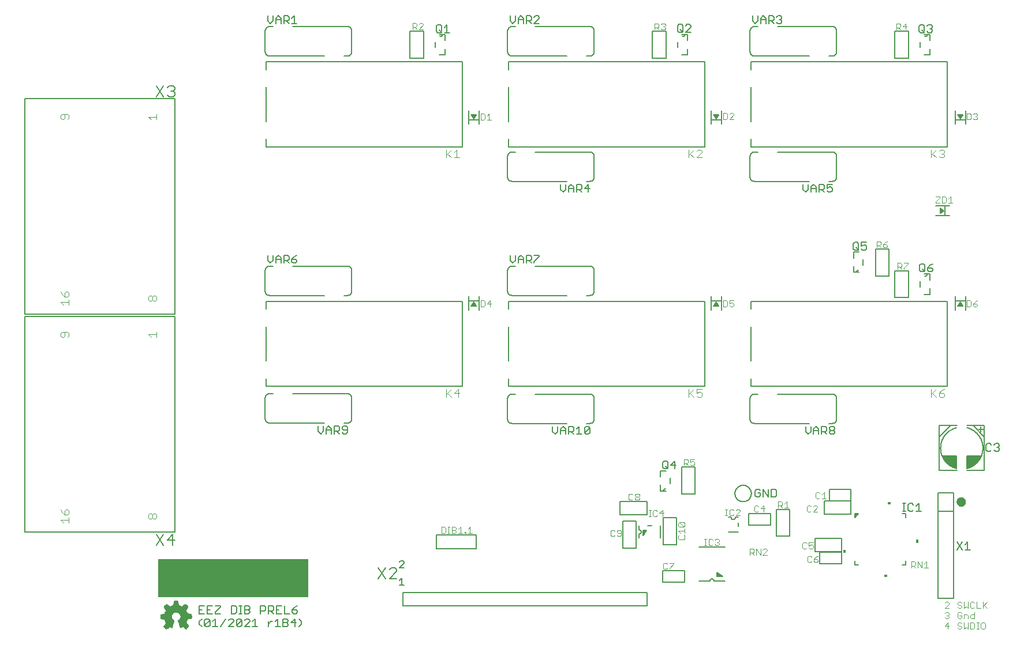
<source format=gto>
G75*
%MOIN*%
%OFA0B0*%
%FSLAX25Y25*%
%IPPOS*%
%LPD*%
%AMOC8*
5,1,8,0,0,1.08239X$1,22.5*
%
%ADD10C,0.00500*%
%ADD11R,0.87000X0.22250*%
%ADD12R,0.01485X0.00015*%
%ADD13R,0.00045X0.00015*%
%ADD14R,0.00105X0.00015*%
%ADD15R,0.00165X0.00015*%
%ADD16R,0.00225X0.00015*%
%ADD17R,0.00285X0.00015*%
%ADD18R,0.00345X0.00015*%
%ADD19R,0.00405X0.00015*%
%ADD20R,0.00435X0.00015*%
%ADD21R,0.00465X0.00015*%
%ADD22R,0.00495X0.00015*%
%ADD23R,0.00540X0.00015*%
%ADD24R,0.00585X0.00015*%
%ADD25R,0.00645X0.00015*%
%ADD26R,0.00150X0.00015*%
%ADD27R,0.00675X0.00015*%
%ADD28R,0.00195X0.00015*%
%ADD29R,0.00705X0.00015*%
%ADD30R,0.00240X0.00015*%
%ADD31R,0.00735X0.00015*%
%ADD32R,0.00270X0.00015*%
%ADD33R,0.00765X0.00015*%
%ADD34R,0.00300X0.00015*%
%ADD35R,0.00810X0.00015*%
%ADD36R,0.00360X0.00015*%
%ADD37R,0.00855X0.00015*%
%ADD38R,0.00435X0.00015*%
%ADD39R,0.00915X0.00015*%
%ADD40R,0.00465X0.00015*%
%ADD41R,0.00945X0.00015*%
%ADD42R,0.00960X0.00015*%
%ADD43R,0.00525X0.00015*%
%ADD44R,0.00990X0.00015*%
%ADD45R,0.00555X0.00015*%
%ADD46R,0.01035X0.00015*%
%ADD47R,0.00600X0.00015*%
%ADD48R,0.01080X0.00015*%
%ADD49R,0.01125X0.00015*%
%ADD50R,0.01170X0.00015*%
%ADD51R,0.00720X0.00015*%
%ADD52R,0.01200X0.00015*%
%ADD53R,0.00750X0.00015*%
%ADD54R,0.01230X0.00015*%
%ADD55R,0.00780X0.00015*%
%ADD56R,0.01260X0.00015*%
%ADD57R,0.00810X0.00015*%
%ADD58R,0.01305X0.00015*%
%ADD59R,0.01365X0.00015*%
%ADD60R,0.00900X0.00015*%
%ADD61R,0.01395X0.00015*%
%ADD62R,0.01440X0.00015*%
%ADD63R,0.01470X0.00015*%
%ADD64R,0.01005X0.00015*%
%ADD65R,0.01500X0.00015*%
%ADD66R,0.01020X0.00015*%
%ADD67R,0.01530X0.00015*%
%ADD68R,0.01065X0.00015*%
%ADD69R,0.01575X0.00015*%
%ADD70R,0.01095X0.00015*%
%ADD71R,0.01635X0.00015*%
%ADD72R,0.01155X0.00015*%
%ADD73R,0.01680X0.00015*%
%ADD74R,0.01200X0.00015*%
%ADD75R,0.01710X0.00015*%
%ADD76R,0.01230X0.00015*%
%ADD77R,0.01725X0.00015*%
%ADD78R,0.01245X0.00015*%
%ADD79R,0.01755X0.00015*%
%ADD80R,0.01275X0.00015*%
%ADD81R,0.01800X0.00015*%
%ADD82R,0.01320X0.00015*%
%ADD83R,0.01860X0.00015*%
%ADD84R,0.01905X0.00015*%
%ADD85R,0.01410X0.00015*%
%ADD86R,0.01935X0.00015*%
%ADD87R,0.01455X0.00015*%
%ADD88R,0.01965X0.00015*%
%ADD89R,0.01485X0.00015*%
%ADD90R,0.01995X0.00015*%
%ADD91R,0.01515X0.00015*%
%ADD92R,0.02040X0.00015*%
%ADD93R,0.01530X0.00015*%
%ADD94R,0.02070X0.00015*%
%ADD95R,0.01575X0.00015*%
%ADD96R,0.02115X0.00015*%
%ADD97R,0.01620X0.00015*%
%ADD98R,0.02160X0.00015*%
%ADD99R,0.01665X0.00015*%
%ADD100R,0.02190X0.00015*%
%ADD101R,0.00075X0.00015*%
%ADD102R,0.01695X0.00015*%
%ADD103R,0.02220X0.00015*%
%ADD104R,0.00105X0.00015*%
%ADD105R,0.02235X0.00015*%
%ADD106R,0.00135X0.00015*%
%ADD107R,0.01755X0.00015*%
%ADD108R,0.02280X0.00015*%
%ADD109R,0.00180X0.00015*%
%ADD110R,0.01785X0.00015*%
%ADD111R,0.02340X0.00015*%
%ADD112R,0.00240X0.00015*%
%ADD113R,0.01830X0.00015*%
%ADD114R,0.02385X0.00015*%
%ADD115R,0.01890X0.00015*%
%ADD116R,0.02415X0.00015*%
%ADD117R,0.00330X0.00015*%
%ADD118R,0.00120X0.00015*%
%ADD119R,0.01920X0.00015*%
%ADD120R,0.02430X0.00015*%
%ADD121R,0.00375X0.00015*%
%ADD122R,0.02460X0.00015*%
%ADD123R,0.00405X0.00015*%
%ADD124R,0.00195X0.00015*%
%ADD125R,0.01965X0.00015*%
%ADD126R,0.02505X0.00015*%
%ADD127R,0.00210X0.00015*%
%ADD128R,0.02010X0.00015*%
%ADD129R,0.02535X0.00015*%
%ADD130R,0.00480X0.00015*%
%ADD131R,0.02580X0.00015*%
%ADD132R,0.00540X0.00015*%
%ADD133R,0.02085X0.00015*%
%ADD134R,0.02625X0.00015*%
%ADD135R,0.02130X0.00015*%
%ADD136R,0.02670X0.00015*%
%ADD137R,0.00630X0.00015*%
%ADD138R,0.02700X0.00015*%
%ADD139R,0.00660X0.00015*%
%ADD140R,0.00450X0.00015*%
%ADD141R,0.02190X0.00015*%
%ADD142R,0.02715X0.00015*%
%ADD143R,0.02205X0.00015*%
%ADD144R,0.02745X0.00015*%
%ADD145R,0.00510X0.00015*%
%ADD146R,0.02235X0.00015*%
%ADD147R,0.02775X0.00015*%
%ADD148R,0.02820X0.00015*%
%ADD149R,0.02310X0.00015*%
%ADD150R,0.02880X0.00015*%
%ADD151R,0.00855X0.00015*%
%ADD152R,0.02355X0.00015*%
%ADD153R,0.02895X0.00015*%
%ADD154R,0.00870X0.00015*%
%ADD155R,0.00660X0.00015*%
%ADD156R,0.02925X0.00015*%
%ADD157R,0.00690X0.00015*%
%ADD158R,0.02970X0.00015*%
%ADD159R,0.03000X0.00015*%
%ADD160R,0.00750X0.00015*%
%ADD161R,0.03045X0.00015*%
%ADD162R,0.01005X0.00015*%
%ADD163R,0.00780X0.00015*%
%ADD164R,0.02505X0.00015*%
%ADD165R,0.03090X0.00015*%
%ADD166R,0.01050X0.00015*%
%ADD167R,0.00825X0.00015*%
%ADD168R,0.02550X0.00015*%
%ADD169R,0.03135X0.00015*%
%ADD170R,0.01095X0.00015*%
%ADD171R,0.00870X0.00015*%
%ADD172R,0.03165X0.00015*%
%ADD173R,0.01125X0.00015*%
%ADD174R,0.02625X0.00015*%
%ADD175R,0.03195X0.00015*%
%ADD176R,0.01140X0.00015*%
%ADD177R,0.00930X0.00015*%
%ADD178R,0.02655X0.00015*%
%ADD179R,0.03210X0.00015*%
%ADD180R,0.00960X0.00015*%
%ADD181R,0.03240X0.00015*%
%ADD182R,0.02700X0.00015*%
%ADD183R,0.03285X0.00015*%
%ADD184R,0.01245X0.00015*%
%ADD185R,0.02745X0.00015*%
%ADD186R,0.03330X0.00015*%
%ADD187R,0.02790X0.00015*%
%ADD188R,0.03360X0.00015*%
%ADD189R,0.01110X0.00015*%
%ADD190R,0.02835X0.00015*%
%ADD191R,0.03390X0.00015*%
%ADD192R,0.01335X0.00015*%
%ADD193R,0.01140X0.00015*%
%ADD194R,0.02865X0.00015*%
%ADD195R,0.03420X0.00015*%
%ADD196R,0.01155X0.00015*%
%ADD197R,0.04905X0.00015*%
%ADD198R,0.04920X0.00015*%
%ADD199R,0.02940X0.00015*%
%ADD200R,0.04950X0.00015*%
%ADD201R,0.02985X0.00015*%
%ADD202R,0.04965X0.00015*%
%ADD203R,0.01275X0.00015*%
%ADD204R,0.03015X0.00015*%
%ADD205R,0.04980X0.00015*%
%ADD206R,0.03045X0.00015*%
%ADD207R,0.05010X0.00015*%
%ADD208R,0.01335X0.00015*%
%ADD209R,0.03075X0.00015*%
%ADD210R,0.01350X0.00015*%
%ADD211R,0.03105X0.00015*%
%ADD212R,0.05040X0.00015*%
%ADD213R,0.01380X0.00015*%
%ADD214R,0.05040X0.00015*%
%ADD215R,0.01410X0.00015*%
%ADD216R,0.03180X0.00015*%
%ADD217R,0.05070X0.00015*%
%ADD218R,0.03225X0.00015*%
%ADD219R,0.03255X0.00015*%
%ADD220R,0.05085X0.00015*%
%ADD221R,0.01515X0.00015*%
%ADD222R,0.03300X0.00015*%
%ADD223R,0.05100X0.00015*%
%ADD224R,0.04935X0.00015*%
%ADD225R,0.05115X0.00015*%
%ADD226R,0.04995X0.00015*%
%ADD227R,0.05130X0.00015*%
%ADD228R,0.05010X0.00015*%
%ADD229R,0.05130X0.00015*%
%ADD230R,0.05010X0.00015*%
%ADD231R,0.05025X0.00015*%
%ADD232R,0.05040X0.00015*%
%ADD233R,0.05055X0.00015*%
%ADD234R,0.05130X0.00015*%
%ADD235R,0.05085X0.00015*%
%ADD236R,0.05115X0.00015*%
%ADD237R,0.05145X0.00015*%
%ADD238R,0.05160X0.00015*%
%ADD239R,0.05130X0.00015*%
%ADD240R,0.05190X0.00015*%
%ADD241R,0.05190X0.00015*%
%ADD242R,0.05205X0.00015*%
%ADD243R,0.05220X0.00015*%
%ADD244R,0.05070X0.00015*%
%ADD245R,0.05085X0.00015*%
%ADD246R,0.05205X0.00015*%
%ADD247R,0.05220X0.00015*%
%ADD248R,0.05055X0.00015*%
%ADD249R,0.05025X0.00015*%
%ADD250R,0.05205X0.00015*%
%ADD251R,0.05025X0.00015*%
%ADD252R,0.05190X0.00015*%
%ADD253R,0.05190X0.00015*%
%ADD254R,0.04995X0.00015*%
%ADD255R,0.05175X0.00015*%
%ADD256R,0.04950X0.00015*%
%ADD257R,0.05145X0.00015*%
%ADD258R,0.05145X0.00015*%
%ADD259R,0.04920X0.00015*%
%ADD260R,0.04905X0.00015*%
%ADD261R,0.04905X0.00015*%
%ADD262R,0.05115X0.00015*%
%ADD263R,0.04890X0.00015*%
%ADD264R,0.04890X0.00015*%
%ADD265R,0.04875X0.00015*%
%ADD266R,0.04845X0.00015*%
%ADD267R,0.04830X0.00015*%
%ADD268R,0.04830X0.00015*%
%ADD269R,0.05070X0.00015*%
%ADD270R,0.04830X0.00015*%
%ADD271R,0.04815X0.00015*%
%ADD272R,0.04800X0.00015*%
%ADD273R,0.04800X0.00015*%
%ADD274R,0.05010X0.00015*%
%ADD275R,0.04785X0.00015*%
%ADD276R,0.04770X0.00015*%
%ADD277R,0.04770X0.00015*%
%ADD278R,0.04755X0.00015*%
%ADD279R,0.04740X0.00015*%
%ADD280R,0.04725X0.00015*%
%ADD281R,0.04725X0.00015*%
%ADD282R,0.04980X0.00015*%
%ADD283R,0.04710X0.00015*%
%ADD284R,0.04725X0.00015*%
%ADD285R,0.04710X0.00015*%
%ADD286R,0.04695X0.00015*%
%ADD287R,0.04680X0.00015*%
%ADD288R,0.04695X0.00015*%
%ADD289R,0.04680X0.00015*%
%ADD290R,0.04905X0.00015*%
%ADD291R,0.04665X0.00015*%
%ADD292R,0.04650X0.00015*%
%ADD293R,0.04635X0.00015*%
%ADD294R,0.04620X0.00015*%
%ADD295R,0.04620X0.00015*%
%ADD296R,0.04890X0.00015*%
%ADD297R,0.04605X0.00015*%
%ADD298R,0.04605X0.00015*%
%ADD299R,0.04590X0.00015*%
%ADD300R,0.04845X0.00015*%
%ADD301R,0.04575X0.00015*%
%ADD302R,0.04590X0.00015*%
%ADD303R,0.04575X0.00015*%
%ADD304R,0.04845X0.00015*%
%ADD305R,0.04560X0.00015*%
%ADD306R,0.04545X0.00015*%
%ADD307R,0.04530X0.00015*%
%ADD308R,0.04515X0.00015*%
%ADD309R,0.04530X0.00015*%
%ADD310R,0.04500X0.00015*%
%ADD311R,0.04515X0.00015*%
%ADD312R,0.04785X0.00015*%
%ADD313R,0.04485X0.00015*%
%ADD314R,0.04755X0.00015*%
%ADD315R,0.04470X0.00015*%
%ADD316R,0.04740X0.00015*%
%ADD317R,0.04485X0.00015*%
%ADD318R,0.04755X0.00015*%
%ADD319R,0.04545X0.00015*%
%ADD320R,0.04695X0.00015*%
%ADD321R,0.04680X0.00015*%
%ADD322R,0.04665X0.00015*%
%ADD323R,0.04725X0.00015*%
%ADD324R,0.04680X0.00015*%
%ADD325R,0.04860X0.00015*%
%ADD326R,0.04740X0.00015*%
%ADD327R,0.04875X0.00015*%
%ADD328R,0.04965X0.00015*%
%ADD329R,0.04860X0.00015*%
%ADD330R,0.04995X0.00015*%
%ADD331R,0.04875X0.00015*%
%ADD332R,0.04980X0.00015*%
%ADD333R,0.05235X0.00015*%
%ADD334R,0.05235X0.00015*%
%ADD335R,0.05250X0.00015*%
%ADD336R,0.05280X0.00015*%
%ADD337R,0.05295X0.00015*%
%ADD338R,0.05325X0.00015*%
%ADD339R,0.05340X0.00015*%
%ADD340R,0.05235X0.00015*%
%ADD341R,0.05355X0.00015*%
%ADD342R,0.05370X0.00015*%
%ADD343R,0.05265X0.00015*%
%ADD344R,0.05370X0.00015*%
%ADD345R,0.05280X0.00015*%
%ADD346R,0.05385X0.00015*%
%ADD347R,0.05295X0.00015*%
%ADD348R,0.05400X0.00015*%
%ADD349R,0.05415X0.00015*%
%ADD350R,0.05310X0.00015*%
%ADD351R,0.05430X0.00015*%
%ADD352R,0.05445X0.00015*%
%ADD353R,0.05460X0.00015*%
%ADD354R,0.05355X0.00015*%
%ADD355R,0.05475X0.00015*%
%ADD356R,0.05505X0.00015*%
%ADD357R,0.05520X0.00015*%
%ADD358R,0.05535X0.00015*%
%ADD359R,0.05550X0.00015*%
%ADD360R,0.05550X0.00015*%
%ADD361R,0.05475X0.00015*%
%ADD362R,0.05490X0.00015*%
%ADD363R,0.05475X0.00015*%
%ADD364R,0.05385X0.00015*%
%ADD365R,0.05370X0.00015*%
%ADD366R,0.05325X0.00015*%
%ADD367R,0.05310X0.00015*%
%ADD368R,0.05265X0.00015*%
%ADD369R,0.05175X0.00015*%
%ADD370R,0.04980X0.00015*%
%ADD371R,0.04965X0.00015*%
%ADD372R,0.04860X0.00015*%
%ADD373R,0.04845X0.00015*%
%ADD374R,0.04815X0.00015*%
%ADD375R,0.04770X0.00015*%
%ADD376R,0.05295X0.00015*%
%ADD377R,0.04635X0.00015*%
%ADD378R,0.05610X0.00015*%
%ADD379R,0.05700X0.00015*%
%ADD380R,0.05760X0.00015*%
%ADD381R,0.05805X0.00015*%
%ADD382R,0.05850X0.00015*%
%ADD383R,0.05895X0.00015*%
%ADD384R,0.06000X0.00015*%
%ADD385R,0.06135X0.00015*%
%ADD386R,0.06225X0.00015*%
%ADD387R,0.06300X0.00015*%
%ADD388R,0.06330X0.00015*%
%ADD389R,0.06375X0.00015*%
%ADD390R,0.06450X0.00015*%
%ADD391R,0.06570X0.00015*%
%ADD392R,0.05565X0.00015*%
%ADD393R,0.06690X0.00015*%
%ADD394R,0.06735X0.00015*%
%ADD395R,0.05790X0.00015*%
%ADD396R,0.06765X0.00015*%
%ADD397R,0.05850X0.00015*%
%ADD398R,0.06780X0.00015*%
%ADD399R,0.05895X0.00015*%
%ADD400R,0.06795X0.00015*%
%ADD401R,0.05955X0.00015*%
%ADD402R,0.06810X0.00015*%
%ADD403R,0.06060X0.00015*%
%ADD404R,0.06195X0.00015*%
%ADD405R,0.06825X0.00015*%
%ADD406R,0.06330X0.00015*%
%ADD407R,0.06840X0.00015*%
%ADD408R,0.06390X0.00015*%
%ADD409R,0.06495X0.00015*%
%ADD410R,0.06840X0.00015*%
%ADD411R,0.06555X0.00015*%
%ADD412R,0.06825X0.00015*%
%ADD413R,0.06645X0.00015*%
%ADD414R,0.06825X0.00015*%
%ADD415R,0.06705X0.00015*%
%ADD416R,0.06705X0.00015*%
%ADD417R,0.06810X0.00015*%
%ADD418R,0.06720X0.00015*%
%ADD419R,0.06795X0.00015*%
%ADD420R,0.06750X0.00015*%
%ADD421R,0.06765X0.00015*%
%ADD422R,0.06795X0.00015*%
%ADD423R,0.06780X0.00015*%
%ADD424R,0.06780X0.00015*%
%ADD425R,0.06750X0.00015*%
%ADD426R,0.06720X0.00015*%
%ADD427R,0.06720X0.00015*%
%ADD428R,0.06705X0.00015*%
%ADD429R,0.06705X0.00015*%
%ADD430R,0.06690X0.00015*%
%ADD431R,0.06675X0.00015*%
%ADD432R,0.06690X0.00015*%
%ADD433R,0.06675X0.00015*%
%ADD434R,0.06675X0.00015*%
%ADD435R,0.06660X0.00015*%
%ADD436R,0.06675X0.00015*%
%ADD437R,0.06660X0.00015*%
%ADD438R,0.06660X0.00015*%
%ADD439R,0.06645X0.00015*%
%ADD440R,0.06630X0.00015*%
%ADD441R,0.06660X0.00015*%
%ADD442R,0.06630X0.00015*%
%ADD443R,0.06645X0.00015*%
%ADD444R,0.06735X0.00015*%
%ADD445R,0.06765X0.00015*%
%ADD446R,0.06780X0.00015*%
%ADD447R,0.06825X0.00015*%
%ADD448R,0.06855X0.00015*%
%ADD449R,0.06855X0.00015*%
%ADD450R,0.06870X0.00015*%
%ADD451R,0.06885X0.00015*%
%ADD452R,0.06525X0.00015*%
%ADD453R,0.06405X0.00015*%
%ADD454R,0.06255X0.00015*%
%ADD455R,0.06165X0.00015*%
%ADD456R,0.06870X0.00015*%
%ADD457R,0.06120X0.00015*%
%ADD458R,0.06885X0.00015*%
%ADD459R,0.06060X0.00015*%
%ADD460R,0.06015X0.00015*%
%ADD461R,0.05910X0.00015*%
%ADD462R,0.05670X0.00015*%
%ADD463R,0.05595X0.00015*%
%ADD464R,0.06585X0.00015*%
%ADD465R,0.05160X0.00015*%
%ADD466R,0.06390X0.00015*%
%ADD467R,0.05025X0.00015*%
%ADD468R,0.06330X0.00015*%
%ADD469R,0.06075X0.00015*%
%ADD470R,0.05820X0.00015*%
%ADD471R,0.05775X0.00015*%
%ADD472R,0.05685X0.00015*%
%ADD473R,0.05460X0.00015*%
%ADD474R,0.04860X0.00015*%
%ADD475R,0.04935X0.00015*%
%ADD476R,0.05160X0.00015*%
%ADD477R,0.05325X0.00015*%
%ADD478R,0.05340X0.00015*%
%ADD479R,0.05355X0.00015*%
%ADD480R,0.05430X0.00015*%
%ADD481R,0.05535X0.00015*%
%ADD482R,0.05595X0.00015*%
%ADD483R,0.05640X0.00015*%
%ADD484R,0.05640X0.00015*%
%ADD485R,0.05670X0.00015*%
%ADD486R,0.05685X0.00015*%
%ADD487R,0.05700X0.00015*%
%ADD488R,0.05715X0.00015*%
%ADD489R,0.05715X0.00015*%
%ADD490R,0.05730X0.00015*%
%ADD491R,0.05745X0.00015*%
%ADD492R,0.05760X0.00015*%
%ADD493R,0.06000X0.00015*%
%ADD494R,0.06105X0.00015*%
%ADD495R,0.06180X0.00015*%
%ADD496R,0.06210X0.00015*%
%ADD497R,0.12690X0.00015*%
%ADD498R,0.12675X0.00015*%
%ADD499R,0.12660X0.00015*%
%ADD500R,0.12660X0.00015*%
%ADD501R,0.12645X0.00015*%
%ADD502R,0.12615X0.00015*%
%ADD503R,0.12600X0.00015*%
%ADD504R,0.12585X0.00015*%
%ADD505R,0.12555X0.00015*%
%ADD506R,0.12540X0.00015*%
%ADD507R,0.12525X0.00015*%
%ADD508R,0.12510X0.00015*%
%ADD509R,0.12510X0.00015*%
%ADD510R,0.12480X0.00015*%
%ADD511R,0.12450X0.00015*%
%ADD512R,0.12435X0.00015*%
%ADD513R,0.12420X0.00015*%
%ADD514R,0.12390X0.00015*%
%ADD515R,0.12375X0.00015*%
%ADD516R,0.12360X0.00015*%
%ADD517R,0.12330X0.00015*%
%ADD518R,0.12300X0.00015*%
%ADD519R,0.12285X0.00015*%
%ADD520R,0.12270X0.00015*%
%ADD521R,0.12255X0.00015*%
%ADD522R,0.12240X0.00015*%
%ADD523R,0.12225X0.00015*%
%ADD524R,0.12195X0.00015*%
%ADD525R,0.12165X0.00015*%
%ADD526R,0.12150X0.00015*%
%ADD527R,0.12135X0.00015*%
%ADD528R,0.12120X0.00015*%
%ADD529R,0.12090X0.00015*%
%ADD530R,0.12075X0.00015*%
%ADD531R,0.12060X0.00015*%
%ADD532R,0.12045X0.00015*%
%ADD533R,0.12015X0.00015*%
%ADD534R,0.12000X0.00015*%
%ADD535R,0.11985X0.00015*%
%ADD536R,0.11955X0.00015*%
%ADD537R,0.11940X0.00015*%
%ADD538R,0.11925X0.00015*%
%ADD539R,0.11910X0.00015*%
%ADD540R,0.11910X0.00015*%
%ADD541R,0.11880X0.00015*%
%ADD542R,0.11850X0.00015*%
%ADD543R,0.11835X0.00015*%
%ADD544R,0.11805X0.00015*%
%ADD545R,0.11775X0.00015*%
%ADD546R,0.11760X0.00015*%
%ADD547R,0.11745X0.00015*%
%ADD548R,0.11730X0.00015*%
%ADD549R,0.11700X0.00015*%
%ADD550R,0.11700X0.00015*%
%ADD551R,0.11685X0.00015*%
%ADD552R,0.11655X0.00015*%
%ADD553R,0.11640X0.00015*%
%ADD554R,0.11625X0.00015*%
%ADD555R,0.11625X0.00015*%
%ADD556R,0.11670X0.00015*%
%ADD557R,0.11715X0.00015*%
%ADD558R,0.11790X0.00015*%
%ADD559R,0.11820X0.00015*%
%ADD560R,0.11820X0.00015*%
%ADD561R,0.11880X0.00015*%
%ADD562R,0.11895X0.00015*%
%ADD563R,0.11970X0.00015*%
%ADD564R,0.12045X0.00015*%
%ADD565R,0.12075X0.00015*%
%ADD566R,0.12105X0.00015*%
%ADD567R,0.12135X0.00015*%
%ADD568R,0.12165X0.00015*%
%ADD569R,0.12180X0.00015*%
%ADD570R,0.12195X0.00015*%
%ADD571R,0.12210X0.00015*%
%ADD572R,0.12225X0.00015*%
%ADD573R,0.12255X0.00015*%
%ADD574R,0.12360X0.00015*%
%ADD575R,0.12390X0.00015*%
%ADD576R,0.12405X0.00015*%
%ADD577R,0.12435X0.00015*%
%ADD578R,0.12480X0.00015*%
%ADD579R,0.12480X0.00015*%
%ADD580R,0.12510X0.00015*%
%ADD581R,0.12570X0.00015*%
%ADD582R,0.12630X0.00015*%
%ADD583R,0.12675X0.00015*%
%ADD584R,0.12705X0.00015*%
%ADD585R,0.12735X0.00015*%
%ADD586R,0.12750X0.00015*%
%ADD587R,0.12780X0.00015*%
%ADD588R,0.12795X0.00015*%
%ADD589R,0.12810X0.00015*%
%ADD590R,0.12840X0.00015*%
%ADD591R,0.12855X0.00015*%
%ADD592R,0.12885X0.00015*%
%ADD593R,0.12900X0.00015*%
%ADD594R,0.12915X0.00015*%
%ADD595R,0.12945X0.00015*%
%ADD596R,0.12960X0.00015*%
%ADD597R,0.12990X0.00015*%
%ADD598R,0.13005X0.00015*%
%ADD599R,0.13020X0.00015*%
%ADD600R,0.13035X0.00015*%
%ADD601R,0.13065X0.00015*%
%ADD602R,0.13080X0.00015*%
%ADD603R,0.13110X0.00015*%
%ADD604R,0.13125X0.00015*%
%ADD605R,0.13155X0.00015*%
%ADD606R,0.13170X0.00015*%
%ADD607R,0.13200X0.00015*%
%ADD608R,0.13230X0.00015*%
%ADD609R,0.13260X0.00015*%
%ADD610R,0.13290X0.00015*%
%ADD611R,0.13320X0.00015*%
%ADD612R,0.13350X0.00015*%
%ADD613R,0.13365X0.00015*%
%ADD614R,0.13395X0.00015*%
%ADD615R,0.13425X0.00015*%
%ADD616R,0.13455X0.00015*%
%ADD617R,0.13470X0.00015*%
%ADD618R,0.13500X0.00015*%
%ADD619R,0.13530X0.00015*%
%ADD620R,0.13560X0.00015*%
%ADD621R,0.13575X0.00015*%
%ADD622R,0.13605X0.00015*%
%ADD623R,0.13635X0.00015*%
%ADD624R,0.13650X0.00015*%
%ADD625R,0.13680X0.00015*%
%ADD626R,0.13695X0.00015*%
%ADD627R,0.13725X0.00015*%
%ADD628R,0.13740X0.00015*%
%ADD629R,0.13770X0.00015*%
%ADD630R,0.13785X0.00015*%
%ADD631R,0.13800X0.00015*%
%ADD632R,0.13830X0.00015*%
%ADD633R,0.13860X0.00015*%
%ADD634R,0.13875X0.00015*%
%ADD635R,0.13905X0.00015*%
%ADD636R,0.13935X0.00015*%
%ADD637R,0.13950X0.00015*%
%ADD638R,0.13980X0.00015*%
%ADD639R,0.14010X0.00015*%
%ADD640R,0.14025X0.00015*%
%ADD641R,0.14055X0.00015*%
%ADD642R,0.14070X0.00015*%
%ADD643R,0.14085X0.00015*%
%ADD644R,0.14115X0.00015*%
%ADD645R,0.14145X0.00015*%
%ADD646R,0.14160X0.00015*%
%ADD647R,0.14190X0.00015*%
%ADD648R,0.14205X0.00015*%
%ADD649R,0.14220X0.00015*%
%ADD650R,0.14235X0.00015*%
%ADD651R,0.14265X0.00015*%
%ADD652R,0.14280X0.00015*%
%ADD653R,0.14295X0.00015*%
%ADD654R,0.14295X0.00015*%
%ADD655R,0.14250X0.00015*%
%ADD656R,0.14205X0.00015*%
%ADD657R,0.14175X0.00015*%
%ADD658R,0.14160X0.00015*%
%ADD659R,0.14130X0.00015*%
%ADD660R,0.14100X0.00015*%
%ADD661R,0.14040X0.00015*%
%ADD662R,0.14010X0.00015*%
%ADD663R,0.03465X0.00015*%
%ADD664R,0.10440X0.00015*%
%ADD665R,0.03420X0.00015*%
%ADD666R,0.10395X0.00015*%
%ADD667R,0.03375X0.00015*%
%ADD668R,0.10335X0.00015*%
%ADD669R,0.03570X0.00015*%
%ADD670R,0.06600X0.00015*%
%ADD671R,0.03525X0.00015*%
%ADD672R,0.03270X0.00015*%
%ADD673R,0.03495X0.00015*%
%ADD674R,0.03210X0.00015*%
%ADD675R,0.06480X0.00015*%
%ADD676R,0.03435X0.00015*%
%ADD677R,0.03165X0.00015*%
%ADD678R,0.03390X0.00015*%
%ADD679R,0.03120X0.00015*%
%ADD680R,0.06315X0.00015*%
%ADD681R,0.03345X0.00015*%
%ADD682R,0.03090X0.00015*%
%ADD683R,0.03075X0.00015*%
%ADD684R,0.06225X0.00015*%
%ADD685R,0.03270X0.00015*%
%ADD686R,0.06180X0.00015*%
%ADD687R,0.02970X0.00015*%
%ADD688R,0.06075X0.00015*%
%ADD689R,0.03195X0.00015*%
%ADD690R,0.02925X0.00015*%
%ADD691R,0.05985X0.00015*%
%ADD692R,0.03135X0.00015*%
%ADD693R,0.02850X0.00015*%
%ADD694R,0.05835X0.00015*%
%ADD695R,0.03030X0.00015*%
%ADD696R,0.02805X0.00015*%
%ADD697R,0.02730X0.00015*%
%ADD698R,0.05625X0.00015*%
%ADD699R,0.02925X0.00015*%
%ADD700R,0.02640X0.00015*%
%ADD701R,0.02595X0.00015*%
%ADD702R,0.02565X0.00015*%
%ADD703R,0.02760X0.00015*%
%ADD704R,0.02520X0.00015*%
%ADD705R,0.02730X0.00015*%
%ADD706R,0.02475X0.00015*%
%ADD707R,0.02685X0.00015*%
%ADD708R,0.02445X0.00015*%
%ADD709R,0.02400X0.00015*%
%ADD710R,0.02370X0.00015*%
%ADD711R,0.02565X0.00015*%
%ADD712R,0.02340X0.00015*%
%ADD713R,0.02325X0.00015*%
%ADD714R,0.02505X0.00015*%
%ADD715R,0.02280X0.00015*%
%ADD716R,0.02460X0.00015*%
%ADD717R,0.04560X0.00015*%
%ADD718R,0.02190X0.00015*%
%ADD719R,0.04440X0.00015*%
%ADD720R,0.02370X0.00015*%
%ADD721R,0.02145X0.00015*%
%ADD722R,0.04365X0.00015*%
%ADD723R,0.04320X0.00015*%
%ADD724R,0.02310X0.00015*%
%ADD725R,0.02100X0.00015*%
%ADD726R,0.04260X0.00015*%
%ADD727R,0.04200X0.00015*%
%ADD728R,0.02265X0.00015*%
%ADD729R,0.02040X0.00015*%
%ADD730R,0.04095X0.00015*%
%ADD731R,0.02220X0.00015*%
%ADD732R,0.03915X0.00015*%
%ADD733R,0.02175X0.00015*%
%ADD734R,0.03765X0.00015*%
%ADD735R,0.03675X0.00015*%
%ADD736R,0.01890X0.00015*%
%ADD737R,0.03615X0.00015*%
%ADD738R,0.02055X0.00015*%
%ADD739R,0.01860X0.00015*%
%ADD740R,0.03555X0.00015*%
%ADD741R,0.01815X0.00015*%
%ADD742R,0.03450X0.00015*%
%ADD743R,0.01725X0.00015*%
%ADD744R,0.03315X0.00015*%
%ADD745R,0.01905X0.00015*%
%ADD746R,0.01680X0.00015*%
%ADD747R,0.01650X0.00015*%
%ADD748R,0.01620X0.00015*%
%ADD749R,0.01590X0.00015*%
%ADD750R,0.01770X0.00015*%
%ADD751R,0.01560X0.00015*%
%ADD752R,0.03240X0.00015*%
%ADD753R,0.01740X0.00015*%
%ADD754R,0.01665X0.00015*%
%ADD755R,0.01455X0.00015*%
%ADD756R,0.01635X0.00015*%
%ADD757R,0.01410X0.00015*%
%ADD758R,0.01395X0.00015*%
%ADD759R,0.01365X0.00015*%
%ADD760R,0.01335X0.00015*%
%ADD761R,0.01290X0.00015*%
%ADD762R,0.03210X0.00015*%
%ADD763R,0.01455X0.00015*%
%ADD764R,0.01185X0.00015*%
%ADD765R,0.01290X0.00015*%
%ADD766R,0.01110X0.00015*%
%ADD767R,0.01260X0.00015*%
%ADD768R,0.03180X0.00015*%
%ADD769R,0.00975X0.00015*%
%ADD770R,0.03150X0.00015*%
%ADD771R,0.00885X0.00015*%
%ADD772R,0.03150X0.00015*%
%ADD773R,0.01050X0.00015*%
%ADD774R,0.00795X0.00015*%
%ADD775R,0.00885X0.00015*%
%ADD776R,0.00690X0.00015*%
%ADD777R,0.00840X0.00015*%
%ADD778R,0.00570X0.00015*%
%ADD779R,0.00525X0.00015*%
%ADD780R,0.03105X0.00015*%
%ADD781R,0.00660X0.00015*%
%ADD782R,0.00615X0.00015*%
%ADD783R,0.00420X0.00015*%
%ADD784R,0.00555X0.00015*%
%ADD785R,0.00390X0.00015*%
%ADD786R,0.00525X0.00015*%
%ADD787R,0.00360X0.00015*%
%ADD788R,0.00495X0.00015*%
%ADD789R,0.03075X0.00015*%
%ADD790R,0.00450X0.00015*%
%ADD791R,0.00225X0.00015*%
%ADD792R,0.00345X0.00015*%
%ADD793R,0.00255X0.00015*%
%ADD794R,0.03060X0.00015*%
%ADD795R,0.00180X0.00015*%
%ADD796R,0.00075X0.00015*%
%ADD797R,0.03000X0.00015*%
%ADD798R,0.02955X0.00015*%
%ADD799R,0.02940X0.00015*%
%ADD800R,0.02940X0.00015*%
%ADD801R,0.02910X0.00015*%
%ADD802R,0.02910X0.00015*%
%ADD803R,0.02865X0.00015*%
%ADD804R,0.02805X0.00015*%
%ADD805R,0.02775X0.00015*%
%ADD806R,0.02760X0.00015*%
%ADD807R,0.02655X0.00015*%
%ADD808R,0.02640X0.00015*%
%ADD809R,0.02610X0.00015*%
%ADD810R,0.02595X0.00015*%
%ADD811R,0.02535X0.00015*%
%ADD812R,0.02475X0.00015*%
%ADD813R,0.02175X0.00015*%
%ADD814R,0.01575X0.00015*%
%ADD815C,0.00400*%
%ADD816C,0.02600*%
%ADD817C,0.00800*%
%ADD818C,0.00700*%
%ADD819C,0.00600*%
%ADD820R,0.05512X0.00787*%
%ADD821C,0.00100*%
%ADD822R,0.00787X0.05512*%
D10*
X0186148Y0080505D02*
X0186148Y0082006D01*
X0187650Y0083508D01*
X0189218Y0082757D02*
X0189218Y0079755D01*
X0192220Y0082757D01*
X0192220Y0079755D01*
X0191469Y0079004D01*
X0189968Y0079004D01*
X0189218Y0079755D01*
X0187650Y0079004D02*
X0186148Y0080505D01*
X0189218Y0082757D02*
X0189968Y0083508D01*
X0191469Y0083508D01*
X0192220Y0082757D01*
X0193821Y0082006D02*
X0195323Y0083508D01*
X0195323Y0079004D01*
X0196824Y0079004D02*
X0193821Y0079004D01*
X0198425Y0079004D02*
X0201428Y0083508D01*
X0203029Y0082757D02*
X0203780Y0083508D01*
X0205281Y0083508D01*
X0206032Y0082757D01*
X0206032Y0082006D01*
X0203029Y0079004D01*
X0206032Y0079004D01*
X0207633Y0079755D02*
X0210636Y0082757D01*
X0210636Y0079755D01*
X0209885Y0079004D01*
X0208384Y0079004D01*
X0207633Y0079755D01*
X0207633Y0082757D01*
X0208384Y0083508D01*
X0209885Y0083508D01*
X0210636Y0082757D01*
X0212237Y0082757D02*
X0212988Y0083508D01*
X0214489Y0083508D01*
X0215240Y0082757D01*
X0215240Y0082006D01*
X0212237Y0079004D01*
X0215240Y0079004D01*
X0216841Y0079004D02*
X0219844Y0079004D01*
X0218342Y0079004D02*
X0218342Y0083508D01*
X0216841Y0082006D01*
X0214489Y0086504D02*
X0212237Y0086504D01*
X0212237Y0091008D01*
X0214489Y0091008D01*
X0215240Y0090257D01*
X0215240Y0089506D01*
X0214489Y0088756D01*
X0212237Y0088756D01*
X0214489Y0088756D02*
X0215240Y0088005D01*
X0215240Y0087255D01*
X0214489Y0086504D01*
X0210669Y0086504D02*
X0209168Y0086504D01*
X0209919Y0086504D02*
X0209919Y0091008D01*
X0210669Y0091008D02*
X0209168Y0091008D01*
X0207567Y0090257D02*
X0206816Y0091008D01*
X0204564Y0091008D01*
X0204564Y0086504D01*
X0206816Y0086504D01*
X0207567Y0087255D01*
X0207567Y0090257D01*
X0198359Y0090257D02*
X0198359Y0091008D01*
X0195356Y0091008D01*
X0193755Y0091008D02*
X0190752Y0091008D01*
X0190752Y0086504D01*
X0193755Y0086504D01*
X0195356Y0086504D02*
X0198359Y0086504D01*
X0195356Y0086504D02*
X0195356Y0087255D01*
X0198359Y0090257D01*
X0192253Y0088756D02*
X0190752Y0088756D01*
X0189151Y0091008D02*
X0186148Y0091008D01*
X0186148Y0086504D01*
X0189151Y0086504D01*
X0187650Y0088756D02*
X0186148Y0088756D01*
X0221445Y0088005D02*
X0223697Y0088005D01*
X0224448Y0088756D01*
X0224448Y0090257D01*
X0223697Y0091008D01*
X0221445Y0091008D01*
X0221445Y0086504D01*
X0226049Y0086504D02*
X0226049Y0091008D01*
X0228301Y0091008D01*
X0229052Y0090257D01*
X0229052Y0088756D01*
X0228301Y0088005D01*
X0226049Y0088005D01*
X0227550Y0088005D02*
X0229052Y0086504D01*
X0230653Y0086504D02*
X0230653Y0091008D01*
X0233655Y0091008D01*
X0235257Y0091008D02*
X0235257Y0086504D01*
X0238259Y0086504D01*
X0239861Y0087255D02*
X0240611Y0086504D01*
X0242113Y0086504D01*
X0242863Y0087255D01*
X0242863Y0088005D01*
X0242113Y0088756D01*
X0239861Y0088756D01*
X0239861Y0087255D01*
X0239861Y0088756D02*
X0241362Y0090257D01*
X0242863Y0091008D01*
X0233655Y0086504D02*
X0230653Y0086504D01*
X0230653Y0088756D02*
X0232154Y0088756D01*
X0231387Y0083508D02*
X0229886Y0082006D01*
X0228301Y0082006D02*
X0227550Y0082006D01*
X0226049Y0080505D01*
X0226049Y0079004D02*
X0226049Y0082006D01*
X0229886Y0079004D02*
X0232888Y0079004D01*
X0231387Y0079004D02*
X0231387Y0083508D01*
X0234489Y0083508D02*
X0236741Y0083508D01*
X0237492Y0082757D01*
X0237492Y0082006D01*
X0236741Y0081256D01*
X0234489Y0081256D01*
X0234489Y0079004D02*
X0234489Y0083508D01*
X0236741Y0081256D02*
X0237492Y0080505D01*
X0237492Y0079755D01*
X0236741Y0079004D01*
X0234489Y0079004D01*
X0239093Y0081256D02*
X0241345Y0083508D01*
X0241345Y0079004D01*
X0243697Y0079004D02*
X0245199Y0080505D01*
X0245199Y0082006D01*
X0243697Y0083508D01*
X0242096Y0081256D02*
X0239093Y0081256D01*
X0301783Y0102982D02*
X0304452Y0102982D01*
X0303118Y0102982D02*
X0303118Y0106986D01*
X0301783Y0105651D01*
X0301783Y0112982D02*
X0304452Y0115651D01*
X0304452Y0116318D01*
X0303785Y0116986D01*
X0302451Y0116986D01*
X0301783Y0116318D01*
X0301783Y0112982D02*
X0304452Y0112982D01*
X0322930Y0124150D02*
X0322930Y0131890D01*
X0345946Y0131890D01*
X0345946Y0124150D01*
X0322930Y0124150D01*
X0270836Y0190520D02*
X0271586Y0191270D01*
X0271586Y0194273D01*
X0270836Y0195024D01*
X0269334Y0195024D01*
X0268584Y0194273D01*
X0268584Y0193522D01*
X0269334Y0192772D01*
X0271586Y0192772D01*
X0270836Y0190520D02*
X0269334Y0190520D01*
X0268584Y0191270D01*
X0266982Y0190520D02*
X0265481Y0192021D01*
X0266232Y0192021D02*
X0263980Y0192021D01*
X0263980Y0190520D02*
X0263980Y0195024D01*
X0266232Y0195024D01*
X0266982Y0194273D01*
X0266982Y0192772D01*
X0266232Y0192021D01*
X0262378Y0192772D02*
X0259376Y0192772D01*
X0259376Y0193522D02*
X0260877Y0195024D01*
X0262378Y0193522D01*
X0262378Y0190520D01*
X0259376Y0190520D02*
X0259376Y0193522D01*
X0257774Y0192021D02*
X0256273Y0190520D01*
X0254772Y0192021D01*
X0254772Y0195024D01*
X0257774Y0195024D02*
X0257774Y0192021D01*
X0390168Y0191771D02*
X0391669Y0190270D01*
X0393171Y0191771D01*
X0393171Y0194774D01*
X0394772Y0193272D02*
X0396273Y0194774D01*
X0397774Y0193272D01*
X0397774Y0190270D01*
X0399376Y0190270D02*
X0399376Y0194774D01*
X0401628Y0194774D01*
X0402378Y0194023D01*
X0402378Y0192522D01*
X0401628Y0191771D01*
X0399376Y0191771D01*
X0400877Y0191771D02*
X0402378Y0190270D01*
X0403980Y0190270D02*
X0406982Y0190270D01*
X0405481Y0190270D02*
X0405481Y0194774D01*
X0403980Y0193272D01*
X0408584Y0194023D02*
X0408584Y0191020D01*
X0411586Y0194023D01*
X0411586Y0191020D01*
X0410836Y0190270D01*
X0409334Y0190270D01*
X0408584Y0191020D01*
X0408584Y0194023D02*
X0409334Y0194774D01*
X0410836Y0194774D01*
X0411586Y0194023D01*
X0397774Y0192522D02*
X0394772Y0192522D01*
X0394772Y0193272D02*
X0394772Y0190270D01*
X0390168Y0191771D02*
X0390168Y0194774D01*
X0429170Y0151390D02*
X0429170Y0143650D01*
X0444705Y0143650D01*
X0444705Y0151390D01*
X0429170Y0151390D01*
X0430568Y0140037D02*
X0438308Y0140037D01*
X0438308Y0124502D01*
X0430568Y0124502D01*
X0430568Y0140037D01*
X0454068Y0142037D02*
X0454068Y0126502D01*
X0461808Y0126502D01*
X0461808Y0142037D01*
X0454068Y0142037D01*
X0464568Y0155752D02*
X0472308Y0155752D01*
X0472308Y0171287D01*
X0464568Y0171287D01*
X0464568Y0155752D01*
X0460694Y0170270D02*
X0460694Y0174774D01*
X0458442Y0172522D01*
X0461444Y0172522D01*
X0456840Y0174023D02*
X0456840Y0171020D01*
X0456090Y0170270D01*
X0454588Y0170270D01*
X0453838Y0171020D01*
X0453838Y0174023D01*
X0454588Y0174774D01*
X0456090Y0174774D01*
X0456840Y0174023D01*
X0455339Y0171771D02*
X0456840Y0170270D01*
X0495464Y0156020D02*
X0495466Y0156157D01*
X0495472Y0156295D01*
X0495482Y0156432D01*
X0495496Y0156568D01*
X0495514Y0156705D01*
X0495536Y0156840D01*
X0495562Y0156975D01*
X0495591Y0157109D01*
X0495625Y0157243D01*
X0495662Y0157375D01*
X0495704Y0157506D01*
X0495749Y0157636D01*
X0495798Y0157764D01*
X0495850Y0157891D01*
X0495907Y0158016D01*
X0495966Y0158140D01*
X0496030Y0158262D01*
X0496097Y0158382D01*
X0496167Y0158500D01*
X0496241Y0158616D01*
X0496318Y0158730D01*
X0496399Y0158841D01*
X0496482Y0158950D01*
X0496569Y0159057D01*
X0496659Y0159160D01*
X0496752Y0159262D01*
X0496848Y0159360D01*
X0496946Y0159456D01*
X0497048Y0159549D01*
X0497151Y0159639D01*
X0497258Y0159726D01*
X0497367Y0159809D01*
X0497478Y0159890D01*
X0497592Y0159967D01*
X0497708Y0160041D01*
X0497826Y0160111D01*
X0497946Y0160178D01*
X0498068Y0160242D01*
X0498192Y0160301D01*
X0498317Y0160358D01*
X0498444Y0160410D01*
X0498572Y0160459D01*
X0498702Y0160504D01*
X0498833Y0160546D01*
X0498965Y0160583D01*
X0499099Y0160617D01*
X0499233Y0160646D01*
X0499368Y0160672D01*
X0499503Y0160694D01*
X0499640Y0160712D01*
X0499776Y0160726D01*
X0499913Y0160736D01*
X0500051Y0160742D01*
X0500188Y0160744D01*
X0500325Y0160742D01*
X0500463Y0160736D01*
X0500600Y0160726D01*
X0500736Y0160712D01*
X0500873Y0160694D01*
X0501008Y0160672D01*
X0501143Y0160646D01*
X0501277Y0160617D01*
X0501411Y0160583D01*
X0501543Y0160546D01*
X0501674Y0160504D01*
X0501804Y0160459D01*
X0501932Y0160410D01*
X0502059Y0160358D01*
X0502184Y0160301D01*
X0502308Y0160242D01*
X0502430Y0160178D01*
X0502550Y0160111D01*
X0502668Y0160041D01*
X0502784Y0159967D01*
X0502898Y0159890D01*
X0503009Y0159809D01*
X0503118Y0159726D01*
X0503225Y0159639D01*
X0503328Y0159549D01*
X0503430Y0159456D01*
X0503528Y0159360D01*
X0503624Y0159262D01*
X0503717Y0159160D01*
X0503807Y0159057D01*
X0503894Y0158950D01*
X0503977Y0158841D01*
X0504058Y0158730D01*
X0504135Y0158616D01*
X0504209Y0158500D01*
X0504279Y0158382D01*
X0504346Y0158262D01*
X0504410Y0158140D01*
X0504469Y0158016D01*
X0504526Y0157891D01*
X0504578Y0157764D01*
X0504627Y0157636D01*
X0504672Y0157506D01*
X0504714Y0157375D01*
X0504751Y0157243D01*
X0504785Y0157109D01*
X0504814Y0156975D01*
X0504840Y0156840D01*
X0504862Y0156705D01*
X0504880Y0156568D01*
X0504894Y0156432D01*
X0504904Y0156295D01*
X0504910Y0156157D01*
X0504912Y0156020D01*
X0504910Y0155883D01*
X0504904Y0155745D01*
X0504894Y0155608D01*
X0504880Y0155472D01*
X0504862Y0155335D01*
X0504840Y0155200D01*
X0504814Y0155065D01*
X0504785Y0154931D01*
X0504751Y0154797D01*
X0504714Y0154665D01*
X0504672Y0154534D01*
X0504627Y0154404D01*
X0504578Y0154276D01*
X0504526Y0154149D01*
X0504469Y0154024D01*
X0504410Y0153900D01*
X0504346Y0153778D01*
X0504279Y0153658D01*
X0504209Y0153540D01*
X0504135Y0153424D01*
X0504058Y0153310D01*
X0503977Y0153199D01*
X0503894Y0153090D01*
X0503807Y0152983D01*
X0503717Y0152880D01*
X0503624Y0152778D01*
X0503528Y0152680D01*
X0503430Y0152584D01*
X0503328Y0152491D01*
X0503225Y0152401D01*
X0503118Y0152314D01*
X0503009Y0152231D01*
X0502898Y0152150D01*
X0502784Y0152073D01*
X0502668Y0151999D01*
X0502550Y0151929D01*
X0502430Y0151862D01*
X0502308Y0151798D01*
X0502184Y0151739D01*
X0502059Y0151682D01*
X0501932Y0151630D01*
X0501804Y0151581D01*
X0501674Y0151536D01*
X0501543Y0151494D01*
X0501411Y0151457D01*
X0501277Y0151423D01*
X0501143Y0151394D01*
X0501008Y0151368D01*
X0500873Y0151346D01*
X0500736Y0151328D01*
X0500600Y0151314D01*
X0500463Y0151304D01*
X0500325Y0151298D01*
X0500188Y0151296D01*
X0500051Y0151298D01*
X0499913Y0151304D01*
X0499776Y0151314D01*
X0499640Y0151328D01*
X0499503Y0151346D01*
X0499368Y0151368D01*
X0499233Y0151394D01*
X0499099Y0151423D01*
X0498965Y0151457D01*
X0498833Y0151494D01*
X0498702Y0151536D01*
X0498572Y0151581D01*
X0498444Y0151630D01*
X0498317Y0151682D01*
X0498192Y0151739D01*
X0498068Y0151798D01*
X0497946Y0151862D01*
X0497826Y0151929D01*
X0497708Y0151999D01*
X0497592Y0152073D01*
X0497478Y0152150D01*
X0497367Y0152231D01*
X0497258Y0152314D01*
X0497151Y0152401D01*
X0497048Y0152491D01*
X0496946Y0152584D01*
X0496848Y0152680D01*
X0496752Y0152778D01*
X0496659Y0152880D01*
X0496569Y0152983D01*
X0496482Y0153090D01*
X0496399Y0153199D01*
X0496318Y0153310D01*
X0496241Y0153424D01*
X0496167Y0153540D01*
X0496097Y0153658D01*
X0496030Y0153778D01*
X0495966Y0153900D01*
X0495907Y0154024D01*
X0495850Y0154149D01*
X0495798Y0154276D01*
X0495749Y0154404D01*
X0495704Y0154534D01*
X0495662Y0154665D01*
X0495625Y0154797D01*
X0495591Y0154931D01*
X0495562Y0155065D01*
X0495536Y0155200D01*
X0495514Y0155335D01*
X0495496Y0155472D01*
X0495482Y0155608D01*
X0495472Y0155745D01*
X0495466Y0155883D01*
X0495464Y0156020D01*
X0507188Y0154770D02*
X0507938Y0154020D01*
X0509440Y0154020D01*
X0510190Y0154770D01*
X0510190Y0156272D01*
X0508689Y0156272D01*
X0510190Y0157773D02*
X0509440Y0158524D01*
X0507938Y0158524D01*
X0507188Y0157773D01*
X0507188Y0154770D01*
X0511792Y0154020D02*
X0511792Y0158524D01*
X0514794Y0154020D01*
X0514794Y0158524D01*
X0516396Y0158524D02*
X0518647Y0158524D01*
X0519398Y0157773D01*
X0519398Y0154770D01*
X0518647Y0154020D01*
X0516396Y0154020D01*
X0516396Y0158524D01*
X0519318Y0146787D02*
X0527058Y0146787D01*
X0527058Y0131252D01*
X0519318Y0131252D01*
X0519318Y0146787D01*
X0515987Y0144390D02*
X0515987Y0137650D01*
X0503388Y0137650D01*
X0503388Y0144390D01*
X0515987Y0144390D01*
X0541670Y0130140D02*
X0541670Y0122400D01*
X0557205Y0122400D01*
X0557205Y0130140D01*
X0541670Y0130140D01*
X0544388Y0122140D02*
X0556987Y0122140D01*
X0556987Y0115400D01*
X0544388Y0115400D01*
X0544388Y0122140D01*
X0546920Y0143900D02*
X0546920Y0151640D01*
X0562455Y0151640D01*
X0562455Y0143900D01*
X0546920Y0143900D01*
X0549888Y0151650D02*
X0549888Y0158390D01*
X0562487Y0158390D01*
X0562487Y0151650D01*
X0549888Y0151650D01*
X0592438Y0150274D02*
X0593939Y0150274D01*
X0593188Y0150274D02*
X0593188Y0145770D01*
X0592438Y0145770D02*
X0593939Y0145770D01*
X0595507Y0146520D02*
X0596258Y0145770D01*
X0597759Y0145770D01*
X0598509Y0146520D01*
X0600111Y0145770D02*
X0603113Y0145770D01*
X0601612Y0145770D02*
X0601612Y0150274D01*
X0600111Y0148772D01*
X0598509Y0149523D02*
X0597759Y0150274D01*
X0596258Y0150274D01*
X0595507Y0149523D01*
X0595507Y0146520D01*
X0623688Y0128024D02*
X0626690Y0123520D01*
X0628292Y0123520D02*
X0631294Y0123520D01*
X0629793Y0123520D02*
X0629793Y0128024D01*
X0628292Y0126522D01*
X0626690Y0128024D02*
X0623688Y0123520D01*
X0623438Y0170520D02*
X0621886Y0171016D01*
X0620416Y0171720D01*
X0619056Y0172618D01*
X0617832Y0173694D01*
X0616766Y0174927D01*
X0615879Y0176294D01*
X0615188Y0177770D01*
X0623438Y0177770D01*
X0623438Y0170520D01*
X0623438Y0170707D02*
X0622852Y0170707D01*
X0623438Y0171206D02*
X0621490Y0171206D01*
X0620449Y0171704D02*
X0623438Y0171704D01*
X0623438Y0172203D02*
X0619686Y0172203D01*
X0618962Y0172701D02*
X0623438Y0172701D01*
X0623438Y0173200D02*
X0618395Y0173200D01*
X0617829Y0173698D02*
X0623438Y0173698D01*
X0623438Y0174197D02*
X0617398Y0174197D01*
X0616967Y0174695D02*
X0623438Y0174695D01*
X0623438Y0175194D02*
X0616594Y0175194D01*
X0616270Y0175692D02*
X0623438Y0175692D01*
X0623438Y0176191D02*
X0615947Y0176191D01*
X0615694Y0176689D02*
X0623438Y0176689D01*
X0623438Y0177188D02*
X0615461Y0177188D01*
X0615227Y0177686D02*
X0623438Y0177686D01*
X0623437Y0170520D02*
X0623151Y0170593D01*
X0622867Y0170674D01*
X0622585Y0170761D01*
X0622305Y0170856D01*
X0622027Y0170957D01*
X0621753Y0171065D01*
X0621480Y0171180D01*
X0621211Y0171301D01*
X0620945Y0171429D01*
X0620682Y0171563D01*
X0620422Y0171704D01*
X0620166Y0171851D01*
X0619913Y0172004D01*
X0619664Y0172163D01*
X0619419Y0172329D01*
X0619179Y0172500D01*
X0618942Y0172677D01*
X0618710Y0172860D01*
X0618483Y0173048D01*
X0618260Y0173242D01*
X0618042Y0173441D01*
X0617829Y0173646D01*
X0617621Y0173856D01*
X0617418Y0174070D01*
X0617220Y0174290D01*
X0617028Y0174514D01*
X0616842Y0174743D01*
X0616661Y0174977D01*
X0616485Y0175215D01*
X0616316Y0175457D01*
X0616153Y0175703D01*
X0615995Y0175953D01*
X0615844Y0176207D01*
X0615699Y0176464D01*
X0615561Y0176725D01*
X0615429Y0176989D01*
X0615303Y0177256D01*
X0615184Y0177527D01*
X0615071Y0177800D01*
X0614965Y0178076D01*
X0614866Y0178354D01*
X0614774Y0178635D01*
X0614689Y0178917D01*
X0614610Y0179202D01*
X0614539Y0179489D01*
X0614475Y0179777D01*
X0614417Y0180067D01*
X0614367Y0180358D01*
X0614324Y0180650D01*
X0614288Y0180943D01*
X0614259Y0181237D01*
X0614238Y0181532D01*
X0614223Y0181827D01*
X0614216Y0182122D01*
X0614216Y0182418D01*
X0614223Y0182713D01*
X0614238Y0183008D01*
X0614259Y0183303D01*
X0614288Y0183597D01*
X0614324Y0183890D01*
X0614367Y0184182D01*
X0614417Y0184473D01*
X0614475Y0184763D01*
X0614539Y0185051D01*
X0614610Y0185338D01*
X0614689Y0185623D01*
X0614774Y0185905D01*
X0614866Y0186186D01*
X0614965Y0186464D01*
X0615071Y0186740D01*
X0615184Y0187013D01*
X0615303Y0187284D01*
X0615429Y0187551D01*
X0615561Y0187815D01*
X0615699Y0188076D01*
X0615844Y0188333D01*
X0615995Y0188587D01*
X0616153Y0188837D01*
X0616316Y0189083D01*
X0616485Y0189325D01*
X0616661Y0189563D01*
X0616842Y0189797D01*
X0617028Y0190026D01*
X0617220Y0190250D01*
X0617418Y0190470D01*
X0617621Y0190684D01*
X0617829Y0190894D01*
X0618042Y0191099D01*
X0618260Y0191298D01*
X0618483Y0191492D01*
X0618710Y0191680D01*
X0618942Y0191863D01*
X0619179Y0192040D01*
X0619419Y0192211D01*
X0619664Y0192377D01*
X0619913Y0192536D01*
X0620166Y0192689D01*
X0620422Y0192836D01*
X0620682Y0192977D01*
X0620945Y0193111D01*
X0621211Y0193239D01*
X0621480Y0193360D01*
X0621753Y0193475D01*
X0622027Y0193583D01*
X0622305Y0193684D01*
X0622585Y0193779D01*
X0622867Y0193866D01*
X0623151Y0193947D01*
X0623437Y0194020D01*
X0629438Y0194020D02*
X0629724Y0193947D01*
X0630008Y0193866D01*
X0630290Y0193779D01*
X0630570Y0193684D01*
X0630848Y0193583D01*
X0631122Y0193475D01*
X0631395Y0193360D01*
X0631664Y0193239D01*
X0631930Y0193111D01*
X0632193Y0192977D01*
X0632453Y0192836D01*
X0632709Y0192689D01*
X0632962Y0192536D01*
X0633211Y0192377D01*
X0633456Y0192211D01*
X0633696Y0192040D01*
X0633933Y0191863D01*
X0634165Y0191680D01*
X0634392Y0191492D01*
X0634615Y0191298D01*
X0634833Y0191099D01*
X0635046Y0190894D01*
X0635254Y0190684D01*
X0635457Y0190470D01*
X0635655Y0190250D01*
X0635847Y0190026D01*
X0636033Y0189797D01*
X0636214Y0189563D01*
X0636390Y0189325D01*
X0636559Y0189083D01*
X0636722Y0188837D01*
X0636880Y0188587D01*
X0637031Y0188333D01*
X0637176Y0188076D01*
X0637314Y0187815D01*
X0637446Y0187551D01*
X0637572Y0187284D01*
X0637691Y0187013D01*
X0637804Y0186740D01*
X0637910Y0186464D01*
X0638009Y0186186D01*
X0638101Y0185905D01*
X0638186Y0185623D01*
X0638265Y0185338D01*
X0638336Y0185051D01*
X0638400Y0184763D01*
X0638458Y0184473D01*
X0638508Y0184182D01*
X0638551Y0183890D01*
X0638587Y0183597D01*
X0638616Y0183303D01*
X0638637Y0183008D01*
X0638652Y0182713D01*
X0638659Y0182418D01*
X0638659Y0182122D01*
X0638652Y0181827D01*
X0638637Y0181532D01*
X0638616Y0181237D01*
X0638587Y0180943D01*
X0638551Y0180650D01*
X0638508Y0180358D01*
X0638458Y0180067D01*
X0638400Y0179777D01*
X0638336Y0179489D01*
X0638265Y0179202D01*
X0638186Y0178917D01*
X0638101Y0178635D01*
X0638009Y0178354D01*
X0637910Y0178076D01*
X0637804Y0177800D01*
X0637691Y0177527D01*
X0637572Y0177256D01*
X0637446Y0176989D01*
X0637314Y0176725D01*
X0637176Y0176464D01*
X0637031Y0176207D01*
X0636880Y0175953D01*
X0636722Y0175703D01*
X0636559Y0175457D01*
X0636390Y0175215D01*
X0636214Y0174977D01*
X0636033Y0174743D01*
X0635847Y0174514D01*
X0635655Y0174290D01*
X0635457Y0174070D01*
X0635254Y0173856D01*
X0635046Y0173646D01*
X0634833Y0173441D01*
X0634615Y0173242D01*
X0634392Y0173048D01*
X0634165Y0172860D01*
X0633933Y0172677D01*
X0633696Y0172500D01*
X0633456Y0172329D01*
X0633211Y0172163D01*
X0632962Y0172004D01*
X0632709Y0171851D01*
X0632453Y0171704D01*
X0632193Y0171563D01*
X0631930Y0171429D01*
X0631664Y0171301D01*
X0631395Y0171180D01*
X0631122Y0171065D01*
X0630848Y0170957D01*
X0630570Y0170856D01*
X0630290Y0170761D01*
X0630008Y0170674D01*
X0629724Y0170593D01*
X0629438Y0170520D01*
X0630990Y0171016D01*
X0632460Y0171720D01*
X0633819Y0172618D01*
X0635043Y0173694D01*
X0636109Y0174927D01*
X0636996Y0176294D01*
X0637688Y0177770D01*
X0629438Y0177770D01*
X0629438Y0170520D01*
X0629438Y0170707D02*
X0630023Y0170707D01*
X0629438Y0171206D02*
X0631385Y0171206D01*
X0632426Y0171704D02*
X0629438Y0171704D01*
X0629438Y0172203D02*
X0633190Y0172203D01*
X0633913Y0172701D02*
X0629438Y0172701D01*
X0629438Y0173200D02*
X0634481Y0173200D01*
X0635047Y0173698D02*
X0629438Y0173698D01*
X0629438Y0174197D02*
X0635478Y0174197D01*
X0635908Y0174695D02*
X0629438Y0174695D01*
X0629438Y0175194D02*
X0636282Y0175194D01*
X0636605Y0175692D02*
X0629438Y0175692D01*
X0629438Y0176191D02*
X0636929Y0176191D01*
X0637181Y0176689D02*
X0629438Y0176689D01*
X0629438Y0177188D02*
X0637415Y0177188D01*
X0637649Y0177686D02*
X0629438Y0177686D01*
X0640538Y0181170D02*
X0640538Y0184173D01*
X0641288Y0184924D01*
X0642790Y0184924D01*
X0643540Y0184173D01*
X0645142Y0184173D02*
X0645892Y0184924D01*
X0647394Y0184924D01*
X0648144Y0184173D01*
X0648144Y0183422D01*
X0647394Y0182672D01*
X0648144Y0181921D01*
X0648144Y0181170D01*
X0647394Y0180420D01*
X0645892Y0180420D01*
X0645142Y0181170D01*
X0643540Y0181170D02*
X0642790Y0180420D01*
X0641288Y0180420D01*
X0640538Y0181170D01*
X0646643Y0182672D02*
X0647394Y0182672D01*
X0553086Y0191020D02*
X0552336Y0190270D01*
X0550834Y0190270D01*
X0550084Y0191020D01*
X0550084Y0191771D01*
X0550834Y0192522D01*
X0552336Y0192522D01*
X0553086Y0191771D01*
X0553086Y0191020D01*
X0552336Y0192522D02*
X0553086Y0193272D01*
X0553086Y0194023D01*
X0552336Y0194774D01*
X0550834Y0194774D01*
X0550084Y0194023D01*
X0550084Y0193272D01*
X0550834Y0192522D01*
X0548482Y0192522D02*
X0547732Y0191771D01*
X0545480Y0191771D01*
X0546981Y0191771D02*
X0548482Y0190270D01*
X0548482Y0192522D02*
X0548482Y0194023D01*
X0547732Y0194774D01*
X0545480Y0194774D01*
X0545480Y0190270D01*
X0543878Y0190270D02*
X0543878Y0193272D01*
X0542377Y0194774D01*
X0540876Y0193272D01*
X0540876Y0190270D01*
X0539274Y0191771D02*
X0537773Y0190270D01*
X0536272Y0191771D01*
X0536272Y0194774D01*
X0539274Y0194774D02*
X0539274Y0191771D01*
X0540876Y0192522D02*
X0543878Y0192522D01*
X0587818Y0269252D02*
X0587818Y0284787D01*
X0595558Y0284787D01*
X0595558Y0269252D01*
X0587818Y0269252D01*
X0584308Y0281752D02*
X0576568Y0281752D01*
X0576568Y0297287D01*
X0584308Y0297287D01*
X0584308Y0281752D01*
X0602088Y0285020D02*
X0602838Y0284270D01*
X0604340Y0284270D01*
X0605090Y0285020D01*
X0605090Y0288023D01*
X0604340Y0288774D01*
X0602838Y0288774D01*
X0602088Y0288023D01*
X0602088Y0285020D01*
X0603589Y0285771D02*
X0605090Y0284270D01*
X0606692Y0285020D02*
X0607442Y0284270D01*
X0608944Y0284270D01*
X0609694Y0285020D01*
X0609694Y0285771D01*
X0608944Y0286522D01*
X0606692Y0286522D01*
X0606692Y0285020D01*
X0606692Y0286522D02*
X0608193Y0288023D01*
X0609694Y0288774D01*
X0571444Y0297520D02*
X0570694Y0296770D01*
X0569192Y0296770D01*
X0568442Y0297520D01*
X0568442Y0299022D02*
X0569943Y0299772D01*
X0570694Y0299772D01*
X0571444Y0299022D01*
X0571444Y0297520D01*
X0568442Y0299022D02*
X0568442Y0301274D01*
X0571444Y0301274D01*
X0566840Y0300523D02*
X0566840Y0297520D01*
X0566090Y0296770D01*
X0564588Y0296770D01*
X0563838Y0297520D01*
X0563838Y0300523D01*
X0564588Y0301274D01*
X0566090Y0301274D01*
X0566840Y0300523D01*
X0565339Y0298271D02*
X0566840Y0296770D01*
X0550836Y0330270D02*
X0549334Y0330270D01*
X0548584Y0331020D01*
X0548584Y0332522D02*
X0550085Y0333272D01*
X0550836Y0333272D01*
X0551586Y0332522D01*
X0551586Y0331020D01*
X0550836Y0330270D01*
X0548584Y0332522D02*
X0548584Y0334774D01*
X0551586Y0334774D01*
X0546982Y0334023D02*
X0546982Y0332522D01*
X0546232Y0331771D01*
X0543980Y0331771D01*
X0545481Y0331771D02*
X0546982Y0330270D01*
X0543980Y0330270D02*
X0543980Y0334774D01*
X0546232Y0334774D01*
X0546982Y0334023D01*
X0542378Y0333272D02*
X0542378Y0330270D01*
X0542378Y0332522D02*
X0539376Y0332522D01*
X0539376Y0333272D02*
X0540877Y0334774D01*
X0542378Y0333272D01*
X0539376Y0333272D02*
X0539376Y0330270D01*
X0537774Y0331771D02*
X0537774Y0334774D01*
X0534772Y0334774D02*
X0534772Y0331771D01*
X0536273Y0330270D01*
X0537774Y0331771D01*
X0587818Y0407752D02*
X0587818Y0423287D01*
X0595558Y0423287D01*
X0595558Y0407752D01*
X0587818Y0407752D01*
X0602588Y0422520D02*
X0601838Y0423270D01*
X0601838Y0426273D01*
X0602588Y0427024D01*
X0604090Y0427024D01*
X0604840Y0426273D01*
X0604840Y0423270D01*
X0604090Y0422520D01*
X0602588Y0422520D01*
X0603339Y0424021D02*
X0604840Y0422520D01*
X0606442Y0423270D02*
X0607192Y0422520D01*
X0608694Y0422520D01*
X0609444Y0423270D01*
X0609444Y0424021D01*
X0608694Y0424772D01*
X0607943Y0424772D01*
X0608694Y0424772D02*
X0609444Y0425522D01*
X0609444Y0426273D01*
X0608694Y0427024D01*
X0607192Y0427024D01*
X0606442Y0426273D01*
X0522502Y0428520D02*
X0521751Y0427770D01*
X0520250Y0427770D01*
X0519499Y0428520D01*
X0517898Y0427770D02*
X0516397Y0429271D01*
X0517147Y0429271D02*
X0514896Y0429271D01*
X0514896Y0427770D02*
X0514896Y0432274D01*
X0517147Y0432274D01*
X0517898Y0431523D01*
X0517898Y0430022D01*
X0517147Y0429271D01*
X0519499Y0431523D02*
X0520250Y0432274D01*
X0521751Y0432274D01*
X0522502Y0431523D01*
X0522502Y0430772D01*
X0521751Y0430022D01*
X0522502Y0429271D01*
X0522502Y0428520D01*
X0521751Y0430022D02*
X0521001Y0430022D01*
X0513294Y0430022D02*
X0510292Y0430022D01*
X0510292Y0430772D02*
X0511793Y0432274D01*
X0513294Y0430772D01*
X0513294Y0427770D01*
X0510292Y0427770D02*
X0510292Y0430772D01*
X0508690Y0429271D02*
X0508690Y0432274D01*
X0505688Y0432274D02*
X0505688Y0429271D01*
X0507189Y0427770D01*
X0508690Y0429271D01*
X0469944Y0426523D02*
X0469944Y0425772D01*
X0466942Y0422770D01*
X0469944Y0422770D01*
X0469944Y0426523D02*
X0469194Y0427274D01*
X0467692Y0427274D01*
X0466942Y0426523D01*
X0465340Y0426523D02*
X0465340Y0423520D01*
X0464590Y0422770D01*
X0463088Y0422770D01*
X0462338Y0423520D01*
X0462338Y0426523D01*
X0463088Y0427274D01*
X0464590Y0427274D01*
X0465340Y0426523D01*
X0463839Y0424271D02*
X0465340Y0422770D01*
X0455558Y0423287D02*
X0447818Y0423287D01*
X0447818Y0407752D01*
X0455558Y0407752D01*
X0455558Y0423287D01*
X0382502Y0427770D02*
X0379499Y0427770D01*
X0382502Y0430772D01*
X0382502Y0431523D01*
X0381751Y0432274D01*
X0380250Y0432274D01*
X0379499Y0431523D01*
X0377898Y0431523D02*
X0377898Y0430022D01*
X0377147Y0429271D01*
X0374896Y0429271D01*
X0376397Y0429271D02*
X0377898Y0427770D01*
X0374896Y0427770D02*
X0374896Y0432274D01*
X0377147Y0432274D01*
X0377898Y0431523D01*
X0373294Y0430772D02*
X0373294Y0427770D01*
X0373294Y0430022D02*
X0370292Y0430022D01*
X0370292Y0430772D02*
X0371793Y0432274D01*
X0373294Y0430772D01*
X0370292Y0430772D02*
X0370292Y0427770D01*
X0368690Y0429271D02*
X0368690Y0432274D01*
X0365688Y0432274D02*
X0365688Y0429271D01*
X0367189Y0427770D01*
X0368690Y0429271D01*
X0330694Y0422520D02*
X0327692Y0422520D01*
X0329193Y0422520D02*
X0329193Y0427024D01*
X0327692Y0425522D01*
X0326090Y0426273D02*
X0326090Y0423270D01*
X0325340Y0422520D01*
X0323838Y0422520D01*
X0323088Y0423270D01*
X0323088Y0426273D01*
X0323838Y0427024D01*
X0325340Y0427024D01*
X0326090Y0426273D01*
X0324589Y0424021D02*
X0326090Y0422520D01*
X0315558Y0423287D02*
X0307818Y0423287D01*
X0307818Y0407752D01*
X0315558Y0407752D01*
X0315558Y0423287D01*
X0242502Y0427770D02*
X0239499Y0427770D01*
X0241001Y0427770D02*
X0241001Y0432274D01*
X0239499Y0430772D01*
X0237898Y0430022D02*
X0237147Y0429271D01*
X0234896Y0429271D01*
X0236397Y0429271D02*
X0237898Y0427770D01*
X0237898Y0430022D02*
X0237898Y0431523D01*
X0237147Y0432274D01*
X0234896Y0432274D01*
X0234896Y0427770D01*
X0233294Y0427770D02*
X0233294Y0430772D01*
X0231793Y0432274D01*
X0230292Y0430772D01*
X0230292Y0427770D01*
X0228690Y0429271D02*
X0228690Y0432274D01*
X0230292Y0430022D02*
X0233294Y0430022D01*
X0228690Y0429271D02*
X0227189Y0427770D01*
X0225688Y0429271D01*
X0225688Y0432274D01*
X0394772Y0334774D02*
X0394772Y0331771D01*
X0396273Y0330270D01*
X0397774Y0331771D01*
X0397774Y0334774D01*
X0399376Y0333272D02*
X0399376Y0330270D01*
X0399376Y0332522D02*
X0402378Y0332522D01*
X0402378Y0333272D02*
X0402378Y0330270D01*
X0403980Y0330270D02*
X0403980Y0334774D01*
X0406232Y0334774D01*
X0406982Y0334023D01*
X0406982Y0332522D01*
X0406232Y0331771D01*
X0403980Y0331771D01*
X0405481Y0331771D02*
X0406982Y0330270D01*
X0408584Y0332522D02*
X0411586Y0332522D01*
X0410836Y0334774D02*
X0408584Y0332522D01*
X0410836Y0330270D02*
X0410836Y0334774D01*
X0402378Y0333272D02*
X0400877Y0334774D01*
X0399376Y0333272D01*
X0382502Y0293774D02*
X0382502Y0293023D01*
X0379499Y0290020D01*
X0379499Y0289270D01*
X0377898Y0289270D02*
X0376397Y0290771D01*
X0377147Y0290771D02*
X0374896Y0290771D01*
X0374896Y0289270D02*
X0374896Y0293774D01*
X0377147Y0293774D01*
X0377898Y0293023D01*
X0377898Y0291522D01*
X0377147Y0290771D01*
X0379499Y0293774D02*
X0382502Y0293774D01*
X0373294Y0292272D02*
X0373294Y0289270D01*
X0373294Y0291522D02*
X0370292Y0291522D01*
X0370292Y0292272D02*
X0370292Y0289270D01*
X0368690Y0290771D02*
X0368690Y0293774D01*
X0370292Y0292272D02*
X0371793Y0293774D01*
X0373294Y0292272D01*
X0368690Y0290771D02*
X0367189Y0289270D01*
X0365688Y0290771D01*
X0365688Y0293774D01*
X0242502Y0293774D02*
X0241001Y0293023D01*
X0239499Y0291522D01*
X0241751Y0291522D01*
X0242502Y0290771D01*
X0242502Y0290020D01*
X0241751Y0289270D01*
X0240250Y0289270D01*
X0239499Y0290020D01*
X0239499Y0291522D01*
X0237898Y0291522D02*
X0237147Y0290771D01*
X0234896Y0290771D01*
X0236397Y0290771D02*
X0237898Y0289270D01*
X0237898Y0291522D02*
X0237898Y0293023D01*
X0237147Y0293774D01*
X0234896Y0293774D01*
X0234896Y0289270D01*
X0233294Y0289270D02*
X0233294Y0292272D01*
X0231793Y0293774D01*
X0230292Y0292272D01*
X0230292Y0289270D01*
X0228690Y0290771D02*
X0228690Y0293774D01*
X0230292Y0291522D02*
X0233294Y0291522D01*
X0228690Y0290771D02*
X0227189Y0289270D01*
X0225688Y0290771D01*
X0225688Y0293774D01*
X0453638Y0111390D02*
X0453638Y0104650D01*
X0466237Y0104650D01*
X0466237Y0111390D01*
X0453638Y0111390D01*
D11*
X0205688Y0107145D03*
D12*
X0170057Y0082961D03*
D13*
X0167167Y0077251D03*
X0175372Y0078121D03*
X0178552Y0077416D03*
D14*
X0167167Y0077266D03*
D15*
X0167167Y0077281D03*
D16*
X0167167Y0077296D03*
D17*
X0167167Y0077311D03*
X0167257Y0091696D03*
D18*
X0167167Y0077326D03*
X0175417Y0078211D03*
D19*
X0175432Y0078226D03*
X0167167Y0077341D03*
D20*
X0167167Y0077356D03*
D21*
X0167167Y0077371D03*
D22*
X0167167Y0077386D03*
X0178552Y0077551D03*
D23*
X0167175Y0077401D03*
D24*
X0167182Y0077416D03*
X0170197Y0078226D03*
X0175507Y0078316D03*
D25*
X0175522Y0078331D03*
X0178537Y0077611D03*
X0167182Y0077431D03*
D26*
X0175365Y0078151D03*
X0178560Y0077431D03*
D27*
X0178537Y0077626D03*
X0170167Y0078271D03*
X0167182Y0077446D03*
D28*
X0178552Y0077446D03*
D29*
X0175552Y0078376D03*
X0170152Y0078286D03*
X0167182Y0077461D03*
D30*
X0178560Y0077461D03*
D31*
X0167182Y0077476D03*
D32*
X0175395Y0078196D03*
X0178560Y0077476D03*
D33*
X0170137Y0078301D03*
X0167182Y0077491D03*
D34*
X0170295Y0078121D03*
X0178560Y0077491D03*
X0178185Y0091741D03*
D35*
X0167190Y0077506D03*
D36*
X0178560Y0077506D03*
D37*
X0178522Y0077701D03*
X0167197Y0077521D03*
D38*
X0170257Y0078181D03*
X0175447Y0078241D03*
X0178552Y0077521D03*
D39*
X0175612Y0078451D03*
X0170077Y0078376D03*
X0167197Y0077536D03*
X0167287Y0091441D03*
D40*
X0167272Y0091621D03*
X0178552Y0077536D03*
D41*
X0178522Y0077731D03*
X0170062Y0078391D03*
X0167197Y0077551D03*
X0172582Y0093616D03*
X0178162Y0091501D03*
D42*
X0167205Y0077566D03*
D43*
X0178552Y0077566D03*
D44*
X0178515Y0077746D03*
X0175635Y0078496D03*
X0167205Y0077581D03*
X0178155Y0091486D03*
D45*
X0178552Y0077581D03*
D46*
X0167212Y0077596D03*
D47*
X0178545Y0077596D03*
X0167280Y0091576D03*
D48*
X0178155Y0091441D03*
X0175665Y0078526D03*
X0167205Y0077611D03*
D49*
X0167212Y0077626D03*
D50*
X0167220Y0077641D03*
X0169995Y0078481D03*
X0175695Y0078586D03*
X0178140Y0091411D03*
D51*
X0178170Y0091591D03*
X0178530Y0077641D03*
D52*
X0167220Y0077656D03*
D53*
X0178530Y0077656D03*
D54*
X0167220Y0077671D03*
X0167310Y0091321D03*
X0178140Y0091396D03*
D55*
X0178170Y0091561D03*
X0178530Y0077671D03*
D56*
X0167220Y0077686D03*
D57*
X0170115Y0078316D03*
X0178530Y0077686D03*
X0178170Y0091546D03*
D58*
X0175747Y0078646D03*
X0167227Y0077701D03*
D59*
X0167227Y0077716D03*
X0169927Y0078571D03*
X0178492Y0077911D03*
D60*
X0178515Y0077716D03*
X0170085Y0078361D03*
D61*
X0167227Y0077731D03*
D62*
X0167235Y0077746D03*
D63*
X0167235Y0077761D03*
X0175785Y0078736D03*
D64*
X0178507Y0077761D03*
D65*
X0167235Y0077776D03*
X0167325Y0091216D03*
X0178125Y0091291D03*
D66*
X0178155Y0091471D03*
X0167295Y0091411D03*
X0178515Y0077776D03*
D67*
X0167235Y0077791D03*
D68*
X0178507Y0077791D03*
D69*
X0167242Y0077806D03*
D70*
X0178507Y0077806D03*
D71*
X0167242Y0077821D03*
D72*
X0178507Y0077821D03*
D73*
X0167250Y0077836D03*
D74*
X0169995Y0078496D03*
X0175710Y0078601D03*
X0178500Y0077836D03*
D75*
X0167250Y0077851D03*
D76*
X0178500Y0077851D03*
D77*
X0178462Y0078061D03*
X0167257Y0077866D03*
D78*
X0178492Y0077866D03*
D79*
X0167257Y0077881D03*
D80*
X0169957Y0078526D03*
X0178492Y0077881D03*
D81*
X0167250Y0077896D03*
X0178110Y0091171D03*
D82*
X0178140Y0091351D03*
X0178485Y0077896D03*
X0169950Y0078541D03*
D83*
X0167265Y0077911D03*
D84*
X0167272Y0077926D03*
X0167347Y0091051D03*
D85*
X0178485Y0077926D03*
D86*
X0178447Y0078151D03*
X0167272Y0077941D03*
X0167347Y0091036D03*
X0172762Y0093586D03*
D87*
X0175777Y0078721D03*
X0178477Y0077941D03*
D88*
X0167272Y0077956D03*
D89*
X0178477Y0077956D03*
D90*
X0167272Y0077971D03*
X0167347Y0091021D03*
D91*
X0178477Y0077971D03*
D92*
X0178440Y0078196D03*
X0167280Y0077986D03*
X0178095Y0091081D03*
D93*
X0178125Y0091276D03*
X0178470Y0077986D03*
D94*
X0167280Y0078001D03*
X0167355Y0090991D03*
D95*
X0178477Y0078001D03*
D96*
X0167287Y0078016D03*
D97*
X0178470Y0078016D03*
D98*
X0178425Y0078241D03*
X0167295Y0078031D03*
D99*
X0178462Y0078031D03*
D100*
X0167295Y0078046D03*
D101*
X0170347Y0078046D03*
D102*
X0178462Y0078046D03*
D103*
X0167295Y0078061D03*
D104*
X0170347Y0078061D03*
D105*
X0167302Y0078076D03*
X0167362Y0090916D03*
X0172777Y0093541D03*
D106*
X0170347Y0078076D03*
D107*
X0178462Y0078076D03*
D108*
X0178410Y0078301D03*
X0167310Y0078091D03*
D109*
X0170325Y0078091D03*
D110*
X0178462Y0078091D03*
X0167332Y0091111D03*
D111*
X0167310Y0078106D03*
D112*
X0170310Y0078106D03*
D113*
X0178455Y0078106D03*
X0178110Y0091156D03*
D114*
X0178402Y0078346D03*
X0167317Y0078121D03*
D115*
X0178455Y0078121D03*
D116*
X0178402Y0078361D03*
X0167317Y0078136D03*
X0178057Y0090916D03*
D117*
X0167265Y0091681D03*
X0170280Y0078136D03*
D118*
X0175365Y0078136D03*
X0167265Y0091726D03*
D119*
X0178455Y0078136D03*
D120*
X0178395Y0078376D03*
X0167325Y0078151D03*
X0172770Y0093466D03*
D121*
X0170272Y0078151D03*
D122*
X0167325Y0078166D03*
X0178395Y0078391D03*
D123*
X0170272Y0078166D03*
D124*
X0175372Y0078166D03*
D125*
X0178447Y0078166D03*
X0178102Y0091111D03*
D126*
X0167332Y0078181D03*
D127*
X0175380Y0078181D03*
D128*
X0178440Y0078181D03*
X0178095Y0091096D03*
D129*
X0178042Y0090871D03*
X0172762Y0093211D03*
X0172762Y0093226D03*
X0172762Y0093241D03*
X0172762Y0093271D03*
X0167332Y0078196D03*
D130*
X0170250Y0078196D03*
X0175455Y0078271D03*
X0178185Y0091681D03*
D131*
X0178035Y0090841D03*
X0172770Y0093136D03*
X0178380Y0078436D03*
X0167340Y0078211D03*
D132*
X0170220Y0078211D03*
X0175485Y0078301D03*
D133*
X0178432Y0078211D03*
X0178087Y0091051D03*
D134*
X0167347Y0078226D03*
D135*
X0178425Y0078226D03*
X0178080Y0091036D03*
X0167355Y0090961D03*
D136*
X0167415Y0090721D03*
X0172755Y0092926D03*
X0172755Y0092941D03*
X0178365Y0078481D03*
X0167355Y0078241D03*
D137*
X0170190Y0078241D03*
X0167280Y0091561D03*
D138*
X0172755Y0092806D03*
X0167355Y0078256D03*
D139*
X0170175Y0078256D03*
D140*
X0175455Y0078256D03*
D141*
X0178425Y0078256D03*
D142*
X0167362Y0078271D03*
X0172762Y0092701D03*
X0172762Y0092716D03*
X0172762Y0092731D03*
X0172762Y0092746D03*
X0172762Y0092761D03*
D143*
X0178417Y0078271D03*
D144*
X0167362Y0078286D03*
X0172762Y0092626D03*
D145*
X0175470Y0078286D03*
D146*
X0178417Y0078286D03*
D147*
X0167362Y0078301D03*
X0167422Y0090691D03*
X0178012Y0090766D03*
D148*
X0172755Y0092461D03*
X0172755Y0092476D03*
X0167430Y0090661D03*
X0167370Y0078316D03*
D149*
X0178410Y0078316D03*
D150*
X0178350Y0078571D03*
X0167370Y0078331D03*
X0167430Y0090631D03*
X0172755Y0092251D03*
X0172755Y0092266D03*
X0172755Y0092281D03*
X0172755Y0092296D03*
X0172755Y0092311D03*
X0172755Y0092326D03*
X0172755Y0092341D03*
X0178005Y0090721D03*
D151*
X0170092Y0078331D03*
D152*
X0178402Y0078331D03*
D153*
X0178342Y0078586D03*
X0167377Y0078346D03*
D154*
X0170085Y0078346D03*
D155*
X0175530Y0078346D03*
X0167280Y0091546D03*
D156*
X0167377Y0078361D03*
D157*
X0175545Y0078361D03*
D158*
X0167385Y0078376D03*
D159*
X0167385Y0078391D03*
X0177990Y0090676D03*
X0172740Y0091891D03*
X0172740Y0091921D03*
X0172740Y0091936D03*
D160*
X0178170Y0091576D03*
X0167280Y0091516D03*
X0175560Y0078391D03*
D161*
X0167392Y0078406D03*
D162*
X0170047Y0078406D03*
D163*
X0175575Y0078406D03*
D164*
X0178387Y0078406D03*
D165*
X0167400Y0078421D03*
X0172755Y0091651D03*
X0172755Y0091666D03*
X0172755Y0091681D03*
D166*
X0167295Y0091396D03*
X0170025Y0078421D03*
X0175650Y0078511D03*
D167*
X0175597Y0078421D03*
X0167287Y0091486D03*
D168*
X0172770Y0093196D03*
X0178380Y0078421D03*
D169*
X0178312Y0078691D03*
X0167407Y0078436D03*
X0172747Y0091486D03*
X0172747Y0091501D03*
X0172747Y0091516D03*
X0172747Y0091531D03*
X0172747Y0091546D03*
D170*
X0170017Y0078436D03*
D171*
X0175605Y0078436D03*
X0167280Y0091471D03*
D172*
X0172732Y0091426D03*
X0172732Y0091411D03*
X0167407Y0078451D03*
D173*
X0170017Y0078451D03*
X0167302Y0091366D03*
X0178147Y0091426D03*
D174*
X0178027Y0090826D03*
X0172762Y0093031D03*
X0172762Y0093046D03*
X0172762Y0093061D03*
X0167407Y0090751D03*
X0178372Y0078451D03*
D175*
X0167407Y0078466D03*
D176*
X0170010Y0078466D03*
D177*
X0175620Y0078466D03*
D178*
X0178372Y0078466D03*
X0172762Y0092971D03*
X0172762Y0092986D03*
X0172762Y0093001D03*
D179*
X0167415Y0078481D03*
D180*
X0175620Y0078481D03*
D181*
X0167415Y0078496D03*
D182*
X0178365Y0078496D03*
X0172755Y0092776D03*
X0172755Y0092791D03*
X0172755Y0092821D03*
X0172755Y0092836D03*
D183*
X0172747Y0091141D03*
X0167422Y0078511D03*
D184*
X0169972Y0078511D03*
X0175717Y0078616D03*
D185*
X0178357Y0078511D03*
D186*
X0167430Y0078526D03*
X0167475Y0090436D03*
D187*
X0172755Y0092521D03*
X0172755Y0092536D03*
X0178350Y0078526D03*
D188*
X0167430Y0078541D03*
X0172755Y0091111D03*
D189*
X0175680Y0078541D03*
D190*
X0178342Y0078541D03*
X0178012Y0090736D03*
X0172747Y0092431D03*
X0172747Y0092446D03*
D191*
X0167430Y0078556D03*
D192*
X0169942Y0078556D03*
D193*
X0175680Y0078556D03*
D194*
X0178342Y0078556D03*
X0172747Y0092356D03*
D195*
X0167430Y0078571D03*
D196*
X0175687Y0078571D03*
X0167302Y0091351D03*
D197*
X0168337Y0082981D03*
X0168577Y0082711D03*
X0168547Y0079636D03*
X0168157Y0078586D03*
X0176872Y0080326D03*
X0176887Y0080296D03*
X0177487Y0078766D03*
D198*
X0176970Y0080146D03*
X0176955Y0080176D03*
X0176955Y0080191D03*
X0176940Y0080221D03*
X0176895Y0082651D03*
X0176880Y0086416D03*
X0176865Y0086431D03*
X0176850Y0086446D03*
X0168330Y0086086D03*
X0168585Y0082696D03*
X0168600Y0082681D03*
X0168495Y0079561D03*
X0168480Y0079531D03*
X0168465Y0079501D03*
X0168150Y0078601D03*
D199*
X0178335Y0078601D03*
D200*
X0177495Y0078796D03*
X0176985Y0080116D03*
X0176460Y0081511D03*
X0176835Y0086476D03*
X0168675Y0086461D03*
X0168615Y0082651D03*
X0168630Y0082636D03*
X0169125Y0081346D03*
X0169125Y0081331D03*
X0168450Y0079471D03*
X0168150Y0078616D03*
D201*
X0178327Y0078616D03*
X0172747Y0091951D03*
D202*
X0168697Y0086491D03*
X0168682Y0086476D03*
X0168292Y0082996D03*
X0168427Y0079441D03*
X0168427Y0079426D03*
X0168142Y0078631D03*
X0176452Y0081526D03*
X0176992Y0080101D03*
X0177007Y0080086D03*
X0177502Y0078811D03*
X0176812Y0086491D03*
D203*
X0175732Y0078631D03*
D204*
X0178312Y0078631D03*
X0167452Y0090586D03*
D205*
X0168300Y0086071D03*
X0168645Y0082621D03*
X0168420Y0079411D03*
X0168405Y0079381D03*
X0168135Y0078646D03*
X0177015Y0080071D03*
X0177030Y0080041D03*
X0177030Y0080026D03*
X0177045Y0080011D03*
D206*
X0178312Y0078646D03*
X0177982Y0090646D03*
X0172747Y0091801D03*
X0172747Y0091816D03*
X0172747Y0091831D03*
X0167452Y0090571D03*
D207*
X0168720Y0086536D03*
X0176820Y0082561D03*
X0177120Y0079876D03*
X0168135Y0078676D03*
X0168135Y0078661D03*
D208*
X0175747Y0078661D03*
D209*
X0178312Y0078661D03*
D210*
X0175755Y0078676D03*
X0178140Y0091336D03*
D211*
X0172747Y0091561D03*
X0172747Y0091576D03*
X0172747Y0091591D03*
X0172747Y0091621D03*
X0172747Y0091636D03*
X0178312Y0078676D03*
D212*
X0177150Y0079816D03*
X0177135Y0079831D03*
X0168315Y0079231D03*
X0168315Y0079216D03*
X0168300Y0079201D03*
X0168135Y0078691D03*
X0168735Y0086551D03*
X0168750Y0086566D03*
D213*
X0175755Y0078691D03*
D214*
X0168135Y0078706D03*
D215*
X0175770Y0078706D03*
D216*
X0178305Y0078706D03*
D217*
X0168285Y0079171D03*
X0168135Y0078736D03*
X0168135Y0078721D03*
D218*
X0178297Y0078721D03*
X0177967Y0090586D03*
X0172732Y0091246D03*
X0172732Y0091261D03*
X0172732Y0091276D03*
X0172732Y0091291D03*
D219*
X0172732Y0091186D03*
X0167467Y0090481D03*
X0178282Y0078736D03*
D220*
X0168142Y0078751D03*
X0168742Y0082501D03*
D221*
X0175792Y0078751D03*
D222*
X0178275Y0078751D03*
X0177960Y0090541D03*
X0167475Y0090451D03*
D223*
X0168750Y0082486D03*
X0169110Y0081541D03*
X0168255Y0079111D03*
X0168255Y0079096D03*
X0168240Y0079081D03*
X0168240Y0079066D03*
X0168135Y0078781D03*
X0168135Y0078766D03*
X0176460Y0081646D03*
X0176460Y0081661D03*
X0176460Y0081676D03*
X0176460Y0081691D03*
X0176760Y0082471D03*
X0177255Y0079636D03*
X0177255Y0079621D03*
X0177270Y0079591D03*
X0176700Y0086626D03*
D224*
X0176842Y0086461D03*
X0176947Y0086371D03*
X0176887Y0082636D03*
X0176872Y0082621D03*
X0176452Y0081496D03*
X0176962Y0080161D03*
X0176977Y0080131D03*
X0177487Y0078781D03*
X0168487Y0079546D03*
X0168472Y0079516D03*
X0168457Y0079486D03*
X0168607Y0082666D03*
X0172747Y0090841D03*
D225*
X0168142Y0078826D03*
X0168142Y0078811D03*
X0168142Y0078796D03*
D226*
X0169117Y0081391D03*
X0169117Y0081421D03*
X0177052Y0079996D03*
X0177067Y0079981D03*
X0177082Y0079966D03*
X0177082Y0079951D03*
X0177502Y0078826D03*
D227*
X0177300Y0079531D03*
X0177285Y0079546D03*
X0168150Y0078901D03*
X0168150Y0078886D03*
X0168150Y0078871D03*
X0168150Y0078841D03*
X0176685Y0086641D03*
D228*
X0168675Y0082591D03*
X0169110Y0081451D03*
X0169110Y0081436D03*
X0168390Y0079336D03*
X0168375Y0079321D03*
X0177090Y0079936D03*
X0177510Y0078841D03*
D229*
X0168150Y0078856D03*
D230*
X0176460Y0081556D03*
X0177510Y0078856D03*
D231*
X0177517Y0078871D03*
X0169117Y0081466D03*
X0168697Y0082546D03*
X0168697Y0082561D03*
X0168682Y0082576D03*
X0168352Y0079291D03*
X0176767Y0086551D03*
X0176782Y0086536D03*
X0172747Y0090826D03*
D232*
X0176760Y0086566D03*
X0176805Y0082531D03*
X0176790Y0082516D03*
X0176460Y0081586D03*
X0176460Y0081571D03*
X0177510Y0078886D03*
X0169110Y0081481D03*
X0169110Y0081496D03*
X0168345Y0079276D03*
X0168330Y0079261D03*
D233*
X0168712Y0082531D03*
X0177172Y0079771D03*
X0177187Y0079741D03*
X0177202Y0079726D03*
X0177517Y0078901D03*
X0177052Y0086326D03*
X0176752Y0086581D03*
X0176737Y0086596D03*
D234*
X0176460Y0081736D03*
X0176460Y0081721D03*
X0169110Y0081571D03*
X0168780Y0082441D03*
X0168210Y0079021D03*
X0168180Y0078976D03*
X0168165Y0078946D03*
X0168165Y0078931D03*
X0168165Y0078916D03*
X0168810Y0086626D03*
D235*
X0168787Y0086611D03*
X0168217Y0086041D03*
X0168262Y0079126D03*
X0177232Y0079666D03*
X0177232Y0079681D03*
X0177247Y0079651D03*
X0177532Y0078916D03*
X0176767Y0082486D03*
X0177457Y0083221D03*
X0176722Y0086611D03*
D236*
X0176737Y0082441D03*
X0177277Y0079576D03*
X0177277Y0079561D03*
X0177532Y0078946D03*
X0177532Y0078931D03*
X0168232Y0079051D03*
X0168217Y0079036D03*
X0168757Y0082471D03*
D237*
X0168787Y0082426D03*
X0168187Y0078991D03*
X0168172Y0078961D03*
X0176467Y0081751D03*
X0176722Y0082426D03*
X0177322Y0079501D03*
X0177337Y0079471D03*
X0177352Y0079441D03*
X0177367Y0079426D03*
X0177532Y0078961D03*
X0176662Y0086671D03*
X0176647Y0086686D03*
X0172747Y0090811D03*
X0168832Y0086641D03*
D238*
X0168855Y0086671D03*
X0169110Y0081601D03*
X0169110Y0081586D03*
X0176460Y0081766D03*
X0177330Y0079486D03*
X0177375Y0079411D03*
X0177525Y0078991D03*
X0177525Y0078976D03*
D239*
X0169110Y0081556D03*
X0168765Y0082456D03*
X0168195Y0079006D03*
X0176670Y0086656D03*
D240*
X0177525Y0079006D03*
D241*
X0177525Y0079021D03*
X0177525Y0079036D03*
X0169110Y0081631D03*
X0169110Y0081646D03*
X0168810Y0082411D03*
D242*
X0169102Y0081676D03*
X0169102Y0081661D03*
X0176467Y0081796D03*
X0177517Y0083236D03*
X0177517Y0079096D03*
X0177517Y0079081D03*
X0177517Y0079066D03*
X0177517Y0079051D03*
D243*
X0177510Y0079111D03*
X0177510Y0079126D03*
X0177510Y0079141D03*
X0176460Y0081811D03*
X0176610Y0086716D03*
X0168825Y0082396D03*
X0169110Y0081691D03*
D244*
X0169110Y0081526D03*
X0169110Y0081511D03*
X0168225Y0083011D03*
X0168765Y0086596D03*
X0176775Y0082501D03*
X0176460Y0081631D03*
X0176460Y0081616D03*
X0176460Y0081601D03*
X0177165Y0079786D03*
X0177210Y0079711D03*
X0177225Y0079696D03*
X0168270Y0079141D03*
D245*
X0168277Y0079156D03*
D246*
X0177502Y0079156D03*
D247*
X0177495Y0079171D03*
X0177495Y0079186D03*
X0177480Y0079201D03*
X0177480Y0079216D03*
X0177465Y0079231D03*
X0177450Y0079246D03*
X0177435Y0079276D03*
X0176670Y0082381D03*
X0176685Y0082396D03*
X0168900Y0086716D03*
D248*
X0168757Y0086581D03*
X0168727Y0082516D03*
X0168292Y0079186D03*
X0177157Y0079801D03*
D249*
X0177127Y0079846D03*
X0177127Y0079861D03*
X0177112Y0079891D03*
X0176812Y0082546D03*
X0168322Y0079246D03*
D250*
X0177412Y0079321D03*
X0177427Y0079291D03*
X0177442Y0079261D03*
D251*
X0168367Y0079306D03*
D252*
X0177420Y0079306D03*
D253*
X0177405Y0079336D03*
X0177405Y0079351D03*
X0168150Y0083026D03*
X0168885Y0086701D03*
X0177135Y0086311D03*
D254*
X0177007Y0086341D03*
X0176797Y0086521D03*
X0176842Y0082591D03*
X0176827Y0082576D03*
X0177097Y0079921D03*
X0168412Y0079396D03*
X0168397Y0079366D03*
X0168397Y0079351D03*
X0168712Y0086521D03*
D255*
X0169102Y0081616D03*
X0176467Y0081781D03*
X0177382Y0079396D03*
X0177397Y0079381D03*
X0177397Y0079366D03*
X0176632Y0086701D03*
D256*
X0176970Y0086356D03*
X0177375Y0083206D03*
X0168450Y0079456D03*
D257*
X0177352Y0079456D03*
D258*
X0177307Y0079516D03*
D259*
X0176460Y0081466D03*
X0176460Y0081481D03*
X0176910Y0082666D03*
X0169125Y0081316D03*
X0168510Y0079576D03*
X0168660Y0086431D03*
D260*
X0168652Y0086416D03*
X0176902Y0086401D03*
X0176917Y0086386D03*
X0176932Y0082696D03*
X0176917Y0082681D03*
X0176452Y0081451D03*
X0176452Y0081436D03*
X0176902Y0080281D03*
X0176902Y0080266D03*
X0176917Y0080251D03*
X0176932Y0080236D03*
X0169132Y0081301D03*
X0168517Y0079591D03*
D261*
X0168532Y0079606D03*
D262*
X0176467Y0081706D03*
X0176752Y0082456D03*
X0177262Y0079606D03*
D263*
X0176460Y0081421D03*
X0176940Y0082711D03*
X0168540Y0079621D03*
D264*
X0168555Y0079651D03*
X0168555Y0079666D03*
X0168570Y0079696D03*
X0168570Y0082726D03*
X0168630Y0086401D03*
X0176850Y0080371D03*
X0176865Y0080341D03*
X0176880Y0080311D03*
D265*
X0176842Y0080386D03*
X0176842Y0080401D03*
X0168577Y0079711D03*
X0168562Y0079681D03*
X0168562Y0082741D03*
X0168622Y0086386D03*
D266*
X0168592Y0086341D03*
X0168592Y0079726D03*
X0176827Y0080416D03*
D267*
X0176985Y0082771D03*
X0168600Y0079741D03*
X0168585Y0086326D03*
D268*
X0168600Y0079756D03*
D269*
X0177180Y0079756D03*
D270*
X0176820Y0080431D03*
X0176805Y0080461D03*
X0176790Y0080491D03*
X0176775Y0080521D03*
X0176760Y0080536D03*
X0176445Y0081361D03*
X0177315Y0083191D03*
X0169125Y0081226D03*
X0169125Y0081211D03*
X0168630Y0079816D03*
X0168615Y0079786D03*
X0168615Y0079771D03*
X0168525Y0082801D03*
X0168390Y0082951D03*
X0168570Y0086311D03*
X0172755Y0090871D03*
D271*
X0168517Y0082816D03*
X0168667Y0079861D03*
X0168652Y0079846D03*
X0168637Y0079831D03*
X0168622Y0079801D03*
X0176437Y0081331D03*
X0176437Y0081346D03*
X0176722Y0080596D03*
X0176737Y0080581D03*
X0176737Y0080566D03*
X0176752Y0080551D03*
D272*
X0176715Y0080611D03*
X0176715Y0080626D03*
X0177000Y0082801D03*
X0177000Y0082816D03*
X0169125Y0081196D03*
X0169125Y0081181D03*
X0168705Y0079936D03*
X0168690Y0079891D03*
X0168675Y0079876D03*
X0168510Y0082831D03*
X0168495Y0082861D03*
X0168420Y0082936D03*
X0168540Y0086281D03*
X0168555Y0086296D03*
D273*
X0168690Y0079906D03*
X0176700Y0080656D03*
D274*
X0177105Y0079906D03*
D275*
X0176707Y0080641D03*
X0176437Y0081316D03*
X0177007Y0082831D03*
X0177022Y0082846D03*
X0177022Y0082861D03*
X0169132Y0081166D03*
X0168712Y0079966D03*
X0168712Y0079951D03*
X0168697Y0079921D03*
X0168502Y0082846D03*
X0168487Y0082876D03*
X0168517Y0086236D03*
X0168532Y0086251D03*
X0168532Y0086266D03*
D276*
X0168510Y0086221D03*
X0168480Y0082891D03*
X0169140Y0081151D03*
X0168720Y0079981D03*
X0176445Y0081301D03*
X0177030Y0082876D03*
X0172755Y0090886D03*
D277*
X0176685Y0080701D03*
X0168735Y0079996D03*
D278*
X0168742Y0080011D03*
X0168442Y0086116D03*
X0177277Y0083176D03*
D279*
X0168750Y0080026D03*
D280*
X0168757Y0080041D03*
X0168772Y0080071D03*
X0168457Y0086131D03*
X0168472Y0086146D03*
X0176572Y0080881D03*
X0176572Y0080866D03*
D281*
X0168772Y0080056D03*
D282*
X0177015Y0080056D03*
X0176805Y0086506D03*
X0168705Y0086506D03*
D283*
X0169155Y0081091D03*
X0168780Y0080086D03*
X0176550Y0080941D03*
X0176565Y0080911D03*
X0176565Y0080896D03*
D284*
X0176587Y0080851D03*
X0177052Y0082921D03*
X0168787Y0080101D03*
D285*
X0168795Y0080116D03*
X0168810Y0080131D03*
X0176445Y0081226D03*
X0176445Y0081241D03*
X0177060Y0082936D03*
X0177075Y0082951D03*
X0177075Y0082966D03*
X0177240Y0083161D03*
D286*
X0177082Y0082981D03*
X0168832Y0080161D03*
X0168817Y0080146D03*
D287*
X0168840Y0080176D03*
X0168855Y0080221D03*
X0168870Y0080236D03*
X0169155Y0081031D03*
X0169155Y0081046D03*
X0169155Y0081061D03*
X0176445Y0081151D03*
X0176445Y0081181D03*
X0176445Y0081196D03*
X0176505Y0081016D03*
X0176535Y0080971D03*
X0177090Y0082996D03*
D288*
X0176437Y0081211D03*
X0176527Y0080986D03*
X0176557Y0080926D03*
X0169147Y0081076D03*
X0168847Y0080191D03*
X0172762Y0090901D03*
D289*
X0168855Y0080206D03*
D290*
X0176947Y0080206D03*
D291*
X0176512Y0081001D03*
X0176497Y0081031D03*
X0176482Y0081046D03*
X0176452Y0081121D03*
X0176452Y0081136D03*
X0176437Y0081166D03*
X0177097Y0083011D03*
X0177112Y0083026D03*
X0168877Y0080266D03*
X0168877Y0080251D03*
D292*
X0168885Y0080281D03*
X0169155Y0081001D03*
X0169155Y0081016D03*
X0177120Y0083041D03*
X0177135Y0083071D03*
X0177150Y0083086D03*
X0177165Y0083101D03*
X0177180Y0083116D03*
X0177195Y0083131D03*
D293*
X0168907Y0080311D03*
X0168892Y0080296D03*
D294*
X0168915Y0080326D03*
X0168915Y0080341D03*
X0168930Y0080371D03*
X0169155Y0080986D03*
D295*
X0168930Y0080356D03*
D296*
X0176865Y0080356D03*
D297*
X0168937Y0080386D03*
D298*
X0168952Y0080401D03*
X0168967Y0080416D03*
D299*
X0168975Y0080431D03*
X0168990Y0080446D03*
X0168990Y0080461D03*
D300*
X0169132Y0081241D03*
X0168532Y0082786D03*
X0168382Y0086101D03*
X0176797Y0080476D03*
X0176812Y0080446D03*
D301*
X0168997Y0080476D03*
D302*
X0169005Y0080491D03*
X0169155Y0080971D03*
D303*
X0169162Y0080956D03*
X0169012Y0080506D03*
D304*
X0176782Y0080506D03*
D305*
X0169035Y0080536D03*
X0169020Y0080521D03*
D306*
X0169042Y0080551D03*
D307*
X0169050Y0080566D03*
X0169050Y0080581D03*
D308*
X0169057Y0080596D03*
X0169072Y0080626D03*
X0169162Y0080881D03*
X0169162Y0080896D03*
D309*
X0169170Y0080911D03*
X0169065Y0080611D03*
D310*
X0169080Y0080641D03*
X0169095Y0080671D03*
X0169110Y0080686D03*
X0169170Y0080851D03*
X0169170Y0080866D03*
D311*
X0169087Y0080656D03*
D312*
X0168442Y0082921D03*
X0176692Y0080686D03*
X0176692Y0080671D03*
D313*
X0169162Y0080791D03*
X0169162Y0080821D03*
X0169162Y0080836D03*
X0169147Y0080761D03*
X0169147Y0080746D03*
X0169132Y0080716D03*
X0169117Y0080701D03*
D314*
X0176437Y0081286D03*
X0176602Y0080821D03*
X0176632Y0080776D03*
X0176647Y0080746D03*
X0176662Y0080731D03*
X0176662Y0080716D03*
X0177037Y0082891D03*
X0168502Y0086191D03*
X0168487Y0086176D03*
D315*
X0169155Y0080776D03*
X0169140Y0080731D03*
D316*
X0169140Y0081121D03*
X0169140Y0081136D03*
X0168480Y0086161D03*
X0176445Y0081271D03*
X0176595Y0080836D03*
X0176625Y0080791D03*
X0176640Y0080761D03*
D317*
X0169162Y0080806D03*
D318*
X0176617Y0080806D03*
D319*
X0169162Y0080926D03*
X0169162Y0080941D03*
D320*
X0176542Y0080956D03*
D321*
X0176475Y0081061D03*
D322*
X0176467Y0081076D03*
X0176467Y0081091D03*
X0177217Y0083146D03*
D323*
X0169147Y0081106D03*
D324*
X0176460Y0081106D03*
D325*
X0169125Y0081256D03*
X0168555Y0082756D03*
D326*
X0176445Y0081256D03*
X0177045Y0082906D03*
D327*
X0176452Y0081391D03*
X0169132Y0081286D03*
X0169132Y0081271D03*
D328*
X0169117Y0081361D03*
X0169117Y0081376D03*
D329*
X0168540Y0082771D03*
X0168375Y0082966D03*
X0176445Y0081376D03*
X0176955Y0082726D03*
D330*
X0169117Y0081406D03*
D331*
X0176452Y0081406D03*
X0172747Y0090856D03*
D332*
X0176460Y0081541D03*
D333*
X0169102Y0081706D03*
D334*
X0169102Y0081721D03*
X0172747Y0090796D03*
D335*
X0168105Y0083041D03*
X0168840Y0082381D03*
X0169095Y0081736D03*
X0176460Y0081841D03*
X0176655Y0082366D03*
D336*
X0176580Y0086746D03*
X0168945Y0086746D03*
X0168870Y0082351D03*
X0169095Y0081766D03*
X0169095Y0081751D03*
D337*
X0169087Y0081781D03*
X0168877Y0082336D03*
X0176557Y0086761D03*
X0172747Y0090781D03*
D338*
X0168967Y0086791D03*
X0169087Y0081811D03*
X0169087Y0081796D03*
X0176467Y0081961D03*
X0176467Y0081976D03*
X0177247Y0086281D03*
D339*
X0176460Y0081991D03*
X0169095Y0081826D03*
D340*
X0176467Y0081826D03*
D341*
X0176467Y0082021D03*
X0177622Y0083281D03*
X0169087Y0081841D03*
X0168037Y0083071D03*
X0172747Y0090766D03*
D342*
X0169095Y0081856D03*
D343*
X0176467Y0081856D03*
D344*
X0176565Y0082291D03*
X0169095Y0081871D03*
X0168945Y0082291D03*
D345*
X0176460Y0081886D03*
X0176460Y0081871D03*
D346*
X0176467Y0082036D03*
X0176497Y0086821D03*
X0172747Y0090751D03*
X0168007Y0083086D03*
X0169102Y0081901D03*
X0169102Y0081886D03*
D347*
X0168952Y0086761D03*
X0176617Y0082321D03*
X0176467Y0081916D03*
X0176467Y0081901D03*
D348*
X0176475Y0082051D03*
X0176520Y0082246D03*
X0169095Y0081916D03*
X0168990Y0082246D03*
X0168975Y0082261D03*
X0168960Y0082276D03*
X0169020Y0086821D03*
D349*
X0168007Y0085996D03*
X0169102Y0081946D03*
X0169102Y0081931D03*
X0176467Y0082066D03*
X0176512Y0082231D03*
X0177307Y0086251D03*
X0176482Y0086836D03*
D350*
X0176460Y0081946D03*
X0176460Y0081931D03*
X0168960Y0086776D03*
X0168075Y0086011D03*
D351*
X0169005Y0082231D03*
X0169095Y0081976D03*
X0169095Y0081961D03*
D352*
X0169087Y0081991D03*
X0176467Y0082081D03*
X0176467Y0082096D03*
X0176497Y0082216D03*
X0177667Y0083296D03*
X0176467Y0086851D03*
X0172747Y0090736D03*
D353*
X0169095Y0082006D03*
D354*
X0168922Y0082306D03*
X0176467Y0082006D03*
D355*
X0176467Y0082111D03*
X0176467Y0082126D03*
X0176467Y0082141D03*
X0176467Y0082171D03*
X0176482Y0082201D03*
X0169087Y0082036D03*
X0169087Y0082021D03*
D356*
X0169087Y0082051D03*
X0169087Y0082066D03*
X0169057Y0082201D03*
X0167962Y0085981D03*
X0169087Y0086881D03*
D357*
X0169065Y0082186D03*
X0169080Y0082096D03*
X0169080Y0082081D03*
X0176400Y0086896D03*
X0172755Y0090721D03*
D358*
X0169072Y0082171D03*
X0169087Y0082126D03*
X0169087Y0082111D03*
D359*
X0169080Y0082141D03*
X0167925Y0085966D03*
D360*
X0169080Y0082156D03*
D361*
X0176467Y0082156D03*
D362*
X0176475Y0082186D03*
D363*
X0176422Y0086881D03*
X0169072Y0086866D03*
X0169057Y0086851D03*
X0167962Y0083101D03*
X0169027Y0082216D03*
D364*
X0176542Y0082261D03*
D365*
X0176550Y0082276D03*
X0177285Y0086266D03*
D366*
X0176587Y0082306D03*
D367*
X0177585Y0083266D03*
X0176550Y0086776D03*
X0168900Y0082321D03*
D368*
X0168862Y0082366D03*
X0168922Y0086731D03*
X0176587Y0086731D03*
X0177202Y0086296D03*
X0177562Y0083251D03*
X0176647Y0082351D03*
X0176632Y0082336D03*
D369*
X0176707Y0082411D03*
X0168862Y0086686D03*
D370*
X0168660Y0082606D03*
D371*
X0176857Y0082606D03*
D372*
X0176970Y0082741D03*
X0168615Y0086371D03*
D373*
X0176977Y0082756D03*
D374*
X0176992Y0082786D03*
D375*
X0168465Y0082906D03*
X0168510Y0086206D03*
D376*
X0168067Y0083056D03*
D377*
X0177127Y0083056D03*
D378*
X0167880Y0083116D03*
D379*
X0167820Y0083131D03*
X0177825Y0083326D03*
D380*
X0172755Y0090676D03*
X0167790Y0085921D03*
X0167775Y0083146D03*
D381*
X0167737Y0083161D03*
X0172747Y0090661D03*
D382*
X0177600Y0086161D03*
X0167715Y0083176D03*
D383*
X0167677Y0083191D03*
X0172747Y0090631D03*
X0177637Y0086146D03*
D384*
X0167625Y0083206D03*
D385*
X0167542Y0083221D03*
X0172747Y0090586D03*
D386*
X0167497Y0083236D03*
D387*
X0167460Y0083251D03*
X0175950Y0087046D03*
X0177900Y0086071D03*
D388*
X0167430Y0083266D03*
D389*
X0167407Y0083281D03*
D390*
X0167355Y0083296D03*
X0178260Y0083461D03*
X0178005Y0086026D03*
D391*
X0172740Y0090466D03*
X0167280Y0083311D03*
D392*
X0176362Y0086911D03*
X0177397Y0086221D03*
X0177742Y0083311D03*
D393*
X0172755Y0090436D03*
X0166965Y0085111D03*
X0166965Y0085096D03*
X0166965Y0085081D03*
X0166965Y0085066D03*
X0166965Y0085051D03*
X0166965Y0085036D03*
X0166950Y0084946D03*
X0166950Y0084931D03*
X0166950Y0084916D03*
X0166950Y0084166D03*
X0166950Y0084151D03*
X0166950Y0084136D03*
X0166950Y0084121D03*
X0166950Y0084091D03*
X0166950Y0084076D03*
X0166950Y0084061D03*
X0166950Y0084046D03*
X0166950Y0084031D03*
X0167220Y0083326D03*
D394*
X0167182Y0083341D03*
X0166972Y0083836D03*
X0166972Y0083851D03*
X0166972Y0083866D03*
X0166987Y0085231D03*
X0166987Y0085246D03*
X0167197Y0085741D03*
X0178507Y0085336D03*
X0178522Y0085291D03*
X0178537Y0083791D03*
X0178537Y0083776D03*
X0178477Y0083581D03*
X0178462Y0083566D03*
D395*
X0177885Y0083341D03*
D396*
X0167152Y0083356D03*
X0167002Y0085306D03*
D397*
X0177915Y0083356D03*
D398*
X0178500Y0083626D03*
X0178500Y0083641D03*
X0178515Y0083671D03*
X0178515Y0083686D03*
X0178515Y0083701D03*
X0178440Y0085576D03*
X0178215Y0085966D03*
X0167145Y0085711D03*
X0167145Y0083371D03*
D399*
X0177952Y0083371D03*
D400*
X0167122Y0083386D03*
X0167047Y0085531D03*
D401*
X0177682Y0086131D03*
X0177982Y0083386D03*
D402*
X0167115Y0083401D03*
X0167100Y0083416D03*
X0167055Y0085546D03*
X0167100Y0085636D03*
X0167115Y0085681D03*
X0167130Y0085696D03*
D403*
X0178035Y0083401D03*
D404*
X0178117Y0083416D03*
X0177817Y0086101D03*
D405*
X0167107Y0085666D03*
X0167107Y0085651D03*
X0167092Y0085621D03*
X0167077Y0085591D03*
X0167077Y0085576D03*
X0167062Y0085561D03*
X0167092Y0083431D03*
D406*
X0178185Y0083431D03*
D407*
X0167085Y0083446D03*
X0167070Y0083461D03*
X0167070Y0083476D03*
D408*
X0178230Y0083446D03*
D409*
X0178297Y0083476D03*
D410*
X0178395Y0085726D03*
X0178260Y0085936D03*
X0167055Y0083491D03*
D411*
X0178342Y0083491D03*
D412*
X0167047Y0083506D03*
D413*
X0178402Y0083506D03*
X0178597Y0084706D03*
X0178582Y0084856D03*
D414*
X0178417Y0085651D03*
X0178417Y0085666D03*
X0178402Y0085696D03*
X0178402Y0085711D03*
X0167047Y0083521D03*
X0167032Y0083536D03*
D415*
X0178432Y0083521D03*
X0178552Y0083851D03*
X0178552Y0083866D03*
X0178552Y0083881D03*
X0178567Y0083926D03*
X0178567Y0083941D03*
X0178567Y0083971D03*
X0178567Y0083986D03*
X0178567Y0084001D03*
X0178552Y0085141D03*
X0178552Y0085171D03*
X0178552Y0085186D03*
D416*
X0178537Y0085216D03*
X0178537Y0085231D03*
X0178537Y0085246D03*
X0178447Y0083536D03*
X0166957Y0083941D03*
X0166957Y0083971D03*
X0166957Y0083986D03*
X0166957Y0084001D03*
X0166957Y0084016D03*
X0166972Y0085126D03*
X0166972Y0085141D03*
X0166972Y0085171D03*
X0166972Y0085186D03*
D417*
X0167040Y0085516D03*
X0167025Y0083581D03*
X0167025Y0083566D03*
X0167025Y0083551D03*
X0178245Y0085951D03*
X0178410Y0085681D03*
X0178425Y0085636D03*
X0178425Y0085621D03*
D418*
X0178530Y0085276D03*
X0178530Y0085261D03*
X0178545Y0083836D03*
X0178545Y0083821D03*
X0178455Y0083551D03*
X0166965Y0083881D03*
X0166965Y0083896D03*
X0166965Y0083911D03*
X0166965Y0083926D03*
X0166980Y0085201D03*
X0166980Y0085216D03*
D419*
X0167032Y0085486D03*
X0167032Y0085501D03*
X0167017Y0083641D03*
X0167017Y0083626D03*
X0167017Y0083611D03*
X0167017Y0083596D03*
X0178432Y0085591D03*
D420*
X0178470Y0085516D03*
X0178470Y0085501D03*
X0178470Y0085486D03*
X0178485Y0085471D03*
X0178485Y0085441D03*
X0178485Y0085426D03*
X0178485Y0085411D03*
X0178500Y0085396D03*
X0178500Y0085381D03*
X0178500Y0085366D03*
X0178500Y0085351D03*
X0178515Y0085321D03*
X0178185Y0085981D03*
X0178530Y0083761D03*
X0178530Y0083746D03*
X0178485Y0083596D03*
X0166995Y0083776D03*
X0166980Y0083821D03*
X0166995Y0085261D03*
X0166995Y0085276D03*
X0167010Y0085321D03*
X0167175Y0085726D03*
D421*
X0167002Y0085291D03*
X0166987Y0083791D03*
X0167002Y0083761D03*
X0167002Y0083746D03*
X0167002Y0083731D03*
X0178492Y0083611D03*
X0178522Y0083716D03*
X0178522Y0083731D03*
X0178462Y0085531D03*
X0178462Y0085546D03*
X0178447Y0085561D03*
D422*
X0178432Y0085606D03*
X0167017Y0083656D03*
D423*
X0178515Y0083656D03*
D424*
X0167010Y0083671D03*
X0167010Y0083686D03*
X0167010Y0083701D03*
X0167010Y0083716D03*
X0167025Y0085411D03*
X0167025Y0085426D03*
X0167025Y0085441D03*
X0167025Y0085471D03*
D425*
X0166980Y0083806D03*
X0178485Y0085456D03*
D426*
X0178545Y0083806D03*
X0167220Y0085756D03*
D427*
X0178560Y0083911D03*
X0178560Y0083896D03*
D428*
X0166957Y0083956D03*
X0166972Y0085156D03*
D429*
X0178552Y0085156D03*
X0178567Y0083956D03*
D430*
X0178575Y0084016D03*
X0178575Y0084031D03*
X0178575Y0084046D03*
X0178575Y0084061D03*
X0178575Y0084076D03*
X0178560Y0085066D03*
X0178560Y0085081D03*
X0178560Y0085096D03*
X0178560Y0085111D03*
X0178560Y0085126D03*
X0178545Y0085201D03*
D431*
X0178567Y0085051D03*
X0178567Y0085036D03*
X0178567Y0085021D03*
X0178567Y0084991D03*
X0178567Y0084976D03*
X0178582Y0084181D03*
X0178582Y0084166D03*
X0178582Y0084151D03*
X0178582Y0084136D03*
X0178582Y0084121D03*
X0178582Y0084091D03*
X0178147Y0085996D03*
D432*
X0166950Y0084106D03*
D433*
X0178582Y0084106D03*
X0178567Y0085006D03*
D434*
X0167242Y0085771D03*
X0166957Y0085021D03*
X0166957Y0084991D03*
X0166957Y0084976D03*
X0166957Y0084961D03*
X0166942Y0084901D03*
X0166942Y0084886D03*
X0166942Y0084871D03*
X0166942Y0084841D03*
X0166942Y0084826D03*
X0166942Y0084811D03*
X0166942Y0084796D03*
X0166942Y0084271D03*
X0166942Y0084241D03*
X0166942Y0084226D03*
X0166942Y0084211D03*
X0166942Y0084196D03*
X0166942Y0084181D03*
D435*
X0178590Y0084196D03*
X0178590Y0084211D03*
X0178590Y0084226D03*
X0178590Y0084241D03*
X0178590Y0084271D03*
X0178590Y0084781D03*
X0178590Y0084796D03*
X0178590Y0084811D03*
X0178575Y0084871D03*
X0178575Y0084886D03*
X0178575Y0084901D03*
X0178575Y0084916D03*
X0178575Y0084931D03*
X0178575Y0084946D03*
X0178575Y0084961D03*
D436*
X0166957Y0085006D03*
X0166942Y0084856D03*
X0166942Y0084256D03*
D437*
X0178590Y0084256D03*
D438*
X0166935Y0084286D03*
X0166935Y0084301D03*
X0166935Y0084316D03*
X0166935Y0084331D03*
X0166935Y0084346D03*
X0166935Y0084361D03*
X0166920Y0084376D03*
X0166920Y0084391D03*
X0166920Y0084421D03*
X0166920Y0084436D03*
X0166920Y0084451D03*
X0166920Y0084466D03*
X0166935Y0084691D03*
X0166935Y0084721D03*
X0166935Y0084736D03*
X0166935Y0084751D03*
X0166935Y0084766D03*
X0166935Y0084781D03*
D439*
X0166912Y0084511D03*
X0166912Y0084496D03*
X0166912Y0084481D03*
X0178582Y0084826D03*
X0178582Y0084841D03*
X0178597Y0084766D03*
X0178597Y0084751D03*
X0178597Y0084736D03*
X0178597Y0084721D03*
X0178597Y0084691D03*
X0178597Y0084676D03*
X0178597Y0084376D03*
X0178597Y0084361D03*
X0178597Y0084346D03*
X0178597Y0084331D03*
X0178597Y0084316D03*
X0178597Y0084301D03*
X0178597Y0084286D03*
D440*
X0178605Y0084391D03*
X0178605Y0084421D03*
X0178605Y0084436D03*
X0178605Y0084451D03*
X0178605Y0084466D03*
X0178605Y0084481D03*
X0178605Y0084496D03*
X0178605Y0084511D03*
X0178605Y0084526D03*
X0178605Y0084541D03*
X0178605Y0084571D03*
X0178605Y0084586D03*
X0178605Y0084601D03*
X0178605Y0084616D03*
X0178605Y0084631D03*
X0178605Y0084646D03*
X0178605Y0084661D03*
X0167280Y0085786D03*
X0166920Y0084586D03*
X0166920Y0084571D03*
X0166920Y0084541D03*
X0166920Y0084526D03*
D441*
X0166920Y0084406D03*
X0166935Y0084706D03*
D442*
X0166920Y0084556D03*
X0178605Y0084556D03*
X0178605Y0084406D03*
D443*
X0166927Y0084601D03*
X0166927Y0084616D03*
X0166927Y0084631D03*
X0166927Y0084646D03*
X0166927Y0084661D03*
X0166927Y0084676D03*
D444*
X0178522Y0085306D03*
D445*
X0167017Y0085336D03*
X0167017Y0085351D03*
X0167017Y0085366D03*
X0167017Y0085381D03*
X0167017Y0085396D03*
D446*
X0167025Y0085456D03*
D447*
X0167092Y0085606D03*
D448*
X0178282Y0085921D03*
X0178387Y0085741D03*
D449*
X0178387Y0085756D03*
X0178297Y0085906D03*
D450*
X0178320Y0085891D03*
X0178365Y0085801D03*
X0178380Y0085771D03*
D451*
X0178372Y0085786D03*
X0178357Y0085816D03*
X0178357Y0085831D03*
D452*
X0172747Y0090481D03*
X0167332Y0085801D03*
D453*
X0167407Y0085816D03*
X0172747Y0090511D03*
D454*
X0172747Y0090541D03*
X0177862Y0086086D03*
X0167482Y0085831D03*
D455*
X0167527Y0085846D03*
D456*
X0178335Y0085876D03*
X0178350Y0085846D03*
D457*
X0167565Y0085861D03*
D458*
X0178342Y0085861D03*
D459*
X0167595Y0085876D03*
D460*
X0167632Y0085891D03*
D461*
X0167700Y0085906D03*
D462*
X0167850Y0085936D03*
D463*
X0167902Y0085951D03*
D464*
X0178087Y0086011D03*
D465*
X0168165Y0086026D03*
D466*
X0177960Y0086041D03*
D467*
X0168262Y0086056D03*
D468*
X0177930Y0086056D03*
D469*
X0177742Y0086116D03*
D470*
X0177570Y0086176D03*
X0176205Y0087001D03*
X0169305Y0087001D03*
D471*
X0177532Y0086191D03*
D472*
X0177472Y0086206D03*
D473*
X0177345Y0086236D03*
X0176445Y0086866D03*
D474*
X0168600Y0086356D03*
D475*
X0168667Y0086446D03*
D476*
X0168840Y0086656D03*
D477*
X0176542Y0086791D03*
D478*
X0168990Y0086806D03*
D479*
X0176527Y0086806D03*
D480*
X0169035Y0086836D03*
D481*
X0169117Y0086896D03*
D482*
X0169147Y0086911D03*
D483*
X0169185Y0086926D03*
D484*
X0176310Y0086926D03*
D485*
X0169215Y0086941D03*
D486*
X0176287Y0086941D03*
D487*
X0169230Y0086956D03*
D488*
X0176272Y0086956D03*
D489*
X0172747Y0090691D03*
X0169252Y0086971D03*
D490*
X0176250Y0086971D03*
D491*
X0169267Y0086986D03*
D492*
X0176235Y0086986D03*
D493*
X0176115Y0087016D03*
X0169395Y0087016D03*
D494*
X0169462Y0087031D03*
D495*
X0176010Y0087031D03*
D496*
X0169515Y0087046D03*
D497*
X0172755Y0087061D03*
D498*
X0172747Y0087076D03*
D499*
X0172755Y0087091D03*
X0172725Y0088891D03*
D500*
X0172755Y0087106D03*
D501*
X0172747Y0087121D03*
D502*
X0172747Y0087136D03*
X0172717Y0088861D03*
D503*
X0172725Y0088846D03*
X0172740Y0087151D03*
D504*
X0172747Y0087166D03*
X0172717Y0088831D03*
D505*
X0172747Y0087196D03*
X0172747Y0087181D03*
D506*
X0172755Y0087211D03*
X0172725Y0088801D03*
D507*
X0172747Y0087226D03*
D508*
X0172755Y0087241D03*
X0172755Y0087271D03*
D509*
X0172755Y0087256D03*
D510*
X0172755Y0087286D03*
X0172755Y0087301D03*
X0172755Y0087316D03*
D511*
X0172755Y0087331D03*
X0172725Y0088741D03*
D512*
X0172747Y0087346D03*
D513*
X0172755Y0087361D03*
D514*
X0172755Y0087376D03*
D515*
X0172747Y0087391D03*
X0172717Y0088681D03*
D516*
X0172755Y0087406D03*
D517*
X0172755Y0087421D03*
X0172755Y0087436D03*
X0172725Y0088651D03*
D518*
X0172725Y0088636D03*
X0172755Y0087481D03*
X0172755Y0087466D03*
X0172755Y0087451D03*
D519*
X0172747Y0087496D03*
X0172717Y0088621D03*
D520*
X0172755Y0087511D03*
D521*
X0172747Y0087526D03*
D522*
X0172755Y0087541D03*
D523*
X0172747Y0087556D03*
D524*
X0172747Y0087571D03*
X0172747Y0087586D03*
D525*
X0172747Y0087601D03*
D526*
X0172755Y0087616D03*
D527*
X0172747Y0087631D03*
D528*
X0172755Y0087646D03*
X0172755Y0087661D03*
D529*
X0172755Y0087676D03*
X0172755Y0087691D03*
D530*
X0172747Y0087706D03*
D531*
X0172755Y0087721D03*
D532*
X0172747Y0087736D03*
X0172717Y0088471D03*
D533*
X0172717Y0088441D03*
X0172747Y0087751D03*
D534*
X0172740Y0087766D03*
X0172710Y0088426D03*
D535*
X0172717Y0088411D03*
X0172747Y0087781D03*
D536*
X0172747Y0087796D03*
X0172717Y0088381D03*
D537*
X0172755Y0087811D03*
D538*
X0172747Y0087826D03*
X0172717Y0088366D03*
D539*
X0172755Y0087841D03*
D540*
X0172755Y0087856D03*
D541*
X0172755Y0087871D03*
X0172755Y0087886D03*
D542*
X0172755Y0087901D03*
X0172710Y0088321D03*
D543*
X0172747Y0087916D03*
D544*
X0172747Y0087931D03*
D545*
X0172747Y0087946D03*
D546*
X0172755Y0087961D03*
X0172710Y0088246D03*
D547*
X0172717Y0088231D03*
X0172747Y0087976D03*
D548*
X0172755Y0087991D03*
D549*
X0172755Y0088006D03*
D550*
X0172755Y0088021D03*
D551*
X0172747Y0088036D03*
X0172747Y0088051D03*
D552*
X0172747Y0088066D03*
X0172747Y0088081D03*
X0172717Y0088186D03*
D553*
X0172710Y0088171D03*
X0172725Y0088126D03*
X0172725Y0088111D03*
X0172740Y0088096D03*
D554*
X0172717Y0088141D03*
D555*
X0172717Y0088156D03*
D556*
X0172710Y0088201D03*
D557*
X0172717Y0088216D03*
D558*
X0172710Y0088261D03*
X0172710Y0088276D03*
D559*
X0172710Y0088291D03*
D560*
X0172710Y0088306D03*
D561*
X0172710Y0088336D03*
D562*
X0172717Y0088351D03*
D563*
X0172710Y0088396D03*
D564*
X0172717Y0088456D03*
D565*
X0172717Y0088486D03*
D566*
X0172717Y0088501D03*
D567*
X0172717Y0088516D03*
D568*
X0172717Y0088531D03*
D569*
X0172710Y0088546D03*
D570*
X0172717Y0088561D03*
D571*
X0172710Y0088576D03*
D572*
X0172717Y0088591D03*
D573*
X0172717Y0088606D03*
D574*
X0172725Y0088666D03*
D575*
X0172725Y0088696D03*
D576*
X0172717Y0088711D03*
D577*
X0172717Y0088726D03*
D578*
X0172725Y0088756D03*
D579*
X0172725Y0088771D03*
D580*
X0172725Y0088786D03*
D581*
X0172725Y0088816D03*
D582*
X0172725Y0088876D03*
D583*
X0172732Y0088906D03*
D584*
X0172732Y0088921D03*
D585*
X0172732Y0088936D03*
D586*
X0172725Y0088951D03*
D587*
X0172725Y0088966D03*
D588*
X0172717Y0088981D03*
D589*
X0172725Y0088996D03*
D590*
X0172725Y0089011D03*
D591*
X0172732Y0089026D03*
D592*
X0172732Y0089041D03*
D593*
X0172740Y0089056D03*
D594*
X0172732Y0089071D03*
D595*
X0172732Y0089086D03*
D596*
X0172725Y0089101D03*
D597*
X0172725Y0089116D03*
D598*
X0172732Y0089131D03*
D599*
X0172725Y0089146D03*
D600*
X0172732Y0089161D03*
D601*
X0172732Y0089176D03*
D602*
X0172740Y0089191D03*
D603*
X0172740Y0089206D03*
D604*
X0172732Y0089221D03*
D605*
X0172732Y0089236D03*
D606*
X0172725Y0089251D03*
D607*
X0172725Y0089266D03*
X0172725Y0089281D03*
D608*
X0172725Y0089296D03*
D609*
X0172740Y0089311D03*
D610*
X0172740Y0089326D03*
X0172740Y0089341D03*
D611*
X0172740Y0089356D03*
D612*
X0172740Y0089371D03*
D613*
X0172732Y0089386D03*
D614*
X0172732Y0089401D03*
X0172732Y0089416D03*
D615*
X0172732Y0089431D03*
D616*
X0172732Y0089446D03*
D617*
X0172740Y0089461D03*
D618*
X0172740Y0089476D03*
X0172740Y0089491D03*
D619*
X0172740Y0089506D03*
D620*
X0172740Y0089521D03*
D621*
X0172732Y0089536D03*
D622*
X0172732Y0089551D03*
X0172732Y0089566D03*
D623*
X0172732Y0089581D03*
D624*
X0172740Y0089596D03*
D625*
X0172740Y0089611D03*
D626*
X0172747Y0089626D03*
D627*
X0172747Y0089641D03*
D628*
X0172740Y0089656D03*
D629*
X0172740Y0089671D03*
D630*
X0172732Y0089686D03*
D631*
X0172740Y0089701D03*
D632*
X0172740Y0089716D03*
D633*
X0172740Y0089731D03*
D634*
X0172747Y0089746D03*
D635*
X0172747Y0089761D03*
X0172747Y0089776D03*
D636*
X0172747Y0089791D03*
D637*
X0172740Y0089806D03*
D638*
X0172740Y0089821D03*
D639*
X0172740Y0089836D03*
D640*
X0172747Y0089851D03*
D641*
X0172747Y0089866D03*
X0172762Y0090346D03*
D642*
X0172755Y0089881D03*
D643*
X0172747Y0089896D03*
X0172762Y0090331D03*
D644*
X0172747Y0089926D03*
X0172747Y0089911D03*
D645*
X0172747Y0089941D03*
D646*
X0172740Y0089956D03*
D647*
X0172740Y0089971D03*
D648*
X0172747Y0089986D03*
D649*
X0172740Y0090001D03*
X0172755Y0090241D03*
D650*
X0172747Y0090016D03*
D651*
X0172747Y0090031D03*
X0172762Y0090211D03*
D652*
X0172755Y0090196D03*
X0172755Y0090181D03*
X0172755Y0090091D03*
X0172755Y0090076D03*
X0172755Y0090061D03*
X0172755Y0090046D03*
D653*
X0172762Y0090106D03*
D654*
X0172762Y0090121D03*
X0172762Y0090136D03*
X0172762Y0090151D03*
X0172762Y0090166D03*
D655*
X0172755Y0090226D03*
D656*
X0172762Y0090256D03*
D657*
X0172762Y0090271D03*
D658*
X0172755Y0090286D03*
D659*
X0172755Y0090301D03*
D660*
X0172755Y0090316D03*
D661*
X0172755Y0090361D03*
D662*
X0172755Y0090376D03*
D663*
X0177937Y0090481D03*
X0167497Y0090391D03*
D664*
X0174525Y0090391D03*
D665*
X0167490Y0090406D03*
D666*
X0174532Y0090406D03*
D667*
X0167482Y0090421D03*
D668*
X0174547Y0090421D03*
D669*
X0177915Y0090436D03*
D670*
X0172740Y0090451D03*
D671*
X0177937Y0090451D03*
D672*
X0177960Y0090571D03*
X0172740Y0091171D03*
X0167475Y0090466D03*
D673*
X0177937Y0090466D03*
D674*
X0167475Y0090496D03*
D675*
X0172740Y0090496D03*
D676*
X0177937Y0090496D03*
D677*
X0167467Y0090511D03*
D678*
X0177945Y0090511D03*
D679*
X0167460Y0090526D03*
D680*
X0172747Y0090526D03*
D681*
X0177952Y0090526D03*
D682*
X0177975Y0090631D03*
X0167460Y0090541D03*
D683*
X0167452Y0090556D03*
X0172747Y0091756D03*
D684*
X0172747Y0090556D03*
D685*
X0172740Y0091156D03*
X0177960Y0090556D03*
D686*
X0172740Y0090571D03*
D687*
X0172740Y0091966D03*
X0172740Y0091981D03*
X0172740Y0091996D03*
X0177990Y0090691D03*
X0167445Y0090601D03*
D688*
X0172747Y0090601D03*
D689*
X0172732Y0091321D03*
X0172732Y0091336D03*
X0172732Y0091351D03*
X0172732Y0091366D03*
X0172732Y0091381D03*
X0177967Y0090601D03*
D690*
X0172747Y0092086D03*
X0172747Y0092101D03*
X0172747Y0092116D03*
X0167437Y0090616D03*
D691*
X0172747Y0090616D03*
D692*
X0177967Y0090616D03*
D693*
X0172755Y0092386D03*
X0172755Y0092401D03*
X0172755Y0092416D03*
X0167430Y0090646D03*
D694*
X0172747Y0090646D03*
D695*
X0172740Y0091846D03*
X0172740Y0091861D03*
X0172740Y0091876D03*
X0177990Y0090661D03*
D696*
X0178012Y0090751D03*
X0172747Y0092491D03*
X0167422Y0090676D03*
D697*
X0167415Y0090706D03*
X0172755Y0092656D03*
D698*
X0172747Y0090706D03*
D699*
X0177997Y0090706D03*
D700*
X0167415Y0090736D03*
D701*
X0167407Y0090766D03*
X0172762Y0093091D03*
X0172762Y0093121D03*
D702*
X0172762Y0093151D03*
X0172762Y0093166D03*
X0172762Y0093181D03*
X0167407Y0090781D03*
D703*
X0178020Y0090781D03*
D704*
X0172770Y0093286D03*
X0167400Y0090796D03*
D705*
X0172755Y0092641D03*
X0172755Y0092671D03*
X0172755Y0092686D03*
X0178020Y0090796D03*
D706*
X0172762Y0093421D03*
X0167392Y0090811D03*
D707*
X0172762Y0092851D03*
X0172762Y0092866D03*
X0172762Y0092881D03*
X0172762Y0092896D03*
X0172762Y0092911D03*
X0178027Y0090811D03*
D708*
X0167392Y0090826D03*
D709*
X0167385Y0090841D03*
X0172770Y0093481D03*
D710*
X0167385Y0090856D03*
D711*
X0178042Y0090856D03*
D712*
X0178065Y0090946D03*
X0167385Y0090871D03*
D713*
X0167377Y0090886D03*
X0172762Y0093511D03*
D714*
X0172762Y0093391D03*
X0172762Y0093376D03*
X0172762Y0093361D03*
X0172762Y0093346D03*
X0172762Y0093331D03*
X0172762Y0093316D03*
X0172762Y0093301D03*
X0178042Y0090886D03*
D715*
X0178065Y0090976D03*
X0172770Y0093526D03*
X0167370Y0090901D03*
D716*
X0172770Y0093436D03*
X0172770Y0093451D03*
X0178050Y0090901D03*
D717*
X0172755Y0090916D03*
D718*
X0167370Y0090931D03*
D719*
X0172755Y0090931D03*
D720*
X0172770Y0093496D03*
X0178065Y0090931D03*
D721*
X0167362Y0090946D03*
D722*
X0172747Y0090946D03*
D723*
X0172755Y0090961D03*
D724*
X0178065Y0090961D03*
D725*
X0172785Y0093571D03*
X0167355Y0090976D03*
D726*
X0172755Y0090976D03*
D727*
X0172755Y0090991D03*
D728*
X0178072Y0090991D03*
D729*
X0167355Y0091006D03*
D730*
X0172747Y0091006D03*
D731*
X0178080Y0091006D03*
D732*
X0172762Y0091021D03*
D733*
X0178087Y0091021D03*
D734*
X0172762Y0091036D03*
D735*
X0172762Y0091051D03*
D736*
X0167340Y0091066D03*
D737*
X0172762Y0091066D03*
D738*
X0178087Y0091066D03*
D739*
X0178110Y0091141D03*
X0167340Y0091081D03*
D740*
X0172762Y0091081D03*
D741*
X0167332Y0091096D03*
D742*
X0172755Y0091096D03*
D743*
X0167332Y0091126D03*
D744*
X0172747Y0091126D03*
D745*
X0178102Y0091126D03*
D746*
X0167325Y0091141D03*
D747*
X0167325Y0091156D03*
D748*
X0167325Y0091171D03*
D749*
X0167325Y0091186D03*
X0178125Y0091246D03*
D750*
X0178110Y0091186D03*
D751*
X0178125Y0091261D03*
X0167325Y0091201D03*
D752*
X0172740Y0091201D03*
X0172740Y0091216D03*
X0172740Y0091231D03*
D753*
X0178110Y0091201D03*
D754*
X0178117Y0091216D03*
D755*
X0167317Y0091231D03*
D756*
X0178117Y0091231D03*
D757*
X0167310Y0091246D03*
D758*
X0167317Y0091261D03*
X0178132Y0091321D03*
D759*
X0167317Y0091276D03*
D760*
X0167317Y0091291D03*
D761*
X0167310Y0091306D03*
D762*
X0172725Y0091306D03*
D763*
X0178132Y0091306D03*
D764*
X0167302Y0091336D03*
D765*
X0178140Y0091366D03*
D766*
X0167295Y0091381D03*
D767*
X0178140Y0091381D03*
D768*
X0172740Y0091396D03*
D769*
X0167287Y0091426D03*
D770*
X0172740Y0091441D03*
X0172740Y0091471D03*
D771*
X0167287Y0091456D03*
D772*
X0172740Y0091456D03*
D773*
X0178155Y0091456D03*
D774*
X0167287Y0091501D03*
D775*
X0178162Y0091516D03*
D776*
X0167280Y0091531D03*
D777*
X0178170Y0091531D03*
D778*
X0167280Y0091591D03*
D779*
X0167272Y0091606D03*
D780*
X0172747Y0091606D03*
D781*
X0178170Y0091606D03*
D782*
X0178177Y0091621D03*
D783*
X0167265Y0091636D03*
D784*
X0178177Y0091636D03*
D785*
X0178185Y0091711D03*
X0167265Y0091651D03*
D786*
X0178177Y0091651D03*
D787*
X0167265Y0091666D03*
D788*
X0178177Y0091666D03*
D789*
X0172747Y0091696D03*
X0172747Y0091711D03*
X0172747Y0091726D03*
X0172747Y0091741D03*
X0172747Y0091771D03*
D790*
X0178185Y0091696D03*
D791*
X0178192Y0091771D03*
X0167257Y0091711D03*
D792*
X0178192Y0091726D03*
D793*
X0178192Y0091756D03*
D794*
X0172740Y0091786D03*
D795*
X0178200Y0091786D03*
D796*
X0178222Y0091801D03*
D797*
X0172740Y0091906D03*
D798*
X0172747Y0092011D03*
X0172747Y0092026D03*
X0172747Y0092041D03*
D799*
X0172755Y0092056D03*
D800*
X0172755Y0092071D03*
D801*
X0172755Y0092131D03*
X0172755Y0092146D03*
X0172755Y0092161D03*
X0172755Y0092176D03*
X0172755Y0092191D03*
X0172755Y0092221D03*
X0172755Y0092236D03*
D802*
X0172755Y0092206D03*
D803*
X0172747Y0092371D03*
D804*
X0172747Y0092506D03*
D805*
X0172747Y0092551D03*
D806*
X0172755Y0092566D03*
X0172755Y0092581D03*
X0172755Y0092596D03*
X0172755Y0092611D03*
D807*
X0172762Y0092956D03*
D808*
X0172755Y0093016D03*
D809*
X0172770Y0093076D03*
D810*
X0172762Y0093106D03*
D811*
X0172762Y0093256D03*
D812*
X0172762Y0093406D03*
D813*
X0172777Y0093556D03*
D814*
X0172687Y0093601D03*
D815*
X0160564Y0141339D02*
X0159797Y0141339D01*
X0159030Y0142106D01*
X0159030Y0143641D01*
X0159797Y0144408D01*
X0160564Y0144408D01*
X0161332Y0143641D01*
X0161332Y0142106D01*
X0160564Y0141339D01*
X0159030Y0142106D02*
X0158262Y0141339D01*
X0157495Y0141339D01*
X0156728Y0142106D01*
X0156728Y0143641D01*
X0157495Y0144408D01*
X0158262Y0144408D01*
X0159030Y0143641D01*
X0110732Y0144408D02*
X0110732Y0145943D01*
X0109964Y0146710D01*
X0109197Y0146710D01*
X0108430Y0145943D01*
X0108430Y0143641D01*
X0109964Y0143641D01*
X0110732Y0144408D01*
X0110732Y0142106D02*
X0110732Y0139037D01*
X0110732Y0140572D02*
X0106128Y0140572D01*
X0107662Y0139037D01*
X0108430Y0143641D02*
X0106895Y0145176D01*
X0106128Y0146710D01*
X0106895Y0246339D02*
X0107662Y0246339D01*
X0108430Y0247106D01*
X0108430Y0249408D01*
X0109964Y0249408D02*
X0106895Y0249408D01*
X0106128Y0248641D01*
X0106128Y0247106D01*
X0106895Y0246339D01*
X0109964Y0246339D02*
X0110732Y0247106D01*
X0110732Y0248641D01*
X0109964Y0249408D01*
X0110732Y0265021D02*
X0110732Y0268091D01*
X0110732Y0266556D02*
X0106128Y0266556D01*
X0107662Y0265021D01*
X0108430Y0269625D02*
X0108430Y0271927D01*
X0109197Y0272694D01*
X0109964Y0272694D01*
X0110732Y0271927D01*
X0110732Y0270392D01*
X0109964Y0269625D01*
X0108430Y0269625D01*
X0106895Y0271160D01*
X0106128Y0272694D01*
X0156728Y0269625D02*
X0157495Y0270393D01*
X0158262Y0270393D01*
X0159030Y0269625D01*
X0159030Y0268091D01*
X0158262Y0267323D01*
X0157495Y0267323D01*
X0156728Y0268091D01*
X0156728Y0269625D01*
X0159030Y0269625D02*
X0159797Y0270393D01*
X0160564Y0270393D01*
X0161332Y0269625D01*
X0161332Y0268091D01*
X0160564Y0267323D01*
X0159797Y0267323D01*
X0159030Y0268091D01*
X0161332Y0249408D02*
X0161332Y0246339D01*
X0161332Y0247874D02*
X0156728Y0247874D01*
X0158262Y0246339D01*
X0325898Y0136573D02*
X0325898Y0132970D01*
X0327699Y0132970D01*
X0328300Y0133570D01*
X0328300Y0135972D01*
X0327699Y0136573D01*
X0325898Y0136573D01*
X0329581Y0136573D02*
X0330782Y0136573D01*
X0330181Y0136573D02*
X0330181Y0132970D01*
X0329581Y0132970D02*
X0330782Y0132970D01*
X0332036Y0132970D02*
X0333838Y0132970D01*
X0334438Y0133570D01*
X0334438Y0134171D01*
X0333838Y0134771D01*
X0332036Y0134771D01*
X0332036Y0132970D02*
X0332036Y0136573D01*
X0333838Y0136573D01*
X0334438Y0135972D01*
X0334438Y0135372D01*
X0333838Y0134771D01*
X0335719Y0135372D02*
X0336920Y0136573D01*
X0336920Y0132970D01*
X0335719Y0132970D02*
X0338121Y0132970D01*
X0339402Y0132970D02*
X0340003Y0132970D01*
X0340003Y0133570D01*
X0339402Y0133570D01*
X0339402Y0132970D01*
X0341244Y0132970D02*
X0343646Y0132970D01*
X0342445Y0132970D02*
X0342445Y0136573D01*
X0341244Y0135372D01*
X0423638Y0134222D02*
X0423638Y0131820D01*
X0424238Y0131220D01*
X0425439Y0131220D01*
X0426040Y0131820D01*
X0427321Y0131820D02*
X0427921Y0131220D01*
X0429122Y0131220D01*
X0429723Y0131820D01*
X0429723Y0134222D01*
X0429122Y0134823D01*
X0427921Y0134823D01*
X0427321Y0134222D01*
X0427321Y0133622D01*
X0427921Y0133021D01*
X0429723Y0133021D01*
X0426040Y0134222D02*
X0425439Y0134823D01*
X0424238Y0134823D01*
X0423638Y0134222D01*
X0434738Y0152220D02*
X0435939Y0152220D01*
X0436540Y0152820D01*
X0437821Y0152820D02*
X0437821Y0153421D01*
X0438421Y0154021D01*
X0439622Y0154021D01*
X0440223Y0153421D01*
X0440223Y0152820D01*
X0439622Y0152220D01*
X0438421Y0152220D01*
X0437821Y0152820D01*
X0438421Y0154021D02*
X0437821Y0154622D01*
X0437821Y0155222D01*
X0438421Y0155823D01*
X0439622Y0155823D01*
X0440223Y0155222D01*
X0440223Y0154622D01*
X0439622Y0154021D01*
X0436540Y0155222D02*
X0435939Y0155823D01*
X0434738Y0155823D01*
X0434138Y0155222D01*
X0434138Y0152820D01*
X0434738Y0152220D01*
X0445688Y0146423D02*
X0446889Y0146423D01*
X0446288Y0146423D02*
X0446288Y0142820D01*
X0445688Y0142820D02*
X0446889Y0142820D01*
X0448143Y0143420D02*
X0448744Y0142820D01*
X0449945Y0142820D01*
X0450545Y0143420D01*
X0451826Y0144621D02*
X0454228Y0144621D01*
X0453628Y0142820D02*
X0453628Y0146423D01*
X0451826Y0144621D01*
X0450545Y0145822D02*
X0449945Y0146423D01*
X0448744Y0146423D01*
X0448143Y0145822D01*
X0448143Y0143420D01*
X0462885Y0138638D02*
X0463485Y0139238D01*
X0465887Y0136836D01*
X0466488Y0137436D01*
X0466488Y0138638D01*
X0465887Y0139238D01*
X0463485Y0139238D01*
X0462885Y0138638D02*
X0462885Y0137436D01*
X0463485Y0136836D01*
X0465887Y0136836D01*
X0466488Y0135555D02*
X0466488Y0133153D01*
X0466488Y0134354D02*
X0462885Y0134354D01*
X0464086Y0133153D01*
X0463485Y0131872D02*
X0462885Y0131271D01*
X0462885Y0130070D01*
X0463485Y0129470D01*
X0465887Y0129470D01*
X0466488Y0130070D01*
X0466488Y0131271D01*
X0465887Y0131872D01*
X0477788Y0129573D02*
X0478989Y0129573D01*
X0478388Y0129573D02*
X0478388Y0125970D01*
X0477788Y0125970D02*
X0478989Y0125970D01*
X0480243Y0126570D02*
X0480844Y0125970D01*
X0482045Y0125970D01*
X0482645Y0126570D01*
X0483926Y0126570D02*
X0484527Y0125970D01*
X0485728Y0125970D01*
X0486328Y0126570D01*
X0486328Y0127171D01*
X0485728Y0127771D01*
X0485127Y0127771D01*
X0485728Y0127771D02*
X0486328Y0128372D01*
X0486328Y0128972D01*
X0485728Y0129573D01*
X0484527Y0129573D01*
X0483926Y0128972D01*
X0482645Y0128972D02*
X0482045Y0129573D01*
X0480844Y0129573D01*
X0480243Y0128972D01*
X0480243Y0126570D01*
X0489825Y0143220D02*
X0491026Y0143220D01*
X0490426Y0143220D02*
X0490426Y0146823D01*
X0491026Y0146823D02*
X0489825Y0146823D01*
X0492280Y0146222D02*
X0492280Y0143820D01*
X0492881Y0143220D01*
X0494082Y0143220D01*
X0494683Y0143820D01*
X0495964Y0143220D02*
X0498366Y0145622D01*
X0498366Y0146222D01*
X0497765Y0146823D01*
X0496564Y0146823D01*
X0495964Y0146222D01*
X0494683Y0146222D02*
X0494082Y0146823D01*
X0492881Y0146823D01*
X0492280Y0146222D01*
X0495964Y0143220D02*
X0498366Y0143220D01*
X0506638Y0146070D02*
X0507238Y0145470D01*
X0508439Y0145470D01*
X0509040Y0146070D01*
X0510321Y0147271D02*
X0512122Y0149073D01*
X0512122Y0145470D01*
X0512723Y0147271D02*
X0510321Y0147271D01*
X0509040Y0148472D02*
X0508439Y0149073D01*
X0507238Y0149073D01*
X0506638Y0148472D01*
X0506638Y0146070D01*
X0520388Y0147720D02*
X0520388Y0151323D01*
X0522189Y0151323D01*
X0522790Y0150722D01*
X0522790Y0149521D01*
X0522189Y0148921D01*
X0520388Y0148921D01*
X0521589Y0148921D02*
X0522790Y0147720D01*
X0524071Y0147720D02*
X0526473Y0147720D01*
X0525272Y0147720D02*
X0525272Y0151323D01*
X0524071Y0150122D01*
X0537021Y0148472D02*
X0537021Y0146070D01*
X0537622Y0145470D01*
X0538823Y0145470D01*
X0539423Y0146070D01*
X0540705Y0145470D02*
X0543107Y0147872D01*
X0543107Y0148472D01*
X0542506Y0149073D01*
X0541305Y0149073D01*
X0540705Y0148472D01*
X0539423Y0148472D02*
X0538823Y0149073D01*
X0537622Y0149073D01*
X0537021Y0148472D01*
X0540705Y0145470D02*
X0543107Y0145470D01*
X0542622Y0152970D02*
X0543823Y0152970D01*
X0544423Y0153570D01*
X0545705Y0152970D02*
X0548107Y0152970D01*
X0546906Y0152970D02*
X0546906Y0156573D01*
X0545705Y0155372D01*
X0544423Y0155972D02*
X0543823Y0156573D01*
X0542622Y0156573D01*
X0542021Y0155972D01*
X0542021Y0153570D01*
X0542622Y0152970D01*
X0540607Y0127573D02*
X0538205Y0127573D01*
X0538205Y0125771D01*
X0539406Y0126372D01*
X0540006Y0126372D01*
X0540607Y0125771D01*
X0540607Y0124570D01*
X0540006Y0123970D01*
X0538805Y0123970D01*
X0538205Y0124570D01*
X0536923Y0124570D02*
X0536323Y0123970D01*
X0535122Y0123970D01*
X0534521Y0124570D01*
X0534521Y0126972D01*
X0535122Y0127573D01*
X0536323Y0127573D01*
X0536923Y0126972D01*
X0537872Y0119823D02*
X0537271Y0119222D01*
X0537271Y0116820D01*
X0537872Y0116220D01*
X0539073Y0116220D01*
X0539673Y0116820D01*
X0540955Y0116820D02*
X0541555Y0116220D01*
X0542756Y0116220D01*
X0543357Y0116820D01*
X0543357Y0117421D01*
X0542756Y0118021D01*
X0540955Y0118021D01*
X0540955Y0116820D01*
X0540955Y0118021D02*
X0542156Y0119222D01*
X0543357Y0119823D01*
X0539673Y0119222D02*
X0539073Y0119823D01*
X0537872Y0119823D01*
X0513906Y0120470D02*
X0511504Y0120470D01*
X0513906Y0122872D01*
X0513906Y0123472D01*
X0513305Y0124073D01*
X0512104Y0124073D01*
X0511504Y0123472D01*
X0510223Y0124073D02*
X0510223Y0120470D01*
X0507821Y0124073D01*
X0507821Y0120470D01*
X0506540Y0120470D02*
X0505339Y0121671D01*
X0505939Y0121671D02*
X0504138Y0121671D01*
X0504138Y0120470D02*
X0504138Y0124073D01*
X0505939Y0124073D01*
X0506540Y0123472D01*
X0506540Y0122271D01*
X0505939Y0121671D01*
X0459973Y0115823D02*
X0459973Y0115222D01*
X0457571Y0112820D01*
X0457571Y0112220D01*
X0456290Y0112820D02*
X0455689Y0112220D01*
X0454488Y0112220D01*
X0453888Y0112820D01*
X0453888Y0115222D01*
X0454488Y0115823D01*
X0455689Y0115823D01*
X0456290Y0115222D01*
X0457571Y0115823D02*
X0459973Y0115823D01*
X0465888Y0172220D02*
X0465888Y0175823D01*
X0467689Y0175823D01*
X0468290Y0175222D01*
X0468290Y0174021D01*
X0467689Y0173421D01*
X0465888Y0173421D01*
X0467089Y0173421D02*
X0468290Y0172220D01*
X0469571Y0172820D02*
X0470171Y0172220D01*
X0471372Y0172220D01*
X0471973Y0172820D01*
X0471973Y0174021D01*
X0471372Y0174622D01*
X0470772Y0174622D01*
X0469571Y0174021D01*
X0469571Y0175823D01*
X0471973Y0175823D01*
X0471749Y0211720D02*
X0469447Y0214022D01*
X0468680Y0213254D02*
X0471749Y0216324D01*
X0473284Y0216324D02*
X0473284Y0214022D01*
X0474818Y0214789D01*
X0475586Y0214789D01*
X0476353Y0214022D01*
X0476353Y0212487D01*
X0475586Y0211720D01*
X0474051Y0211720D01*
X0473284Y0212487D01*
X0473284Y0216324D02*
X0476353Y0216324D01*
X0468680Y0216324D02*
X0468680Y0211720D01*
X0488638Y0263970D02*
X0490439Y0263970D01*
X0491040Y0264570D01*
X0491040Y0266972D01*
X0490439Y0267573D01*
X0488638Y0267573D01*
X0488638Y0263970D01*
X0492321Y0264570D02*
X0492921Y0263970D01*
X0494122Y0263970D01*
X0494723Y0264570D01*
X0494723Y0265771D01*
X0494122Y0266372D01*
X0493522Y0266372D01*
X0492321Y0265771D01*
X0492321Y0267573D01*
X0494723Y0267573D01*
X0577388Y0298220D02*
X0577388Y0301823D01*
X0579189Y0301823D01*
X0579790Y0301222D01*
X0579790Y0300021D01*
X0579189Y0299421D01*
X0577388Y0299421D01*
X0578589Y0299421D02*
X0579790Y0298220D01*
X0581071Y0298820D02*
X0581671Y0298220D01*
X0582872Y0298220D01*
X0583473Y0298820D01*
X0583473Y0299421D01*
X0582872Y0300021D01*
X0581071Y0300021D01*
X0581071Y0298820D01*
X0581071Y0300021D02*
X0582272Y0301222D01*
X0583473Y0301823D01*
X0589388Y0289323D02*
X0591189Y0289323D01*
X0591790Y0288722D01*
X0591790Y0287521D01*
X0591189Y0286921D01*
X0589388Y0286921D01*
X0590589Y0286921D02*
X0591790Y0285720D01*
X0593071Y0285720D02*
X0593071Y0286320D01*
X0595473Y0288722D01*
X0595473Y0289323D01*
X0593071Y0289323D01*
X0589388Y0289323D02*
X0589388Y0285720D01*
X0629388Y0267573D02*
X0631189Y0267573D01*
X0631790Y0266972D01*
X0631790Y0264570D01*
X0631189Y0263970D01*
X0629388Y0263970D01*
X0629388Y0267573D01*
X0633071Y0265771D02*
X0634872Y0265771D01*
X0635473Y0265171D01*
X0635473Y0264570D01*
X0634872Y0263970D01*
X0633671Y0263970D01*
X0633071Y0264570D01*
X0633071Y0265771D01*
X0634272Y0266972D01*
X0635473Y0267573D01*
X0616353Y0216324D02*
X0614818Y0215556D01*
X0613284Y0214022D01*
X0615586Y0214022D01*
X0616353Y0213254D01*
X0616353Y0212487D01*
X0615586Y0211720D01*
X0614051Y0211720D01*
X0613284Y0212487D01*
X0613284Y0214022D01*
X0611749Y0216324D02*
X0608680Y0213254D01*
X0609447Y0214022D02*
X0611749Y0211720D01*
X0608680Y0211720D02*
X0608680Y0216324D01*
X0605955Y0116573D02*
X0605955Y0112970D01*
X0604754Y0112970D02*
X0607156Y0112970D01*
X0604754Y0115372D02*
X0605955Y0116573D01*
X0603473Y0116573D02*
X0603473Y0112970D01*
X0601071Y0116573D01*
X0601071Y0112970D01*
X0599790Y0112970D02*
X0598589Y0114171D01*
X0599189Y0114171D02*
X0597388Y0114171D01*
X0597388Y0112970D02*
X0597388Y0116573D01*
X0599189Y0116573D01*
X0599790Y0115972D01*
X0599790Y0114771D01*
X0599189Y0114171D01*
X0617249Y0093235D02*
X0616648Y0092634D01*
X0617249Y0093235D02*
X0618450Y0093235D01*
X0619050Y0092634D01*
X0619050Y0092034D01*
X0616648Y0089632D01*
X0619050Y0089632D01*
X0618450Y0087235D02*
X0619050Y0086634D01*
X0619050Y0086034D01*
X0618450Y0085433D01*
X0619050Y0084833D01*
X0619050Y0084232D01*
X0618450Y0083632D01*
X0617249Y0083632D01*
X0616648Y0084232D01*
X0617849Y0085433D02*
X0618450Y0085433D01*
X0618450Y0087235D02*
X0617249Y0087235D01*
X0616648Y0086634D01*
X0624015Y0086634D02*
X0624015Y0084232D01*
X0624615Y0083632D01*
X0625816Y0083632D01*
X0626417Y0084232D01*
X0626417Y0085433D01*
X0625216Y0085433D01*
X0626417Y0086634D02*
X0625816Y0087235D01*
X0624615Y0087235D01*
X0624015Y0086634D01*
X0624615Y0089632D02*
X0624015Y0090232D01*
X0624615Y0089632D02*
X0625816Y0089632D01*
X0626417Y0090232D01*
X0626417Y0090833D01*
X0625816Y0091433D01*
X0624615Y0091433D01*
X0624015Y0092034D01*
X0624015Y0092634D01*
X0624615Y0093235D01*
X0625816Y0093235D01*
X0626417Y0092634D01*
X0627698Y0093235D02*
X0627698Y0089632D01*
X0628899Y0090833D01*
X0630100Y0089632D01*
X0630100Y0093235D01*
X0631381Y0092634D02*
X0631381Y0090232D01*
X0631981Y0089632D01*
X0633182Y0089632D01*
X0633783Y0090232D01*
X0635064Y0089632D02*
X0637466Y0089632D01*
X0638747Y0089632D02*
X0638747Y0093235D01*
X0639348Y0091433D02*
X0641149Y0089632D01*
X0638747Y0090833D02*
X0641149Y0093235D01*
X0635064Y0093235D02*
X0635064Y0089632D01*
X0633783Y0087235D02*
X0633783Y0083632D01*
X0631981Y0083632D01*
X0631381Y0084232D01*
X0631381Y0085433D01*
X0631981Y0086034D01*
X0633783Y0086034D01*
X0630100Y0085433D02*
X0630100Y0083632D01*
X0630100Y0085433D02*
X0629499Y0086034D01*
X0627698Y0086034D01*
X0627698Y0083632D01*
X0627698Y0081235D02*
X0627698Y0077632D01*
X0628899Y0078833D01*
X0630100Y0077632D01*
X0630100Y0081235D01*
X0631381Y0081235D02*
X0633182Y0081235D01*
X0633783Y0080634D01*
X0633783Y0078232D01*
X0633182Y0077632D01*
X0631381Y0077632D01*
X0631381Y0081235D01*
X0635064Y0081235D02*
X0636265Y0081235D01*
X0635665Y0081235D02*
X0635665Y0077632D01*
X0636265Y0077632D02*
X0635064Y0077632D01*
X0637519Y0078232D02*
X0638120Y0077632D01*
X0639321Y0077632D01*
X0639921Y0078232D01*
X0639921Y0080634D01*
X0639321Y0081235D01*
X0638120Y0081235D01*
X0637519Y0080634D01*
X0637519Y0078232D01*
X0626417Y0078232D02*
X0625816Y0077632D01*
X0624615Y0077632D01*
X0624015Y0078232D01*
X0624615Y0079433D02*
X0625816Y0079433D01*
X0626417Y0078833D01*
X0626417Y0078232D01*
X0624615Y0079433D02*
X0624015Y0080034D01*
X0624015Y0080634D01*
X0624615Y0081235D01*
X0625816Y0081235D01*
X0626417Y0080634D01*
X0619050Y0079433D02*
X0616648Y0079433D01*
X0618450Y0081235D01*
X0618450Y0077632D01*
X0631381Y0092634D02*
X0631981Y0093235D01*
X0633182Y0093235D01*
X0633783Y0092634D01*
X0354122Y0263970D02*
X0354122Y0267573D01*
X0352321Y0265771D01*
X0354723Y0265771D01*
X0351040Y0264570D02*
X0351040Y0266972D01*
X0350439Y0267573D01*
X0348638Y0267573D01*
X0348638Y0263970D01*
X0350439Y0263970D01*
X0351040Y0264570D01*
X0335586Y0216324D02*
X0333284Y0214022D01*
X0336353Y0214022D01*
X0335586Y0211720D02*
X0335586Y0216324D01*
X0331749Y0216324D02*
X0328680Y0213254D01*
X0329447Y0214022D02*
X0331749Y0211720D01*
X0328680Y0211720D02*
X0328680Y0216324D01*
X0328680Y0350220D02*
X0328680Y0354824D01*
X0329447Y0352522D02*
X0331749Y0350220D01*
X0333284Y0350220D02*
X0336353Y0350220D01*
X0334818Y0350220D02*
X0334818Y0354824D01*
X0333284Y0353289D01*
X0331749Y0354824D02*
X0328680Y0351754D01*
X0348638Y0371970D02*
X0350439Y0371970D01*
X0351040Y0372570D01*
X0351040Y0374972D01*
X0350439Y0375573D01*
X0348638Y0375573D01*
X0348638Y0371970D01*
X0352321Y0371970D02*
X0354723Y0371970D01*
X0353522Y0371970D02*
X0353522Y0375573D01*
X0352321Y0374372D01*
X0315473Y0424470D02*
X0313071Y0424470D01*
X0315473Y0426872D01*
X0315473Y0427472D01*
X0314872Y0428073D01*
X0313671Y0428073D01*
X0313071Y0427472D01*
X0311790Y0427472D02*
X0311790Y0426271D01*
X0311189Y0425671D01*
X0309388Y0425671D01*
X0310589Y0425671D02*
X0311790Y0424470D01*
X0309388Y0424470D02*
X0309388Y0428073D01*
X0311189Y0428073D01*
X0311790Y0427472D01*
X0449138Y0427823D02*
X0449138Y0424220D01*
X0449138Y0425421D02*
X0450939Y0425421D01*
X0451540Y0426021D01*
X0451540Y0427222D01*
X0450939Y0427823D01*
X0449138Y0427823D01*
X0450339Y0425421D02*
X0451540Y0424220D01*
X0452821Y0424820D02*
X0453421Y0424220D01*
X0454622Y0424220D01*
X0455223Y0424820D01*
X0455223Y0425421D01*
X0454622Y0426021D01*
X0454022Y0426021D01*
X0454622Y0426021D02*
X0455223Y0426622D01*
X0455223Y0427222D01*
X0454622Y0427823D01*
X0453421Y0427823D01*
X0452821Y0427222D01*
X0488638Y0376073D02*
X0490439Y0376073D01*
X0491040Y0375472D01*
X0491040Y0373070D01*
X0490439Y0372470D01*
X0488638Y0372470D01*
X0488638Y0376073D01*
X0492321Y0375472D02*
X0492921Y0376073D01*
X0494122Y0376073D01*
X0494723Y0375472D01*
X0494723Y0374872D01*
X0492321Y0372470D01*
X0494723Y0372470D01*
X0476353Y0354056D02*
X0475586Y0354824D01*
X0474051Y0354824D01*
X0473284Y0354056D01*
X0471749Y0354824D02*
X0468680Y0351754D01*
X0469447Y0352522D02*
X0471749Y0350220D01*
X0473284Y0350220D02*
X0476353Y0353289D01*
X0476353Y0354056D01*
X0476353Y0350220D02*
X0473284Y0350220D01*
X0468680Y0350220D02*
X0468680Y0354824D01*
X0588638Y0424220D02*
X0588638Y0427823D01*
X0590439Y0427823D01*
X0591040Y0427222D01*
X0591040Y0426021D01*
X0590439Y0425421D01*
X0588638Y0425421D01*
X0589839Y0425421D02*
X0591040Y0424220D01*
X0592321Y0426021D02*
X0594723Y0426021D01*
X0594122Y0424220D02*
X0594122Y0427823D01*
X0592321Y0426021D01*
X0629388Y0375823D02*
X0631189Y0375823D01*
X0631790Y0375222D01*
X0631790Y0372820D01*
X0631189Y0372220D01*
X0629388Y0372220D01*
X0629388Y0375823D01*
X0633071Y0375222D02*
X0633671Y0375823D01*
X0634872Y0375823D01*
X0635473Y0375222D01*
X0635473Y0374622D01*
X0634872Y0374021D01*
X0635473Y0373421D01*
X0635473Y0372820D01*
X0634872Y0372220D01*
X0633671Y0372220D01*
X0633071Y0372820D01*
X0634272Y0374021D02*
X0634872Y0374021D01*
X0615586Y0354824D02*
X0614051Y0354824D01*
X0613284Y0354056D01*
X0611749Y0354824D02*
X0608680Y0351754D01*
X0609447Y0352522D02*
X0611749Y0350220D01*
X0613284Y0350987D02*
X0614051Y0350220D01*
X0615586Y0350220D01*
X0616353Y0350987D01*
X0616353Y0351754D01*
X0615586Y0352522D01*
X0614818Y0352522D01*
X0615586Y0352522D02*
X0616353Y0353289D01*
X0616353Y0354056D01*
X0615586Y0354824D01*
X0608680Y0354824D02*
X0608680Y0350220D01*
X0611388Y0327573D02*
X0613790Y0327573D01*
X0613790Y0326972D01*
X0611388Y0324570D01*
X0611388Y0323970D01*
X0613790Y0323970D01*
X0615071Y0323970D02*
X0615071Y0327573D01*
X0616872Y0327573D01*
X0617473Y0326972D01*
X0617473Y0324570D01*
X0616872Y0323970D01*
X0615071Y0323970D01*
X0618754Y0323970D02*
X0621156Y0323970D01*
X0619955Y0323970D02*
X0619955Y0327573D01*
X0618754Y0326372D01*
X0161332Y0372323D02*
X0161332Y0375393D01*
X0161332Y0373858D02*
X0156728Y0373858D01*
X0158262Y0372323D01*
X0110732Y0373091D02*
X0110732Y0374625D01*
X0109964Y0375393D01*
X0106895Y0375393D01*
X0106128Y0374625D01*
X0106128Y0373091D01*
X0106895Y0372323D01*
X0107662Y0372323D01*
X0108430Y0373091D01*
X0108430Y0375393D01*
X0110732Y0373091D02*
X0109964Y0372323D01*
D816*
X0624884Y0151059D02*
X0624886Y0151131D01*
X0624892Y0151202D01*
X0624902Y0151273D01*
X0624915Y0151343D01*
X0624933Y0151413D01*
X0624954Y0151481D01*
X0624980Y0151548D01*
X0625008Y0151614D01*
X0625041Y0151678D01*
X0625077Y0151740D01*
X0625116Y0151800D01*
X0625158Y0151857D01*
X0625204Y0151913D01*
X0625252Y0151965D01*
X0625304Y0152015D01*
X0625358Y0152062D01*
X0625414Y0152106D01*
X0625473Y0152147D01*
X0625534Y0152185D01*
X0625597Y0152219D01*
X0625662Y0152250D01*
X0625728Y0152276D01*
X0625796Y0152300D01*
X0625865Y0152319D01*
X0625935Y0152335D01*
X0626005Y0152347D01*
X0626077Y0152355D01*
X0626148Y0152359D01*
X0626220Y0152359D01*
X0626291Y0152355D01*
X0626363Y0152347D01*
X0626433Y0152335D01*
X0626503Y0152319D01*
X0626572Y0152300D01*
X0626640Y0152276D01*
X0626706Y0152250D01*
X0626771Y0152219D01*
X0626834Y0152185D01*
X0626895Y0152147D01*
X0626954Y0152106D01*
X0627010Y0152062D01*
X0627064Y0152015D01*
X0627116Y0151965D01*
X0627164Y0151913D01*
X0627210Y0151857D01*
X0627252Y0151800D01*
X0627291Y0151740D01*
X0627327Y0151678D01*
X0627360Y0151614D01*
X0627388Y0151548D01*
X0627414Y0151481D01*
X0627435Y0151413D01*
X0627453Y0151343D01*
X0627466Y0151273D01*
X0627476Y0151202D01*
X0627482Y0151131D01*
X0627484Y0151059D01*
X0627482Y0150987D01*
X0627476Y0150916D01*
X0627466Y0150845D01*
X0627453Y0150775D01*
X0627435Y0150705D01*
X0627414Y0150637D01*
X0627388Y0150570D01*
X0627360Y0150504D01*
X0627327Y0150440D01*
X0627291Y0150378D01*
X0627252Y0150318D01*
X0627210Y0150261D01*
X0627164Y0150205D01*
X0627116Y0150153D01*
X0627064Y0150103D01*
X0627010Y0150056D01*
X0626954Y0150012D01*
X0626895Y0149971D01*
X0626834Y0149933D01*
X0626771Y0149899D01*
X0626706Y0149868D01*
X0626640Y0149842D01*
X0626572Y0149818D01*
X0626503Y0149799D01*
X0626433Y0149783D01*
X0626363Y0149771D01*
X0626291Y0149763D01*
X0626220Y0149759D01*
X0626148Y0149759D01*
X0626077Y0149763D01*
X0626005Y0149771D01*
X0625935Y0149783D01*
X0625865Y0149799D01*
X0625796Y0149818D01*
X0625728Y0149842D01*
X0625662Y0149868D01*
X0625597Y0149899D01*
X0625534Y0149933D01*
X0625473Y0149971D01*
X0625414Y0150012D01*
X0625358Y0150056D01*
X0625304Y0150103D01*
X0625252Y0150153D01*
X0625204Y0150205D01*
X0625158Y0150261D01*
X0625116Y0150318D01*
X0625077Y0150378D01*
X0625041Y0150440D01*
X0625008Y0150504D01*
X0624980Y0150570D01*
X0624954Y0150637D01*
X0624933Y0150705D01*
X0624915Y0150775D01*
X0624902Y0150845D01*
X0624892Y0150916D01*
X0624886Y0150987D01*
X0624884Y0151059D01*
D817*
X0621735Y0156278D02*
X0621735Y0145770D01*
X0612640Y0145770D01*
X0612640Y0156278D01*
X0621735Y0156278D01*
X0621735Y0145770D02*
X0621735Y0095262D01*
X0612640Y0095262D01*
X0612640Y0145770D01*
X0617888Y0217920D02*
X0504588Y0217920D01*
X0504588Y0222420D01*
X0504588Y0232620D02*
X0504588Y0252420D01*
X0504588Y0262620D02*
X0504588Y0267120D01*
X0617888Y0267120D01*
X0617888Y0217920D01*
X0477888Y0217920D02*
X0477888Y0267120D01*
X0364588Y0267120D01*
X0364588Y0262620D01*
X0364588Y0252420D02*
X0364588Y0232620D01*
X0364588Y0222420D02*
X0364588Y0217920D01*
X0477888Y0217920D01*
X0337888Y0217920D02*
X0337888Y0267120D01*
X0224588Y0267120D01*
X0224588Y0262620D01*
X0224588Y0252420D02*
X0224588Y0232620D01*
X0224588Y0222420D02*
X0224588Y0217920D01*
X0337888Y0217920D01*
X0303825Y0098815D02*
X0303825Y0091177D01*
X0444841Y0091177D01*
X0444841Y0098815D01*
X0303825Y0098815D01*
X0337888Y0356420D02*
X0224588Y0356420D01*
X0224588Y0360920D01*
X0224588Y0371120D02*
X0224588Y0390920D01*
X0224588Y0401120D02*
X0224588Y0405620D01*
X0337888Y0405620D01*
X0337888Y0356420D01*
X0364588Y0356420D02*
X0364588Y0360920D01*
X0364588Y0356420D02*
X0477888Y0356420D01*
X0477888Y0405620D01*
X0364588Y0405620D01*
X0364588Y0401120D01*
X0364588Y0390920D02*
X0364588Y0371120D01*
X0504588Y0371120D02*
X0504588Y0390920D01*
X0504588Y0401120D02*
X0504588Y0405620D01*
X0617888Y0405620D01*
X0617888Y0356420D01*
X0504588Y0356420D01*
X0504588Y0360920D01*
D818*
X0299078Y0113025D02*
X0296976Y0113025D01*
X0295925Y0111975D01*
X0293683Y0113025D02*
X0289479Y0106720D01*
X0293683Y0106720D02*
X0289479Y0113025D01*
X0295925Y0106720D02*
X0300128Y0110924D01*
X0300128Y0111975D01*
X0299078Y0113025D01*
X0300128Y0106720D02*
X0295925Y0106720D01*
D819*
X0171940Y0129109D02*
X0167669Y0129109D01*
X0170872Y0132312D01*
X0170872Y0125906D01*
X0165494Y0125906D02*
X0161224Y0132312D01*
X0165494Y0132312D02*
X0161224Y0125906D01*
X0172050Y0133598D02*
X0172050Y0258283D01*
X0085436Y0258283D01*
X0085436Y0133598D01*
X0172050Y0133598D01*
X0226688Y0196770D02*
X0258438Y0196770D01*
X0269688Y0196770D02*
X0271688Y0196770D01*
X0271786Y0196772D01*
X0271884Y0196778D01*
X0271982Y0196787D01*
X0272079Y0196801D01*
X0272176Y0196818D01*
X0272272Y0196839D01*
X0272367Y0196864D01*
X0272461Y0196892D01*
X0272553Y0196925D01*
X0272645Y0196960D01*
X0272735Y0197000D01*
X0272823Y0197042D01*
X0272910Y0197089D01*
X0272994Y0197138D01*
X0273077Y0197191D01*
X0273157Y0197247D01*
X0273236Y0197307D01*
X0273312Y0197369D01*
X0273385Y0197434D01*
X0273456Y0197502D01*
X0273524Y0197573D01*
X0273589Y0197646D01*
X0273651Y0197722D01*
X0273711Y0197801D01*
X0273767Y0197881D01*
X0273820Y0197964D01*
X0273869Y0198048D01*
X0273916Y0198135D01*
X0273958Y0198223D01*
X0273998Y0198313D01*
X0274033Y0198405D01*
X0274066Y0198497D01*
X0274094Y0198591D01*
X0274119Y0198686D01*
X0274140Y0198782D01*
X0274157Y0198879D01*
X0274171Y0198976D01*
X0274180Y0199074D01*
X0274186Y0199172D01*
X0274188Y0199270D01*
X0274188Y0211270D01*
X0274186Y0211368D01*
X0274180Y0211466D01*
X0274171Y0211564D01*
X0274157Y0211661D01*
X0274140Y0211758D01*
X0274119Y0211854D01*
X0274094Y0211949D01*
X0274066Y0212043D01*
X0274033Y0212135D01*
X0273998Y0212227D01*
X0273958Y0212317D01*
X0273916Y0212405D01*
X0273869Y0212492D01*
X0273820Y0212576D01*
X0273767Y0212659D01*
X0273711Y0212739D01*
X0273651Y0212818D01*
X0273589Y0212894D01*
X0273524Y0212967D01*
X0273456Y0213038D01*
X0273385Y0213106D01*
X0273312Y0213171D01*
X0273236Y0213233D01*
X0273157Y0213293D01*
X0273077Y0213349D01*
X0272994Y0213402D01*
X0272910Y0213451D01*
X0272823Y0213498D01*
X0272735Y0213540D01*
X0272645Y0213580D01*
X0272553Y0213615D01*
X0272461Y0213648D01*
X0272367Y0213676D01*
X0272272Y0213701D01*
X0272176Y0213722D01*
X0272079Y0213739D01*
X0271982Y0213753D01*
X0271884Y0213762D01*
X0271786Y0213768D01*
X0271688Y0213770D01*
X0239938Y0213770D01*
X0228688Y0213770D02*
X0226688Y0213770D01*
X0226590Y0213768D01*
X0226492Y0213762D01*
X0226394Y0213753D01*
X0226297Y0213739D01*
X0226200Y0213722D01*
X0226104Y0213701D01*
X0226009Y0213676D01*
X0225915Y0213648D01*
X0225823Y0213615D01*
X0225731Y0213580D01*
X0225641Y0213540D01*
X0225553Y0213498D01*
X0225466Y0213451D01*
X0225382Y0213402D01*
X0225299Y0213349D01*
X0225219Y0213293D01*
X0225140Y0213233D01*
X0225064Y0213171D01*
X0224991Y0213106D01*
X0224920Y0213038D01*
X0224852Y0212967D01*
X0224787Y0212894D01*
X0224725Y0212818D01*
X0224665Y0212739D01*
X0224609Y0212659D01*
X0224556Y0212576D01*
X0224507Y0212492D01*
X0224460Y0212405D01*
X0224418Y0212317D01*
X0224378Y0212227D01*
X0224343Y0212135D01*
X0224310Y0212043D01*
X0224282Y0211949D01*
X0224257Y0211854D01*
X0224236Y0211758D01*
X0224219Y0211661D01*
X0224205Y0211564D01*
X0224196Y0211466D01*
X0224190Y0211368D01*
X0224188Y0211270D01*
X0224188Y0199270D01*
X0224190Y0199172D01*
X0224196Y0199074D01*
X0224205Y0198976D01*
X0224219Y0198879D01*
X0224236Y0198782D01*
X0224257Y0198686D01*
X0224282Y0198591D01*
X0224310Y0198497D01*
X0224343Y0198405D01*
X0224378Y0198313D01*
X0224418Y0198223D01*
X0224460Y0198135D01*
X0224507Y0198048D01*
X0224556Y0197964D01*
X0224609Y0197881D01*
X0224665Y0197801D01*
X0224725Y0197722D01*
X0224787Y0197646D01*
X0224852Y0197573D01*
X0224920Y0197502D01*
X0224991Y0197434D01*
X0225064Y0197369D01*
X0225140Y0197307D01*
X0225219Y0197247D01*
X0225299Y0197191D01*
X0225382Y0197138D01*
X0225466Y0197089D01*
X0225553Y0197042D01*
X0225641Y0197000D01*
X0225731Y0196960D01*
X0225823Y0196925D01*
X0225915Y0196892D01*
X0226009Y0196864D01*
X0226104Y0196839D01*
X0226200Y0196818D01*
X0226297Y0196801D01*
X0226394Y0196787D01*
X0226492Y0196778D01*
X0226590Y0196772D01*
X0226688Y0196770D01*
X0172050Y0259583D02*
X0172050Y0384268D01*
X0085436Y0384268D01*
X0085436Y0259583D01*
X0172050Y0259583D01*
X0224188Y0273020D02*
X0224188Y0285020D01*
X0224190Y0285118D01*
X0224196Y0285216D01*
X0224205Y0285314D01*
X0224219Y0285411D01*
X0224236Y0285508D01*
X0224257Y0285604D01*
X0224282Y0285699D01*
X0224310Y0285793D01*
X0224343Y0285885D01*
X0224378Y0285977D01*
X0224418Y0286067D01*
X0224460Y0286155D01*
X0224507Y0286242D01*
X0224556Y0286326D01*
X0224609Y0286409D01*
X0224665Y0286489D01*
X0224725Y0286568D01*
X0224787Y0286644D01*
X0224852Y0286717D01*
X0224920Y0286788D01*
X0224991Y0286856D01*
X0225064Y0286921D01*
X0225140Y0286983D01*
X0225219Y0287043D01*
X0225299Y0287099D01*
X0225382Y0287152D01*
X0225466Y0287201D01*
X0225553Y0287248D01*
X0225641Y0287290D01*
X0225731Y0287330D01*
X0225823Y0287365D01*
X0225915Y0287398D01*
X0226009Y0287426D01*
X0226104Y0287451D01*
X0226200Y0287472D01*
X0226297Y0287489D01*
X0226394Y0287503D01*
X0226492Y0287512D01*
X0226590Y0287518D01*
X0226688Y0287520D01*
X0228688Y0287520D01*
X0239938Y0287520D02*
X0271688Y0287520D01*
X0271786Y0287518D01*
X0271884Y0287512D01*
X0271982Y0287503D01*
X0272079Y0287489D01*
X0272176Y0287472D01*
X0272272Y0287451D01*
X0272367Y0287426D01*
X0272461Y0287398D01*
X0272553Y0287365D01*
X0272645Y0287330D01*
X0272735Y0287290D01*
X0272823Y0287248D01*
X0272910Y0287201D01*
X0272994Y0287152D01*
X0273077Y0287099D01*
X0273157Y0287043D01*
X0273236Y0286983D01*
X0273312Y0286921D01*
X0273385Y0286856D01*
X0273456Y0286788D01*
X0273524Y0286717D01*
X0273589Y0286644D01*
X0273651Y0286568D01*
X0273711Y0286489D01*
X0273767Y0286409D01*
X0273820Y0286326D01*
X0273869Y0286242D01*
X0273916Y0286155D01*
X0273958Y0286067D01*
X0273998Y0285977D01*
X0274033Y0285885D01*
X0274066Y0285793D01*
X0274094Y0285699D01*
X0274119Y0285604D01*
X0274140Y0285508D01*
X0274157Y0285411D01*
X0274171Y0285314D01*
X0274180Y0285216D01*
X0274186Y0285118D01*
X0274188Y0285020D01*
X0274188Y0273020D01*
X0274186Y0272922D01*
X0274180Y0272824D01*
X0274171Y0272726D01*
X0274157Y0272629D01*
X0274140Y0272532D01*
X0274119Y0272436D01*
X0274094Y0272341D01*
X0274066Y0272247D01*
X0274033Y0272155D01*
X0273998Y0272063D01*
X0273958Y0271973D01*
X0273916Y0271885D01*
X0273869Y0271798D01*
X0273820Y0271714D01*
X0273767Y0271631D01*
X0273711Y0271551D01*
X0273651Y0271472D01*
X0273589Y0271396D01*
X0273524Y0271323D01*
X0273456Y0271252D01*
X0273385Y0271184D01*
X0273312Y0271119D01*
X0273236Y0271057D01*
X0273157Y0270997D01*
X0273077Y0270941D01*
X0272994Y0270888D01*
X0272910Y0270839D01*
X0272823Y0270792D01*
X0272735Y0270750D01*
X0272645Y0270710D01*
X0272553Y0270675D01*
X0272461Y0270642D01*
X0272367Y0270614D01*
X0272272Y0270589D01*
X0272176Y0270568D01*
X0272079Y0270551D01*
X0271982Y0270537D01*
X0271884Y0270528D01*
X0271786Y0270522D01*
X0271688Y0270520D01*
X0269688Y0270520D01*
X0258438Y0270520D02*
X0226688Y0270520D01*
X0226590Y0270522D01*
X0226492Y0270528D01*
X0226394Y0270537D01*
X0226297Y0270551D01*
X0226200Y0270568D01*
X0226104Y0270589D01*
X0226009Y0270614D01*
X0225915Y0270642D01*
X0225823Y0270675D01*
X0225731Y0270710D01*
X0225641Y0270750D01*
X0225553Y0270792D01*
X0225466Y0270839D01*
X0225382Y0270888D01*
X0225299Y0270941D01*
X0225219Y0270997D01*
X0225140Y0271057D01*
X0225064Y0271119D01*
X0224991Y0271184D01*
X0224920Y0271252D01*
X0224852Y0271323D01*
X0224787Y0271396D01*
X0224725Y0271472D01*
X0224665Y0271551D01*
X0224609Y0271631D01*
X0224556Y0271714D01*
X0224507Y0271798D01*
X0224460Y0271885D01*
X0224418Y0271973D01*
X0224378Y0272063D01*
X0224343Y0272155D01*
X0224310Y0272247D01*
X0224282Y0272341D01*
X0224257Y0272436D01*
X0224236Y0272532D01*
X0224219Y0272629D01*
X0224205Y0272726D01*
X0224196Y0272824D01*
X0224190Y0272922D01*
X0224188Y0273020D01*
X0341735Y0269957D02*
X0341735Y0262083D01*
X0343188Y0264520D02*
X0344688Y0266770D01*
X0346188Y0264520D01*
X0343188Y0264520D01*
X0343325Y0264725D02*
X0346050Y0264725D01*
X0345651Y0265324D02*
X0343724Y0265324D01*
X0344123Y0265922D02*
X0345252Y0265922D01*
X0344853Y0266521D02*
X0344522Y0266521D01*
X0347640Y0269957D02*
X0347640Y0262083D01*
X0364188Y0273020D02*
X0364188Y0285020D01*
X0364190Y0285118D01*
X0364196Y0285216D01*
X0364205Y0285314D01*
X0364219Y0285411D01*
X0364236Y0285508D01*
X0364257Y0285604D01*
X0364282Y0285699D01*
X0364310Y0285793D01*
X0364343Y0285885D01*
X0364378Y0285977D01*
X0364418Y0286067D01*
X0364460Y0286155D01*
X0364507Y0286242D01*
X0364556Y0286326D01*
X0364609Y0286409D01*
X0364665Y0286489D01*
X0364725Y0286568D01*
X0364787Y0286644D01*
X0364852Y0286717D01*
X0364920Y0286788D01*
X0364991Y0286856D01*
X0365064Y0286921D01*
X0365140Y0286983D01*
X0365219Y0287043D01*
X0365299Y0287099D01*
X0365382Y0287152D01*
X0365466Y0287201D01*
X0365553Y0287248D01*
X0365641Y0287290D01*
X0365731Y0287330D01*
X0365823Y0287365D01*
X0365915Y0287398D01*
X0366009Y0287426D01*
X0366104Y0287451D01*
X0366200Y0287472D01*
X0366297Y0287489D01*
X0366394Y0287503D01*
X0366492Y0287512D01*
X0366590Y0287518D01*
X0366688Y0287520D01*
X0368688Y0287520D01*
X0379938Y0287520D02*
X0411688Y0287520D01*
X0411786Y0287518D01*
X0411884Y0287512D01*
X0411982Y0287503D01*
X0412079Y0287489D01*
X0412176Y0287472D01*
X0412272Y0287451D01*
X0412367Y0287426D01*
X0412461Y0287398D01*
X0412553Y0287365D01*
X0412645Y0287330D01*
X0412735Y0287290D01*
X0412823Y0287248D01*
X0412910Y0287201D01*
X0412994Y0287152D01*
X0413077Y0287099D01*
X0413157Y0287043D01*
X0413236Y0286983D01*
X0413312Y0286921D01*
X0413385Y0286856D01*
X0413456Y0286788D01*
X0413524Y0286717D01*
X0413589Y0286644D01*
X0413651Y0286568D01*
X0413711Y0286489D01*
X0413767Y0286409D01*
X0413820Y0286326D01*
X0413869Y0286242D01*
X0413916Y0286155D01*
X0413958Y0286067D01*
X0413998Y0285977D01*
X0414033Y0285885D01*
X0414066Y0285793D01*
X0414094Y0285699D01*
X0414119Y0285604D01*
X0414140Y0285508D01*
X0414157Y0285411D01*
X0414171Y0285314D01*
X0414180Y0285216D01*
X0414186Y0285118D01*
X0414188Y0285020D01*
X0414188Y0273020D01*
X0414186Y0272922D01*
X0414180Y0272824D01*
X0414171Y0272726D01*
X0414157Y0272629D01*
X0414140Y0272532D01*
X0414119Y0272436D01*
X0414094Y0272341D01*
X0414066Y0272247D01*
X0414033Y0272155D01*
X0413998Y0272063D01*
X0413958Y0271973D01*
X0413916Y0271885D01*
X0413869Y0271798D01*
X0413820Y0271714D01*
X0413767Y0271631D01*
X0413711Y0271551D01*
X0413651Y0271472D01*
X0413589Y0271396D01*
X0413524Y0271323D01*
X0413456Y0271252D01*
X0413385Y0271184D01*
X0413312Y0271119D01*
X0413236Y0271057D01*
X0413157Y0270997D01*
X0413077Y0270941D01*
X0412994Y0270888D01*
X0412910Y0270839D01*
X0412823Y0270792D01*
X0412735Y0270750D01*
X0412645Y0270710D01*
X0412553Y0270675D01*
X0412461Y0270642D01*
X0412367Y0270614D01*
X0412272Y0270589D01*
X0412176Y0270568D01*
X0412079Y0270551D01*
X0411982Y0270537D01*
X0411884Y0270528D01*
X0411786Y0270522D01*
X0411688Y0270520D01*
X0409688Y0270520D01*
X0398438Y0270520D02*
X0366688Y0270520D01*
X0366590Y0270522D01*
X0366492Y0270528D01*
X0366394Y0270537D01*
X0366297Y0270551D01*
X0366200Y0270568D01*
X0366104Y0270589D01*
X0366009Y0270614D01*
X0365915Y0270642D01*
X0365823Y0270675D01*
X0365731Y0270710D01*
X0365641Y0270750D01*
X0365553Y0270792D01*
X0365466Y0270839D01*
X0365382Y0270888D01*
X0365299Y0270941D01*
X0365219Y0270997D01*
X0365140Y0271057D01*
X0365064Y0271119D01*
X0364991Y0271184D01*
X0364920Y0271252D01*
X0364852Y0271323D01*
X0364787Y0271396D01*
X0364725Y0271472D01*
X0364665Y0271551D01*
X0364609Y0271631D01*
X0364556Y0271714D01*
X0364507Y0271798D01*
X0364460Y0271885D01*
X0364418Y0271973D01*
X0364378Y0272063D01*
X0364343Y0272155D01*
X0364310Y0272247D01*
X0364282Y0272341D01*
X0364257Y0272436D01*
X0364236Y0272532D01*
X0364219Y0272629D01*
X0364205Y0272726D01*
X0364196Y0272824D01*
X0364190Y0272922D01*
X0364188Y0273020D01*
X0366688Y0213520D02*
X0368688Y0213520D01*
X0366688Y0213520D02*
X0366590Y0213518D01*
X0366492Y0213512D01*
X0366394Y0213503D01*
X0366297Y0213489D01*
X0366200Y0213472D01*
X0366104Y0213451D01*
X0366009Y0213426D01*
X0365915Y0213398D01*
X0365823Y0213365D01*
X0365731Y0213330D01*
X0365641Y0213290D01*
X0365553Y0213248D01*
X0365466Y0213201D01*
X0365382Y0213152D01*
X0365299Y0213099D01*
X0365219Y0213043D01*
X0365140Y0212983D01*
X0365064Y0212921D01*
X0364991Y0212856D01*
X0364920Y0212788D01*
X0364852Y0212717D01*
X0364787Y0212644D01*
X0364725Y0212568D01*
X0364665Y0212489D01*
X0364609Y0212409D01*
X0364556Y0212326D01*
X0364507Y0212242D01*
X0364460Y0212155D01*
X0364418Y0212067D01*
X0364378Y0211977D01*
X0364343Y0211885D01*
X0364310Y0211793D01*
X0364282Y0211699D01*
X0364257Y0211604D01*
X0364236Y0211508D01*
X0364219Y0211411D01*
X0364205Y0211314D01*
X0364196Y0211216D01*
X0364190Y0211118D01*
X0364188Y0211020D01*
X0364188Y0199020D01*
X0364190Y0198922D01*
X0364196Y0198824D01*
X0364205Y0198726D01*
X0364219Y0198629D01*
X0364236Y0198532D01*
X0364257Y0198436D01*
X0364282Y0198341D01*
X0364310Y0198247D01*
X0364343Y0198155D01*
X0364378Y0198063D01*
X0364418Y0197973D01*
X0364460Y0197885D01*
X0364507Y0197798D01*
X0364556Y0197714D01*
X0364609Y0197631D01*
X0364665Y0197551D01*
X0364725Y0197472D01*
X0364787Y0197396D01*
X0364852Y0197323D01*
X0364920Y0197252D01*
X0364991Y0197184D01*
X0365064Y0197119D01*
X0365140Y0197057D01*
X0365219Y0196997D01*
X0365299Y0196941D01*
X0365382Y0196888D01*
X0365466Y0196839D01*
X0365553Y0196792D01*
X0365641Y0196750D01*
X0365731Y0196710D01*
X0365823Y0196675D01*
X0365915Y0196642D01*
X0366009Y0196614D01*
X0366104Y0196589D01*
X0366200Y0196568D01*
X0366297Y0196551D01*
X0366394Y0196537D01*
X0366492Y0196528D01*
X0366590Y0196522D01*
X0366688Y0196520D01*
X0398438Y0196520D01*
X0409688Y0196520D02*
X0411688Y0196520D01*
X0411786Y0196522D01*
X0411884Y0196528D01*
X0411982Y0196537D01*
X0412079Y0196551D01*
X0412176Y0196568D01*
X0412272Y0196589D01*
X0412367Y0196614D01*
X0412461Y0196642D01*
X0412553Y0196675D01*
X0412645Y0196710D01*
X0412735Y0196750D01*
X0412823Y0196792D01*
X0412910Y0196839D01*
X0412994Y0196888D01*
X0413077Y0196941D01*
X0413157Y0196997D01*
X0413236Y0197057D01*
X0413312Y0197119D01*
X0413385Y0197184D01*
X0413456Y0197252D01*
X0413524Y0197323D01*
X0413589Y0197396D01*
X0413651Y0197472D01*
X0413711Y0197551D01*
X0413767Y0197631D01*
X0413820Y0197714D01*
X0413869Y0197798D01*
X0413916Y0197885D01*
X0413958Y0197973D01*
X0413998Y0198063D01*
X0414033Y0198155D01*
X0414066Y0198247D01*
X0414094Y0198341D01*
X0414119Y0198436D01*
X0414140Y0198532D01*
X0414157Y0198629D01*
X0414171Y0198726D01*
X0414180Y0198824D01*
X0414186Y0198922D01*
X0414188Y0199020D01*
X0414188Y0211020D01*
X0414186Y0211118D01*
X0414180Y0211216D01*
X0414171Y0211314D01*
X0414157Y0211411D01*
X0414140Y0211508D01*
X0414119Y0211604D01*
X0414094Y0211699D01*
X0414066Y0211793D01*
X0414033Y0211885D01*
X0413998Y0211977D01*
X0413958Y0212067D01*
X0413916Y0212155D01*
X0413869Y0212242D01*
X0413820Y0212326D01*
X0413767Y0212409D01*
X0413711Y0212489D01*
X0413651Y0212568D01*
X0413589Y0212644D01*
X0413524Y0212717D01*
X0413456Y0212788D01*
X0413385Y0212856D01*
X0413312Y0212921D01*
X0413236Y0212983D01*
X0413157Y0213043D01*
X0413077Y0213099D01*
X0412994Y0213152D01*
X0412910Y0213201D01*
X0412823Y0213248D01*
X0412735Y0213290D01*
X0412645Y0213330D01*
X0412553Y0213365D01*
X0412461Y0213398D01*
X0412367Y0213426D01*
X0412272Y0213451D01*
X0412176Y0213472D01*
X0412079Y0213489D01*
X0411982Y0213503D01*
X0411884Y0213512D01*
X0411786Y0213518D01*
X0411688Y0213520D01*
X0379938Y0213520D01*
X0452388Y0169170D02*
X0452388Y0165670D01*
X0452388Y0169170D02*
X0455588Y0169170D01*
X0457988Y0164870D02*
X0457988Y0161670D01*
X0455588Y0157370D02*
X0453988Y0157370D01*
X0452388Y0157370D01*
X0452388Y0160870D01*
X0455287Y0158570D02*
X0455219Y0158574D01*
X0455150Y0158573D01*
X0455082Y0158569D01*
X0455014Y0158561D01*
X0454946Y0158550D01*
X0454879Y0158534D01*
X0454813Y0158514D01*
X0454749Y0158491D01*
X0454686Y0158464D01*
X0454624Y0158434D01*
X0454565Y0158400D01*
X0454507Y0158363D01*
X0454452Y0158322D01*
X0454399Y0158279D01*
X0454348Y0158232D01*
X0454301Y0158183D01*
X0454256Y0158131D01*
X0454214Y0158076D01*
X0454175Y0158020D01*
X0454140Y0157961D01*
X0454108Y0157900D01*
X0454080Y0157838D01*
X0454055Y0157773D01*
X0454034Y0157708D01*
X0454017Y0157642D01*
X0454004Y0157574D01*
X0453994Y0157507D01*
X0453989Y0157438D01*
X0453987Y0157370D01*
X0452288Y0137270D02*
X0452288Y0130270D01*
X0447488Y0137270D02*
X0444888Y0137270D01*
X0444438Y0134770D02*
X0442438Y0131770D01*
X0442438Y0134770D01*
X0444438Y0134770D01*
X0444091Y0134250D02*
X0442438Y0134250D01*
X0442438Y0133651D02*
X0443692Y0133651D01*
X0443293Y0133053D02*
X0442438Y0133053D01*
X0442438Y0132454D02*
X0442894Y0132454D01*
X0442495Y0131856D02*
X0442438Y0131856D01*
X0440088Y0132570D02*
X0440088Y0130270D01*
X0440088Y0132570D02*
X0440157Y0132572D01*
X0440225Y0132578D01*
X0440293Y0132588D01*
X0440360Y0132601D01*
X0440426Y0132619D01*
X0440491Y0132640D01*
X0440555Y0132665D01*
X0440617Y0132693D01*
X0440678Y0132725D01*
X0440737Y0132760D01*
X0440793Y0132799D01*
X0440848Y0132841D01*
X0440899Y0132886D01*
X0440949Y0132934D01*
X0440995Y0132984D01*
X0441038Y0133037D01*
X0441079Y0133093D01*
X0441116Y0133150D01*
X0441149Y0133210D01*
X0441180Y0133272D01*
X0441206Y0133335D01*
X0441229Y0133399D01*
X0441249Y0133465D01*
X0441264Y0133532D01*
X0441276Y0133599D01*
X0441284Y0133667D01*
X0441288Y0133736D01*
X0441288Y0133804D01*
X0441284Y0133873D01*
X0441276Y0133941D01*
X0441264Y0134008D01*
X0441249Y0134075D01*
X0441229Y0134141D01*
X0441206Y0134205D01*
X0441180Y0134268D01*
X0441149Y0134330D01*
X0441116Y0134390D01*
X0441079Y0134447D01*
X0441038Y0134503D01*
X0440995Y0134556D01*
X0440949Y0134606D01*
X0440899Y0134654D01*
X0440848Y0134699D01*
X0440793Y0134741D01*
X0440737Y0134780D01*
X0440678Y0134815D01*
X0440617Y0134847D01*
X0440555Y0134875D01*
X0440491Y0134900D01*
X0440426Y0134921D01*
X0440360Y0134939D01*
X0440293Y0134952D01*
X0440225Y0134962D01*
X0440157Y0134968D01*
X0440088Y0134970D01*
X0440088Y0137270D01*
X0440088Y0136170D02*
X0440088Y0134970D01*
X0474819Y0125070D02*
X0489556Y0125070D01*
X0491638Y0133820D02*
X0497238Y0133820D01*
X0497238Y0137020D02*
X0497238Y0139020D01*
X0497238Y0142220D02*
X0495638Y0142220D01*
X0495636Y0142151D01*
X0495630Y0142083D01*
X0495620Y0142015D01*
X0495607Y0141948D01*
X0495589Y0141882D01*
X0495568Y0141817D01*
X0495543Y0141753D01*
X0495515Y0141691D01*
X0495483Y0141630D01*
X0495448Y0141571D01*
X0495409Y0141515D01*
X0495367Y0141460D01*
X0495322Y0141409D01*
X0495274Y0141359D01*
X0495224Y0141313D01*
X0495171Y0141270D01*
X0495115Y0141229D01*
X0495058Y0141192D01*
X0494998Y0141159D01*
X0494936Y0141128D01*
X0494873Y0141102D01*
X0494809Y0141079D01*
X0494743Y0141059D01*
X0494676Y0141044D01*
X0494609Y0141032D01*
X0494541Y0141024D01*
X0494472Y0141020D01*
X0494404Y0141020D01*
X0494335Y0141024D01*
X0494267Y0141032D01*
X0494200Y0141044D01*
X0494133Y0141059D01*
X0494067Y0141079D01*
X0494003Y0141102D01*
X0493940Y0141128D01*
X0493878Y0141159D01*
X0493818Y0141192D01*
X0493761Y0141229D01*
X0493705Y0141270D01*
X0493652Y0141313D01*
X0493602Y0141359D01*
X0493554Y0141409D01*
X0493509Y0141460D01*
X0493467Y0141515D01*
X0493428Y0141571D01*
X0493393Y0141630D01*
X0493361Y0141691D01*
X0493333Y0141753D01*
X0493308Y0141817D01*
X0493287Y0141882D01*
X0493269Y0141948D01*
X0493256Y0142015D01*
X0493246Y0142083D01*
X0493240Y0142151D01*
X0493238Y0142220D01*
X0491638Y0142220D01*
X0484938Y0110520D02*
X0488438Y0108020D01*
X0484938Y0108020D01*
X0484938Y0110520D01*
X0484938Y0110310D02*
X0485232Y0110310D01*
X0484938Y0109711D02*
X0486070Y0109711D01*
X0486908Y0109112D02*
X0484938Y0109112D01*
X0484938Y0108514D02*
X0487746Y0108514D01*
X0489556Y0105470D02*
X0483388Y0105470D01*
X0483386Y0105539D01*
X0483380Y0105607D01*
X0483370Y0105675D01*
X0483357Y0105742D01*
X0483339Y0105808D01*
X0483318Y0105873D01*
X0483293Y0105937D01*
X0483265Y0105999D01*
X0483233Y0106060D01*
X0483198Y0106119D01*
X0483159Y0106175D01*
X0483117Y0106230D01*
X0483072Y0106281D01*
X0483024Y0106331D01*
X0482974Y0106377D01*
X0482921Y0106420D01*
X0482865Y0106461D01*
X0482808Y0106498D01*
X0482748Y0106531D01*
X0482686Y0106562D01*
X0482623Y0106588D01*
X0482559Y0106611D01*
X0482493Y0106631D01*
X0482426Y0106646D01*
X0482359Y0106658D01*
X0482291Y0106666D01*
X0482222Y0106670D01*
X0482154Y0106670D01*
X0482085Y0106666D01*
X0482017Y0106658D01*
X0481950Y0106646D01*
X0481883Y0106631D01*
X0481817Y0106611D01*
X0481753Y0106588D01*
X0481690Y0106562D01*
X0481628Y0106531D01*
X0481568Y0106498D01*
X0481511Y0106461D01*
X0481455Y0106420D01*
X0481402Y0106377D01*
X0481352Y0106331D01*
X0481304Y0106281D01*
X0481259Y0106230D01*
X0481217Y0106175D01*
X0481178Y0106119D01*
X0481143Y0106060D01*
X0481111Y0105999D01*
X0481083Y0105937D01*
X0481058Y0105873D01*
X0481037Y0105808D01*
X0481019Y0105742D01*
X0481006Y0105675D01*
X0480996Y0105607D01*
X0480990Y0105539D01*
X0480988Y0105470D01*
X0474819Y0105470D01*
X0564738Y0114820D02*
X0564738Y0116920D01*
X0564738Y0114820D02*
X0566838Y0114820D01*
X0592038Y0114820D02*
X0594138Y0114820D01*
X0594138Y0116920D01*
X0594138Y0142120D02*
X0594138Y0144220D01*
X0592038Y0144220D01*
X0566838Y0144220D02*
X0564738Y0144220D01*
X0564738Y0142120D01*
X0566838Y0144220D01*
X0566444Y0143826D02*
X0564738Y0143826D01*
X0564738Y0143228D02*
X0565846Y0143228D01*
X0565247Y0142629D02*
X0564738Y0142629D01*
X0613438Y0169270D02*
X0623638Y0169270D01*
X0629238Y0169270D02*
X0639438Y0169270D01*
X0639438Y0195270D01*
X0629238Y0195270D01*
X0632938Y0195270D02*
X0639438Y0188770D01*
X0637438Y0191670D02*
X0637438Y0194670D01*
X0638938Y0193170D02*
X0635938Y0193170D01*
X0623638Y0195270D02*
X0619938Y0195270D01*
X0613438Y0188770D01*
X0613438Y0195270D02*
X0613438Y0169270D01*
X0613438Y0195270D02*
X0619938Y0195270D01*
X0554188Y0199020D02*
X0554188Y0211020D01*
X0554186Y0211118D01*
X0554180Y0211216D01*
X0554171Y0211314D01*
X0554157Y0211411D01*
X0554140Y0211508D01*
X0554119Y0211604D01*
X0554094Y0211699D01*
X0554066Y0211793D01*
X0554033Y0211885D01*
X0553998Y0211977D01*
X0553958Y0212067D01*
X0553916Y0212155D01*
X0553869Y0212242D01*
X0553820Y0212326D01*
X0553767Y0212409D01*
X0553711Y0212489D01*
X0553651Y0212568D01*
X0553589Y0212644D01*
X0553524Y0212717D01*
X0553456Y0212788D01*
X0553385Y0212856D01*
X0553312Y0212921D01*
X0553236Y0212983D01*
X0553157Y0213043D01*
X0553077Y0213099D01*
X0552994Y0213152D01*
X0552910Y0213201D01*
X0552823Y0213248D01*
X0552735Y0213290D01*
X0552645Y0213330D01*
X0552553Y0213365D01*
X0552461Y0213398D01*
X0552367Y0213426D01*
X0552272Y0213451D01*
X0552176Y0213472D01*
X0552079Y0213489D01*
X0551982Y0213503D01*
X0551884Y0213512D01*
X0551786Y0213518D01*
X0551688Y0213520D01*
X0519938Y0213520D01*
X0508688Y0213520D02*
X0506688Y0213520D01*
X0506590Y0213518D01*
X0506492Y0213512D01*
X0506394Y0213503D01*
X0506297Y0213489D01*
X0506200Y0213472D01*
X0506104Y0213451D01*
X0506009Y0213426D01*
X0505915Y0213398D01*
X0505823Y0213365D01*
X0505731Y0213330D01*
X0505641Y0213290D01*
X0505553Y0213248D01*
X0505466Y0213201D01*
X0505382Y0213152D01*
X0505299Y0213099D01*
X0505219Y0213043D01*
X0505140Y0212983D01*
X0505064Y0212921D01*
X0504991Y0212856D01*
X0504920Y0212788D01*
X0504852Y0212717D01*
X0504787Y0212644D01*
X0504725Y0212568D01*
X0504665Y0212489D01*
X0504609Y0212409D01*
X0504556Y0212326D01*
X0504507Y0212242D01*
X0504460Y0212155D01*
X0504418Y0212067D01*
X0504378Y0211977D01*
X0504343Y0211885D01*
X0504310Y0211793D01*
X0504282Y0211699D01*
X0504257Y0211604D01*
X0504236Y0211508D01*
X0504219Y0211411D01*
X0504205Y0211314D01*
X0504196Y0211216D01*
X0504190Y0211118D01*
X0504188Y0211020D01*
X0504188Y0199020D01*
X0504190Y0198922D01*
X0504196Y0198824D01*
X0504205Y0198726D01*
X0504219Y0198629D01*
X0504236Y0198532D01*
X0504257Y0198436D01*
X0504282Y0198341D01*
X0504310Y0198247D01*
X0504343Y0198155D01*
X0504378Y0198063D01*
X0504418Y0197973D01*
X0504460Y0197885D01*
X0504507Y0197798D01*
X0504556Y0197714D01*
X0504609Y0197631D01*
X0504665Y0197551D01*
X0504725Y0197472D01*
X0504787Y0197396D01*
X0504852Y0197323D01*
X0504920Y0197252D01*
X0504991Y0197184D01*
X0505064Y0197119D01*
X0505140Y0197057D01*
X0505219Y0196997D01*
X0505299Y0196941D01*
X0505382Y0196888D01*
X0505466Y0196839D01*
X0505553Y0196792D01*
X0505641Y0196750D01*
X0505731Y0196710D01*
X0505823Y0196675D01*
X0505915Y0196642D01*
X0506009Y0196614D01*
X0506104Y0196589D01*
X0506200Y0196568D01*
X0506297Y0196551D01*
X0506394Y0196537D01*
X0506492Y0196528D01*
X0506590Y0196522D01*
X0506688Y0196520D01*
X0538438Y0196520D01*
X0549688Y0196520D02*
X0551688Y0196520D01*
X0551786Y0196522D01*
X0551884Y0196528D01*
X0551982Y0196537D01*
X0552079Y0196551D01*
X0552176Y0196568D01*
X0552272Y0196589D01*
X0552367Y0196614D01*
X0552461Y0196642D01*
X0552553Y0196675D01*
X0552645Y0196710D01*
X0552735Y0196750D01*
X0552823Y0196792D01*
X0552910Y0196839D01*
X0552994Y0196888D01*
X0553077Y0196941D01*
X0553157Y0196997D01*
X0553236Y0197057D01*
X0553312Y0197119D01*
X0553385Y0197184D01*
X0553456Y0197252D01*
X0553524Y0197323D01*
X0553589Y0197396D01*
X0553651Y0197472D01*
X0553711Y0197551D01*
X0553767Y0197631D01*
X0553820Y0197714D01*
X0553869Y0197798D01*
X0553916Y0197885D01*
X0553958Y0197973D01*
X0553998Y0198063D01*
X0554033Y0198155D01*
X0554066Y0198247D01*
X0554094Y0198341D01*
X0554119Y0198436D01*
X0554140Y0198532D01*
X0554157Y0198629D01*
X0554171Y0198726D01*
X0554180Y0198824D01*
X0554186Y0198922D01*
X0554188Y0199020D01*
X0487640Y0262083D02*
X0487640Y0269957D01*
X0484688Y0266770D02*
X0483188Y0264520D01*
X0486188Y0264520D01*
X0484688Y0266770D01*
X0484853Y0266521D02*
X0484522Y0266521D01*
X0484123Y0265922D02*
X0485252Y0265922D01*
X0485651Y0265324D02*
X0483724Y0265324D01*
X0483325Y0264725D02*
X0486050Y0264725D01*
X0481735Y0262083D02*
X0481735Y0269957D01*
X0563888Y0283870D02*
X0565488Y0283870D01*
X0567088Y0283870D01*
X0566787Y0285070D02*
X0566719Y0285074D01*
X0566650Y0285073D01*
X0566582Y0285069D01*
X0566514Y0285061D01*
X0566446Y0285050D01*
X0566379Y0285034D01*
X0566313Y0285014D01*
X0566249Y0284991D01*
X0566186Y0284964D01*
X0566124Y0284934D01*
X0566065Y0284900D01*
X0566007Y0284863D01*
X0565952Y0284822D01*
X0565899Y0284779D01*
X0565848Y0284732D01*
X0565801Y0284683D01*
X0565756Y0284631D01*
X0565714Y0284576D01*
X0565675Y0284520D01*
X0565640Y0284461D01*
X0565608Y0284400D01*
X0565580Y0284338D01*
X0565555Y0284273D01*
X0565534Y0284208D01*
X0565517Y0284142D01*
X0565504Y0284074D01*
X0565494Y0284007D01*
X0565489Y0283938D01*
X0565487Y0283870D01*
X0563888Y0283870D02*
X0563888Y0287370D01*
X0563888Y0292170D02*
X0563888Y0295670D01*
X0567088Y0295670D01*
X0569488Y0291370D02*
X0569488Y0288170D01*
X0602388Y0278620D02*
X0602388Y0275420D01*
X0604788Y0271120D02*
X0607988Y0271120D01*
X0607988Y0274620D01*
X0607988Y0279420D02*
X0607988Y0282920D01*
X0606388Y0282920D01*
X0604788Y0282920D01*
X0605088Y0281719D02*
X0605156Y0281715D01*
X0605225Y0281716D01*
X0605293Y0281720D01*
X0605361Y0281728D01*
X0605429Y0281739D01*
X0605496Y0281755D01*
X0605562Y0281775D01*
X0605626Y0281798D01*
X0605689Y0281825D01*
X0605751Y0281855D01*
X0605810Y0281889D01*
X0605868Y0281926D01*
X0605923Y0281967D01*
X0605976Y0282010D01*
X0606027Y0282057D01*
X0606074Y0282106D01*
X0606119Y0282158D01*
X0606161Y0282213D01*
X0606200Y0282269D01*
X0606235Y0282328D01*
X0606267Y0282389D01*
X0606295Y0282451D01*
X0606320Y0282516D01*
X0606341Y0282581D01*
X0606358Y0282647D01*
X0606371Y0282715D01*
X0606381Y0282782D01*
X0606386Y0282851D01*
X0606388Y0282919D01*
X0622735Y0269957D02*
X0622735Y0262083D01*
X0624188Y0264520D02*
X0625688Y0266770D01*
X0627188Y0264520D01*
X0624188Y0264520D01*
X0624325Y0264725D02*
X0627050Y0264725D01*
X0626651Y0265324D02*
X0624724Y0265324D01*
X0625123Y0265922D02*
X0626252Y0265922D01*
X0625853Y0266521D02*
X0625522Y0266521D01*
X0628640Y0269957D02*
X0628640Y0262083D01*
X0619375Y0316567D02*
X0611501Y0316567D01*
X0613938Y0318020D02*
X0613938Y0321020D01*
X0616188Y0319520D01*
X0613938Y0318020D01*
X0613938Y0318591D02*
X0614795Y0318591D01*
X0613938Y0319190D02*
X0615693Y0319190D01*
X0615784Y0319788D02*
X0613938Y0319788D01*
X0613938Y0320387D02*
X0614887Y0320387D01*
X0613989Y0320986D02*
X0613938Y0320986D01*
X0611501Y0322472D02*
X0619375Y0322472D01*
X0554188Y0339020D02*
X0554188Y0351020D01*
X0554186Y0351118D01*
X0554180Y0351216D01*
X0554171Y0351314D01*
X0554157Y0351411D01*
X0554140Y0351508D01*
X0554119Y0351604D01*
X0554094Y0351699D01*
X0554066Y0351793D01*
X0554033Y0351885D01*
X0553998Y0351977D01*
X0553958Y0352067D01*
X0553916Y0352155D01*
X0553869Y0352242D01*
X0553820Y0352326D01*
X0553767Y0352409D01*
X0553711Y0352489D01*
X0553651Y0352568D01*
X0553589Y0352644D01*
X0553524Y0352717D01*
X0553456Y0352788D01*
X0553385Y0352856D01*
X0553312Y0352921D01*
X0553236Y0352983D01*
X0553157Y0353043D01*
X0553077Y0353099D01*
X0552994Y0353152D01*
X0552910Y0353201D01*
X0552823Y0353248D01*
X0552735Y0353290D01*
X0552645Y0353330D01*
X0552553Y0353365D01*
X0552461Y0353398D01*
X0552367Y0353426D01*
X0552272Y0353451D01*
X0552176Y0353472D01*
X0552079Y0353489D01*
X0551982Y0353503D01*
X0551884Y0353512D01*
X0551786Y0353518D01*
X0551688Y0353520D01*
X0519938Y0353520D01*
X0508688Y0353520D02*
X0506688Y0353520D01*
X0506590Y0353518D01*
X0506492Y0353512D01*
X0506394Y0353503D01*
X0506297Y0353489D01*
X0506200Y0353472D01*
X0506104Y0353451D01*
X0506009Y0353426D01*
X0505915Y0353398D01*
X0505823Y0353365D01*
X0505731Y0353330D01*
X0505641Y0353290D01*
X0505553Y0353248D01*
X0505466Y0353201D01*
X0505382Y0353152D01*
X0505299Y0353099D01*
X0505219Y0353043D01*
X0505140Y0352983D01*
X0505064Y0352921D01*
X0504991Y0352856D01*
X0504920Y0352788D01*
X0504852Y0352717D01*
X0504787Y0352644D01*
X0504725Y0352568D01*
X0504665Y0352489D01*
X0504609Y0352409D01*
X0504556Y0352326D01*
X0504507Y0352242D01*
X0504460Y0352155D01*
X0504418Y0352067D01*
X0504378Y0351977D01*
X0504343Y0351885D01*
X0504310Y0351793D01*
X0504282Y0351699D01*
X0504257Y0351604D01*
X0504236Y0351508D01*
X0504219Y0351411D01*
X0504205Y0351314D01*
X0504196Y0351216D01*
X0504190Y0351118D01*
X0504188Y0351020D01*
X0504188Y0339020D01*
X0504190Y0338922D01*
X0504196Y0338824D01*
X0504205Y0338726D01*
X0504219Y0338629D01*
X0504236Y0338532D01*
X0504257Y0338436D01*
X0504282Y0338341D01*
X0504310Y0338247D01*
X0504343Y0338155D01*
X0504378Y0338063D01*
X0504418Y0337973D01*
X0504460Y0337885D01*
X0504507Y0337798D01*
X0504556Y0337714D01*
X0504609Y0337631D01*
X0504665Y0337551D01*
X0504725Y0337472D01*
X0504787Y0337396D01*
X0504852Y0337323D01*
X0504920Y0337252D01*
X0504991Y0337184D01*
X0505064Y0337119D01*
X0505140Y0337057D01*
X0505219Y0336997D01*
X0505299Y0336941D01*
X0505382Y0336888D01*
X0505466Y0336839D01*
X0505553Y0336792D01*
X0505641Y0336750D01*
X0505731Y0336710D01*
X0505823Y0336675D01*
X0505915Y0336642D01*
X0506009Y0336614D01*
X0506104Y0336589D01*
X0506200Y0336568D01*
X0506297Y0336551D01*
X0506394Y0336537D01*
X0506492Y0336528D01*
X0506590Y0336522D01*
X0506688Y0336520D01*
X0538438Y0336520D01*
X0549688Y0336520D02*
X0551688Y0336520D01*
X0551786Y0336522D01*
X0551884Y0336528D01*
X0551982Y0336537D01*
X0552079Y0336551D01*
X0552176Y0336568D01*
X0552272Y0336589D01*
X0552367Y0336614D01*
X0552461Y0336642D01*
X0552553Y0336675D01*
X0552645Y0336710D01*
X0552735Y0336750D01*
X0552823Y0336792D01*
X0552910Y0336839D01*
X0552994Y0336888D01*
X0553077Y0336941D01*
X0553157Y0336997D01*
X0553236Y0337057D01*
X0553312Y0337119D01*
X0553385Y0337184D01*
X0553456Y0337252D01*
X0553524Y0337323D01*
X0553589Y0337396D01*
X0553651Y0337472D01*
X0553711Y0337551D01*
X0553767Y0337631D01*
X0553820Y0337714D01*
X0553869Y0337798D01*
X0553916Y0337885D01*
X0553958Y0337973D01*
X0553998Y0338063D01*
X0554033Y0338155D01*
X0554066Y0338247D01*
X0554094Y0338341D01*
X0554119Y0338436D01*
X0554140Y0338532D01*
X0554157Y0338629D01*
X0554171Y0338726D01*
X0554180Y0338824D01*
X0554186Y0338922D01*
X0554188Y0339020D01*
X0487640Y0369583D02*
X0487640Y0377457D01*
X0486188Y0375020D02*
X0484688Y0372770D01*
X0483188Y0375020D01*
X0486188Y0375020D01*
X0486076Y0374852D02*
X0483300Y0374852D01*
X0483699Y0374253D02*
X0485677Y0374253D01*
X0485278Y0373655D02*
X0484098Y0373655D01*
X0484497Y0373056D02*
X0484879Y0373056D01*
X0481735Y0369583D02*
X0481735Y0377457D01*
X0467988Y0409620D02*
X0464788Y0409620D01*
X0467988Y0409620D02*
X0467988Y0413120D01*
X0467988Y0417920D02*
X0467988Y0421420D01*
X0466388Y0421420D01*
X0464788Y0421420D01*
X0465088Y0420219D02*
X0465156Y0420215D01*
X0465225Y0420216D01*
X0465293Y0420220D01*
X0465361Y0420228D01*
X0465429Y0420239D01*
X0465496Y0420255D01*
X0465562Y0420275D01*
X0465626Y0420298D01*
X0465689Y0420325D01*
X0465751Y0420355D01*
X0465810Y0420389D01*
X0465868Y0420426D01*
X0465923Y0420467D01*
X0465976Y0420510D01*
X0466027Y0420557D01*
X0466074Y0420606D01*
X0466119Y0420658D01*
X0466161Y0420713D01*
X0466200Y0420769D01*
X0466235Y0420828D01*
X0466267Y0420889D01*
X0466295Y0420951D01*
X0466320Y0421016D01*
X0466341Y0421081D01*
X0466358Y0421147D01*
X0466371Y0421215D01*
X0466381Y0421282D01*
X0466386Y0421351D01*
X0466388Y0421419D01*
X0462388Y0417120D02*
X0462388Y0413920D01*
X0504188Y0411520D02*
X0504188Y0423520D01*
X0504190Y0423618D01*
X0504196Y0423716D01*
X0504205Y0423814D01*
X0504219Y0423911D01*
X0504236Y0424008D01*
X0504257Y0424104D01*
X0504282Y0424199D01*
X0504310Y0424293D01*
X0504343Y0424385D01*
X0504378Y0424477D01*
X0504418Y0424567D01*
X0504460Y0424655D01*
X0504507Y0424742D01*
X0504556Y0424826D01*
X0504609Y0424909D01*
X0504665Y0424989D01*
X0504725Y0425068D01*
X0504787Y0425144D01*
X0504852Y0425217D01*
X0504920Y0425288D01*
X0504991Y0425356D01*
X0505064Y0425421D01*
X0505140Y0425483D01*
X0505219Y0425543D01*
X0505299Y0425599D01*
X0505382Y0425652D01*
X0505466Y0425701D01*
X0505553Y0425748D01*
X0505641Y0425790D01*
X0505731Y0425830D01*
X0505823Y0425865D01*
X0505915Y0425898D01*
X0506009Y0425926D01*
X0506104Y0425951D01*
X0506200Y0425972D01*
X0506297Y0425989D01*
X0506394Y0426003D01*
X0506492Y0426012D01*
X0506590Y0426018D01*
X0506688Y0426020D01*
X0508688Y0426020D01*
X0519938Y0426020D02*
X0551688Y0426020D01*
X0551786Y0426018D01*
X0551884Y0426012D01*
X0551982Y0426003D01*
X0552079Y0425989D01*
X0552176Y0425972D01*
X0552272Y0425951D01*
X0552367Y0425926D01*
X0552461Y0425898D01*
X0552553Y0425865D01*
X0552645Y0425830D01*
X0552735Y0425790D01*
X0552823Y0425748D01*
X0552910Y0425701D01*
X0552994Y0425652D01*
X0553077Y0425599D01*
X0553157Y0425543D01*
X0553236Y0425483D01*
X0553312Y0425421D01*
X0553385Y0425356D01*
X0553456Y0425288D01*
X0553524Y0425217D01*
X0553589Y0425144D01*
X0553651Y0425068D01*
X0553711Y0424989D01*
X0553767Y0424909D01*
X0553820Y0424826D01*
X0553869Y0424742D01*
X0553916Y0424655D01*
X0553958Y0424567D01*
X0553998Y0424477D01*
X0554033Y0424385D01*
X0554066Y0424293D01*
X0554094Y0424199D01*
X0554119Y0424104D01*
X0554140Y0424008D01*
X0554157Y0423911D01*
X0554171Y0423814D01*
X0554180Y0423716D01*
X0554186Y0423618D01*
X0554188Y0423520D01*
X0554188Y0411520D01*
X0554186Y0411422D01*
X0554180Y0411324D01*
X0554171Y0411226D01*
X0554157Y0411129D01*
X0554140Y0411032D01*
X0554119Y0410936D01*
X0554094Y0410841D01*
X0554066Y0410747D01*
X0554033Y0410655D01*
X0553998Y0410563D01*
X0553958Y0410473D01*
X0553916Y0410385D01*
X0553869Y0410298D01*
X0553820Y0410214D01*
X0553767Y0410131D01*
X0553711Y0410051D01*
X0553651Y0409972D01*
X0553589Y0409896D01*
X0553524Y0409823D01*
X0553456Y0409752D01*
X0553385Y0409684D01*
X0553312Y0409619D01*
X0553236Y0409557D01*
X0553157Y0409497D01*
X0553077Y0409441D01*
X0552994Y0409388D01*
X0552910Y0409339D01*
X0552823Y0409292D01*
X0552735Y0409250D01*
X0552645Y0409210D01*
X0552553Y0409175D01*
X0552461Y0409142D01*
X0552367Y0409114D01*
X0552272Y0409089D01*
X0552176Y0409068D01*
X0552079Y0409051D01*
X0551982Y0409037D01*
X0551884Y0409028D01*
X0551786Y0409022D01*
X0551688Y0409020D01*
X0549688Y0409020D01*
X0538438Y0409020D02*
X0506688Y0409020D01*
X0506590Y0409022D01*
X0506492Y0409028D01*
X0506394Y0409037D01*
X0506297Y0409051D01*
X0506200Y0409068D01*
X0506104Y0409089D01*
X0506009Y0409114D01*
X0505915Y0409142D01*
X0505823Y0409175D01*
X0505731Y0409210D01*
X0505641Y0409250D01*
X0505553Y0409292D01*
X0505466Y0409339D01*
X0505382Y0409388D01*
X0505299Y0409441D01*
X0505219Y0409497D01*
X0505140Y0409557D01*
X0505064Y0409619D01*
X0504991Y0409684D01*
X0504920Y0409752D01*
X0504852Y0409823D01*
X0504787Y0409896D01*
X0504725Y0409972D01*
X0504665Y0410051D01*
X0504609Y0410131D01*
X0504556Y0410214D01*
X0504507Y0410298D01*
X0504460Y0410385D01*
X0504418Y0410473D01*
X0504378Y0410563D01*
X0504343Y0410655D01*
X0504310Y0410747D01*
X0504282Y0410841D01*
X0504257Y0410936D01*
X0504236Y0411032D01*
X0504219Y0411129D01*
X0504205Y0411226D01*
X0504196Y0411324D01*
X0504190Y0411422D01*
X0504188Y0411520D01*
X0414188Y0411520D02*
X0414188Y0423520D01*
X0414186Y0423618D01*
X0414180Y0423716D01*
X0414171Y0423814D01*
X0414157Y0423911D01*
X0414140Y0424008D01*
X0414119Y0424104D01*
X0414094Y0424199D01*
X0414066Y0424293D01*
X0414033Y0424385D01*
X0413998Y0424477D01*
X0413958Y0424567D01*
X0413916Y0424655D01*
X0413869Y0424742D01*
X0413820Y0424826D01*
X0413767Y0424909D01*
X0413711Y0424989D01*
X0413651Y0425068D01*
X0413589Y0425144D01*
X0413524Y0425217D01*
X0413456Y0425288D01*
X0413385Y0425356D01*
X0413312Y0425421D01*
X0413236Y0425483D01*
X0413157Y0425543D01*
X0413077Y0425599D01*
X0412994Y0425652D01*
X0412910Y0425701D01*
X0412823Y0425748D01*
X0412735Y0425790D01*
X0412645Y0425830D01*
X0412553Y0425865D01*
X0412461Y0425898D01*
X0412367Y0425926D01*
X0412272Y0425951D01*
X0412176Y0425972D01*
X0412079Y0425989D01*
X0411982Y0426003D01*
X0411884Y0426012D01*
X0411786Y0426018D01*
X0411688Y0426020D01*
X0379938Y0426020D01*
X0368688Y0426020D02*
X0366688Y0426020D01*
X0366590Y0426018D01*
X0366492Y0426012D01*
X0366394Y0426003D01*
X0366297Y0425989D01*
X0366200Y0425972D01*
X0366104Y0425951D01*
X0366009Y0425926D01*
X0365915Y0425898D01*
X0365823Y0425865D01*
X0365731Y0425830D01*
X0365641Y0425790D01*
X0365553Y0425748D01*
X0365466Y0425701D01*
X0365382Y0425652D01*
X0365299Y0425599D01*
X0365219Y0425543D01*
X0365140Y0425483D01*
X0365064Y0425421D01*
X0364991Y0425356D01*
X0364920Y0425288D01*
X0364852Y0425217D01*
X0364787Y0425144D01*
X0364725Y0425068D01*
X0364665Y0424989D01*
X0364609Y0424909D01*
X0364556Y0424826D01*
X0364507Y0424742D01*
X0364460Y0424655D01*
X0364418Y0424567D01*
X0364378Y0424477D01*
X0364343Y0424385D01*
X0364310Y0424293D01*
X0364282Y0424199D01*
X0364257Y0424104D01*
X0364236Y0424008D01*
X0364219Y0423911D01*
X0364205Y0423814D01*
X0364196Y0423716D01*
X0364190Y0423618D01*
X0364188Y0423520D01*
X0364188Y0411520D01*
X0364190Y0411422D01*
X0364196Y0411324D01*
X0364205Y0411226D01*
X0364219Y0411129D01*
X0364236Y0411032D01*
X0364257Y0410936D01*
X0364282Y0410841D01*
X0364310Y0410747D01*
X0364343Y0410655D01*
X0364378Y0410563D01*
X0364418Y0410473D01*
X0364460Y0410385D01*
X0364507Y0410298D01*
X0364556Y0410214D01*
X0364609Y0410131D01*
X0364665Y0410051D01*
X0364725Y0409972D01*
X0364787Y0409896D01*
X0364852Y0409823D01*
X0364920Y0409752D01*
X0364991Y0409684D01*
X0365064Y0409619D01*
X0365140Y0409557D01*
X0365219Y0409497D01*
X0365299Y0409441D01*
X0365382Y0409388D01*
X0365466Y0409339D01*
X0365553Y0409292D01*
X0365641Y0409250D01*
X0365731Y0409210D01*
X0365823Y0409175D01*
X0365915Y0409142D01*
X0366009Y0409114D01*
X0366104Y0409089D01*
X0366200Y0409068D01*
X0366297Y0409051D01*
X0366394Y0409037D01*
X0366492Y0409028D01*
X0366590Y0409022D01*
X0366688Y0409020D01*
X0398438Y0409020D01*
X0409688Y0409020D02*
X0411688Y0409020D01*
X0411786Y0409022D01*
X0411884Y0409028D01*
X0411982Y0409037D01*
X0412079Y0409051D01*
X0412176Y0409068D01*
X0412272Y0409089D01*
X0412367Y0409114D01*
X0412461Y0409142D01*
X0412553Y0409175D01*
X0412645Y0409210D01*
X0412735Y0409250D01*
X0412823Y0409292D01*
X0412910Y0409339D01*
X0412994Y0409388D01*
X0413077Y0409441D01*
X0413157Y0409497D01*
X0413236Y0409557D01*
X0413312Y0409619D01*
X0413385Y0409684D01*
X0413456Y0409752D01*
X0413524Y0409823D01*
X0413589Y0409896D01*
X0413651Y0409972D01*
X0413711Y0410051D01*
X0413767Y0410131D01*
X0413820Y0410214D01*
X0413869Y0410298D01*
X0413916Y0410385D01*
X0413958Y0410473D01*
X0413998Y0410563D01*
X0414033Y0410655D01*
X0414066Y0410747D01*
X0414094Y0410841D01*
X0414119Y0410936D01*
X0414140Y0411032D01*
X0414157Y0411129D01*
X0414171Y0411226D01*
X0414180Y0411324D01*
X0414186Y0411422D01*
X0414188Y0411520D01*
X0347640Y0377457D02*
X0347640Y0369583D01*
X0344688Y0372770D02*
X0346188Y0375020D01*
X0343188Y0375020D01*
X0344688Y0372770D01*
X0344497Y0373056D02*
X0344879Y0373056D01*
X0345278Y0373655D02*
X0344098Y0373655D01*
X0343699Y0374253D02*
X0345677Y0374253D01*
X0346076Y0374852D02*
X0343300Y0374852D01*
X0341735Y0377457D02*
X0341735Y0369583D01*
X0364188Y0351020D02*
X0364188Y0339020D01*
X0364190Y0338922D01*
X0364196Y0338824D01*
X0364205Y0338726D01*
X0364219Y0338629D01*
X0364236Y0338532D01*
X0364257Y0338436D01*
X0364282Y0338341D01*
X0364310Y0338247D01*
X0364343Y0338155D01*
X0364378Y0338063D01*
X0364418Y0337973D01*
X0364460Y0337885D01*
X0364507Y0337798D01*
X0364556Y0337714D01*
X0364609Y0337631D01*
X0364665Y0337551D01*
X0364725Y0337472D01*
X0364787Y0337396D01*
X0364852Y0337323D01*
X0364920Y0337252D01*
X0364991Y0337184D01*
X0365064Y0337119D01*
X0365140Y0337057D01*
X0365219Y0336997D01*
X0365299Y0336941D01*
X0365382Y0336888D01*
X0365466Y0336839D01*
X0365553Y0336792D01*
X0365641Y0336750D01*
X0365731Y0336710D01*
X0365823Y0336675D01*
X0365915Y0336642D01*
X0366009Y0336614D01*
X0366104Y0336589D01*
X0366200Y0336568D01*
X0366297Y0336551D01*
X0366394Y0336537D01*
X0366492Y0336528D01*
X0366590Y0336522D01*
X0366688Y0336520D01*
X0398438Y0336520D01*
X0409688Y0336520D02*
X0411688Y0336520D01*
X0411786Y0336522D01*
X0411884Y0336528D01*
X0411982Y0336537D01*
X0412079Y0336551D01*
X0412176Y0336568D01*
X0412272Y0336589D01*
X0412367Y0336614D01*
X0412461Y0336642D01*
X0412553Y0336675D01*
X0412645Y0336710D01*
X0412735Y0336750D01*
X0412823Y0336792D01*
X0412910Y0336839D01*
X0412994Y0336888D01*
X0413077Y0336941D01*
X0413157Y0336997D01*
X0413236Y0337057D01*
X0413312Y0337119D01*
X0413385Y0337184D01*
X0413456Y0337252D01*
X0413524Y0337323D01*
X0413589Y0337396D01*
X0413651Y0337472D01*
X0413711Y0337551D01*
X0413767Y0337631D01*
X0413820Y0337714D01*
X0413869Y0337798D01*
X0413916Y0337885D01*
X0413958Y0337973D01*
X0413998Y0338063D01*
X0414033Y0338155D01*
X0414066Y0338247D01*
X0414094Y0338341D01*
X0414119Y0338436D01*
X0414140Y0338532D01*
X0414157Y0338629D01*
X0414171Y0338726D01*
X0414180Y0338824D01*
X0414186Y0338922D01*
X0414188Y0339020D01*
X0414188Y0351020D01*
X0414186Y0351118D01*
X0414180Y0351216D01*
X0414171Y0351314D01*
X0414157Y0351411D01*
X0414140Y0351508D01*
X0414119Y0351604D01*
X0414094Y0351699D01*
X0414066Y0351793D01*
X0414033Y0351885D01*
X0413998Y0351977D01*
X0413958Y0352067D01*
X0413916Y0352155D01*
X0413869Y0352242D01*
X0413820Y0352326D01*
X0413767Y0352409D01*
X0413711Y0352489D01*
X0413651Y0352568D01*
X0413589Y0352644D01*
X0413524Y0352717D01*
X0413456Y0352788D01*
X0413385Y0352856D01*
X0413312Y0352921D01*
X0413236Y0352983D01*
X0413157Y0353043D01*
X0413077Y0353099D01*
X0412994Y0353152D01*
X0412910Y0353201D01*
X0412823Y0353248D01*
X0412735Y0353290D01*
X0412645Y0353330D01*
X0412553Y0353365D01*
X0412461Y0353398D01*
X0412367Y0353426D01*
X0412272Y0353451D01*
X0412176Y0353472D01*
X0412079Y0353489D01*
X0411982Y0353503D01*
X0411884Y0353512D01*
X0411786Y0353518D01*
X0411688Y0353520D01*
X0379938Y0353520D01*
X0368688Y0353520D02*
X0366688Y0353520D01*
X0366590Y0353518D01*
X0366492Y0353512D01*
X0366394Y0353503D01*
X0366297Y0353489D01*
X0366200Y0353472D01*
X0366104Y0353451D01*
X0366009Y0353426D01*
X0365915Y0353398D01*
X0365823Y0353365D01*
X0365731Y0353330D01*
X0365641Y0353290D01*
X0365553Y0353248D01*
X0365466Y0353201D01*
X0365382Y0353152D01*
X0365299Y0353099D01*
X0365219Y0353043D01*
X0365140Y0352983D01*
X0365064Y0352921D01*
X0364991Y0352856D01*
X0364920Y0352788D01*
X0364852Y0352717D01*
X0364787Y0352644D01*
X0364725Y0352568D01*
X0364665Y0352489D01*
X0364609Y0352409D01*
X0364556Y0352326D01*
X0364507Y0352242D01*
X0364460Y0352155D01*
X0364418Y0352067D01*
X0364378Y0351977D01*
X0364343Y0351885D01*
X0364310Y0351793D01*
X0364282Y0351699D01*
X0364257Y0351604D01*
X0364236Y0351508D01*
X0364219Y0351411D01*
X0364205Y0351314D01*
X0364196Y0351216D01*
X0364190Y0351118D01*
X0364188Y0351020D01*
X0327988Y0409620D02*
X0327988Y0413120D01*
X0327988Y0409620D02*
X0324788Y0409620D01*
X0322388Y0413920D02*
X0322388Y0417120D01*
X0324788Y0421420D02*
X0326388Y0421420D01*
X0327988Y0421420D01*
X0327988Y0417920D01*
X0325088Y0420219D02*
X0325156Y0420215D01*
X0325225Y0420216D01*
X0325293Y0420220D01*
X0325361Y0420228D01*
X0325429Y0420239D01*
X0325496Y0420255D01*
X0325562Y0420275D01*
X0325626Y0420298D01*
X0325689Y0420325D01*
X0325751Y0420355D01*
X0325810Y0420389D01*
X0325868Y0420426D01*
X0325923Y0420467D01*
X0325976Y0420510D01*
X0326027Y0420557D01*
X0326074Y0420606D01*
X0326119Y0420658D01*
X0326161Y0420713D01*
X0326200Y0420769D01*
X0326235Y0420828D01*
X0326267Y0420889D01*
X0326295Y0420951D01*
X0326320Y0421016D01*
X0326341Y0421081D01*
X0326358Y0421147D01*
X0326371Y0421215D01*
X0326381Y0421282D01*
X0326386Y0421351D01*
X0326388Y0421419D01*
X0274188Y0423520D02*
X0274188Y0411520D01*
X0274186Y0411422D01*
X0274180Y0411324D01*
X0274171Y0411226D01*
X0274157Y0411129D01*
X0274140Y0411032D01*
X0274119Y0410936D01*
X0274094Y0410841D01*
X0274066Y0410747D01*
X0274033Y0410655D01*
X0273998Y0410563D01*
X0273958Y0410473D01*
X0273916Y0410385D01*
X0273869Y0410298D01*
X0273820Y0410214D01*
X0273767Y0410131D01*
X0273711Y0410051D01*
X0273651Y0409972D01*
X0273589Y0409896D01*
X0273524Y0409823D01*
X0273456Y0409752D01*
X0273385Y0409684D01*
X0273312Y0409619D01*
X0273236Y0409557D01*
X0273157Y0409497D01*
X0273077Y0409441D01*
X0272994Y0409388D01*
X0272910Y0409339D01*
X0272823Y0409292D01*
X0272735Y0409250D01*
X0272645Y0409210D01*
X0272553Y0409175D01*
X0272461Y0409142D01*
X0272367Y0409114D01*
X0272272Y0409089D01*
X0272176Y0409068D01*
X0272079Y0409051D01*
X0271982Y0409037D01*
X0271884Y0409028D01*
X0271786Y0409022D01*
X0271688Y0409020D01*
X0269688Y0409020D01*
X0258438Y0409020D02*
X0226688Y0409020D01*
X0226590Y0409022D01*
X0226492Y0409028D01*
X0226394Y0409037D01*
X0226297Y0409051D01*
X0226200Y0409068D01*
X0226104Y0409089D01*
X0226009Y0409114D01*
X0225915Y0409142D01*
X0225823Y0409175D01*
X0225731Y0409210D01*
X0225641Y0409250D01*
X0225553Y0409292D01*
X0225466Y0409339D01*
X0225382Y0409388D01*
X0225299Y0409441D01*
X0225219Y0409497D01*
X0225140Y0409557D01*
X0225064Y0409619D01*
X0224991Y0409684D01*
X0224920Y0409752D01*
X0224852Y0409823D01*
X0224787Y0409896D01*
X0224725Y0409972D01*
X0224665Y0410051D01*
X0224609Y0410131D01*
X0224556Y0410214D01*
X0224507Y0410298D01*
X0224460Y0410385D01*
X0224418Y0410473D01*
X0224378Y0410563D01*
X0224343Y0410655D01*
X0224310Y0410747D01*
X0224282Y0410841D01*
X0224257Y0410936D01*
X0224236Y0411032D01*
X0224219Y0411129D01*
X0224205Y0411226D01*
X0224196Y0411324D01*
X0224190Y0411422D01*
X0224188Y0411520D01*
X0224188Y0423520D01*
X0224190Y0423618D01*
X0224196Y0423716D01*
X0224205Y0423814D01*
X0224219Y0423911D01*
X0224236Y0424008D01*
X0224257Y0424104D01*
X0224282Y0424199D01*
X0224310Y0424293D01*
X0224343Y0424385D01*
X0224378Y0424477D01*
X0224418Y0424567D01*
X0224460Y0424655D01*
X0224507Y0424742D01*
X0224556Y0424826D01*
X0224609Y0424909D01*
X0224665Y0424989D01*
X0224725Y0425068D01*
X0224787Y0425144D01*
X0224852Y0425217D01*
X0224920Y0425288D01*
X0224991Y0425356D01*
X0225064Y0425421D01*
X0225140Y0425483D01*
X0225219Y0425543D01*
X0225299Y0425599D01*
X0225382Y0425652D01*
X0225466Y0425701D01*
X0225553Y0425748D01*
X0225641Y0425790D01*
X0225731Y0425830D01*
X0225823Y0425865D01*
X0225915Y0425898D01*
X0226009Y0425926D01*
X0226104Y0425951D01*
X0226200Y0425972D01*
X0226297Y0425989D01*
X0226394Y0426003D01*
X0226492Y0426012D01*
X0226590Y0426018D01*
X0226688Y0426020D01*
X0228688Y0426020D01*
X0239938Y0426020D02*
X0271688Y0426020D01*
X0271786Y0426018D01*
X0271884Y0426012D01*
X0271982Y0426003D01*
X0272079Y0425989D01*
X0272176Y0425972D01*
X0272272Y0425951D01*
X0272367Y0425926D01*
X0272461Y0425898D01*
X0272553Y0425865D01*
X0272645Y0425830D01*
X0272735Y0425790D01*
X0272823Y0425748D01*
X0272910Y0425701D01*
X0272994Y0425652D01*
X0273077Y0425599D01*
X0273157Y0425543D01*
X0273236Y0425483D01*
X0273312Y0425421D01*
X0273385Y0425356D01*
X0273456Y0425288D01*
X0273524Y0425217D01*
X0273589Y0425144D01*
X0273651Y0425068D01*
X0273711Y0424989D01*
X0273767Y0424909D01*
X0273820Y0424826D01*
X0273869Y0424742D01*
X0273916Y0424655D01*
X0273958Y0424567D01*
X0273998Y0424477D01*
X0274033Y0424385D01*
X0274066Y0424293D01*
X0274094Y0424199D01*
X0274119Y0424104D01*
X0274140Y0424008D01*
X0274157Y0423911D01*
X0274171Y0423814D01*
X0274180Y0423716D01*
X0274186Y0423618D01*
X0274188Y0423520D01*
X0171955Y0390744D02*
X0171955Y0389677D01*
X0170888Y0388609D01*
X0171955Y0387541D01*
X0171955Y0386474D01*
X0170888Y0385406D01*
X0168753Y0385406D01*
X0167685Y0386474D01*
X0165510Y0385406D02*
X0161240Y0391812D01*
X0165510Y0391812D02*
X0161240Y0385406D01*
X0167685Y0390744D02*
X0168753Y0391812D01*
X0170888Y0391812D01*
X0171955Y0390744D01*
X0170888Y0388609D02*
X0169820Y0388609D01*
X0602388Y0413920D02*
X0602388Y0417120D01*
X0604788Y0421420D02*
X0606388Y0421420D01*
X0607988Y0421420D01*
X0607988Y0417920D01*
X0605088Y0420219D02*
X0605156Y0420215D01*
X0605225Y0420216D01*
X0605293Y0420220D01*
X0605361Y0420228D01*
X0605429Y0420239D01*
X0605496Y0420255D01*
X0605562Y0420275D01*
X0605626Y0420298D01*
X0605689Y0420325D01*
X0605751Y0420355D01*
X0605810Y0420389D01*
X0605868Y0420426D01*
X0605923Y0420467D01*
X0605976Y0420510D01*
X0606027Y0420557D01*
X0606074Y0420606D01*
X0606119Y0420658D01*
X0606161Y0420713D01*
X0606200Y0420769D01*
X0606235Y0420828D01*
X0606267Y0420889D01*
X0606295Y0420951D01*
X0606320Y0421016D01*
X0606341Y0421081D01*
X0606358Y0421147D01*
X0606371Y0421215D01*
X0606381Y0421282D01*
X0606386Y0421351D01*
X0606388Y0421419D01*
X0607988Y0413120D02*
X0607988Y0409620D01*
X0604788Y0409620D01*
X0622735Y0377457D02*
X0622735Y0369583D01*
X0625688Y0372770D02*
X0627188Y0375020D01*
X0624188Y0375020D01*
X0625688Y0372770D01*
X0625497Y0373056D02*
X0625879Y0373056D01*
X0626278Y0373655D02*
X0625098Y0373655D01*
X0624699Y0374253D02*
X0626677Y0374253D01*
X0627076Y0374852D02*
X0624300Y0374852D01*
X0628640Y0377457D02*
X0628640Y0369583D01*
D820*
X0625688Y0372157D03*
X0484688Y0372157D03*
X0344688Y0372157D03*
X0344688Y0267382D03*
X0484688Y0267382D03*
X0625688Y0267382D03*
D821*
X0585109Y0151020D02*
X0585109Y0150020D01*
X0583609Y0150020D01*
X0583609Y0151020D01*
X0585109Y0151020D01*
X0585109Y0150936D02*
X0583609Y0150936D01*
X0583609Y0150838D02*
X0585109Y0150838D01*
X0585109Y0150739D02*
X0583609Y0150739D01*
X0583609Y0150641D02*
X0585109Y0150641D01*
X0585109Y0150542D02*
X0583609Y0150542D01*
X0583609Y0150444D02*
X0585109Y0150444D01*
X0585109Y0150345D02*
X0583609Y0150345D01*
X0583609Y0150247D02*
X0585109Y0150247D01*
X0585109Y0150148D02*
X0583609Y0150148D01*
X0583609Y0150050D02*
X0585109Y0150050D01*
X0599938Y0129285D02*
X0600938Y0129285D01*
X0600938Y0127785D01*
X0599938Y0127785D01*
X0599938Y0129285D01*
X0599938Y0129264D02*
X0600938Y0129264D01*
X0600938Y0129165D02*
X0599938Y0129165D01*
X0599938Y0129067D02*
X0600938Y0129067D01*
X0600938Y0128968D02*
X0599938Y0128968D01*
X0599938Y0128870D02*
X0600938Y0128870D01*
X0600938Y0128771D02*
X0599938Y0128771D01*
X0599938Y0128673D02*
X0600938Y0128673D01*
X0600938Y0128574D02*
X0599938Y0128574D01*
X0599938Y0128476D02*
X0600938Y0128476D01*
X0600938Y0128377D02*
X0599938Y0128377D01*
X0599938Y0128279D02*
X0600938Y0128279D01*
X0600938Y0128180D02*
X0599938Y0128180D01*
X0599938Y0128082D02*
X0600938Y0128082D01*
X0600938Y0127983D02*
X0599938Y0127983D01*
X0599938Y0127885D02*
X0600938Y0127885D01*
X0600938Y0127786D02*
X0599938Y0127786D01*
X0583140Y0109020D02*
X0581640Y0109020D01*
X0581640Y0108020D01*
X0583140Y0108020D01*
X0583140Y0109020D01*
X0583140Y0108971D02*
X0581640Y0108971D01*
X0581640Y0108872D02*
X0583140Y0108872D01*
X0583140Y0108774D02*
X0581640Y0108774D01*
X0581640Y0108675D02*
X0583140Y0108675D01*
X0583140Y0108577D02*
X0581640Y0108577D01*
X0581640Y0108478D02*
X0583140Y0108478D01*
X0583140Y0108380D02*
X0581640Y0108380D01*
X0581640Y0108281D02*
X0583140Y0108281D01*
X0583140Y0108183D02*
X0581640Y0108183D01*
X0581640Y0108084D02*
X0583140Y0108084D01*
X0558938Y0121880D02*
X0558938Y0123380D01*
X0557938Y0123380D01*
X0557938Y0121880D01*
X0558938Y0121880D01*
X0558938Y0121974D02*
X0557938Y0121974D01*
X0557938Y0122073D02*
X0558938Y0122073D01*
X0558938Y0122171D02*
X0557938Y0122171D01*
X0557938Y0122270D02*
X0558938Y0122270D01*
X0558938Y0122368D02*
X0557938Y0122368D01*
X0557938Y0122467D02*
X0558938Y0122467D01*
X0558938Y0122565D02*
X0557938Y0122565D01*
X0557938Y0122664D02*
X0558938Y0122664D01*
X0558938Y0122762D02*
X0557938Y0122762D01*
X0557938Y0122861D02*
X0558938Y0122861D01*
X0558938Y0122959D02*
X0557938Y0122959D01*
X0557938Y0123058D02*
X0558938Y0123058D01*
X0558938Y0123156D02*
X0557938Y0123156D01*
X0557938Y0123255D02*
X0558938Y0123255D01*
X0558938Y0123353D02*
X0557938Y0123353D01*
D822*
X0616800Y0319520D03*
M02*

</source>
